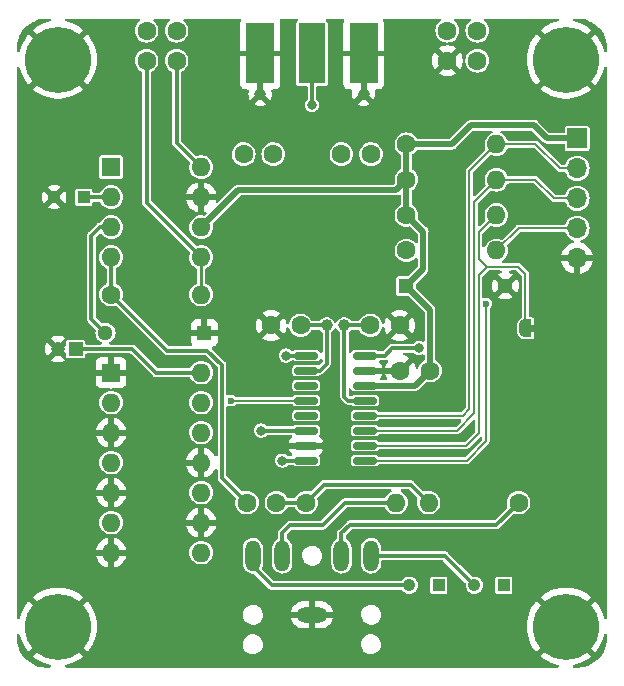
<source format=gbr>
%TF.GenerationSoftware,KiCad,Pcbnew,7.0.5-0*%
%TF.CreationDate,2023-08-23T15:17:08-05:00*%
%TF.ProjectId,4732_THT_V2,34373332-5f54-4485-945f-56322e6b6963,rev?*%
%TF.SameCoordinates,Original*%
%TF.FileFunction,Copper,L1,Top*%
%TF.FilePolarity,Positive*%
%FSLAX46Y46*%
G04 Gerber Fmt 4.6, Leading zero omitted, Abs format (unit mm)*
G04 Created by KiCad (PCBNEW 7.0.5-0) date 2023-08-23 15:17:08*
%MOMM*%
%LPD*%
G01*
G04 APERTURE LIST*
G04 Aperture macros list*
%AMRoundRect*
0 Rectangle with rounded corners*
0 $1 Rounding radius*
0 $2 $3 $4 $5 $6 $7 $8 $9 X,Y pos of 4 corners*
0 Add a 4 corners polygon primitive as box body*
4,1,4,$2,$3,$4,$5,$6,$7,$8,$9,$2,$3,0*
0 Add four circle primitives for the rounded corners*
1,1,$1+$1,$2,$3*
1,1,$1+$1,$4,$5*
1,1,$1+$1,$6,$7*
1,1,$1+$1,$8,$9*
0 Add four rect primitives between the rounded corners*
20,1,$1+$1,$2,$3,$4,$5,0*
20,1,$1+$1,$4,$5,$6,$7,0*
20,1,$1+$1,$6,$7,$8,$9,0*
20,1,$1+$1,$8,$9,$2,$3,0*%
%AMFreePoly0*
4,1,19,0.500000,-0.750000,0.000000,-0.750000,0.000000,-0.744911,-0.071157,-0.744911,-0.207708,-0.704816,-0.327430,-0.627875,-0.420627,-0.520320,-0.479746,-0.390866,-0.500000,-0.250000,-0.500000,0.250000,-0.479746,0.390866,-0.420627,0.520320,-0.327430,0.627875,-0.207708,0.704816,-0.071157,0.744911,0.000000,0.744911,0.000000,0.750000,0.500000,0.750000,0.500000,-0.750000,0.500000,-0.750000,
$1*%
%AMFreePoly1*
4,1,19,0.000000,0.744911,0.071157,0.744911,0.207708,0.704816,0.327430,0.627875,0.420627,0.520320,0.479746,0.390866,0.500000,0.250000,0.500000,-0.250000,0.479746,-0.390866,0.420627,-0.520320,0.327430,-0.627875,0.207708,-0.704816,0.071157,-0.744911,0.000000,-0.744911,0.000000,-0.750000,-0.500000,-0.750000,-0.500000,0.750000,0.000000,0.750000,0.000000,0.744911,0.000000,0.744911,
$1*%
G04 Aperture macros list end*
%TA.AperFunction,ComponentPad*%
%ADD10C,5.600000*%
%TD*%
%TA.AperFunction,ComponentPad*%
%ADD11C,1.600000*%
%TD*%
%TA.AperFunction,ComponentPad*%
%ADD12O,1.600000X1.600000*%
%TD*%
%TA.AperFunction,SMDPad,CuDef*%
%ADD13RoundRect,0.150000X-0.825000X-0.150000X0.825000X-0.150000X0.825000X0.150000X-0.825000X0.150000X0*%
%TD*%
%TA.AperFunction,ComponentPad*%
%ADD14R,1.600000X1.600000*%
%TD*%
%TA.AperFunction,ComponentPad*%
%ADD15R,1.295400X1.295400*%
%TD*%
%TA.AperFunction,ComponentPad*%
%ADD16C,1.295400*%
%TD*%
%TA.AperFunction,ComponentPad*%
%ADD17R,1.050000X1.050000*%
%TD*%
%TA.AperFunction,ComponentPad*%
%ADD18C,1.050000*%
%TD*%
%TA.AperFunction,SMDPad,CuDef*%
%ADD19R,2.290000X5.080000*%
%TD*%
%TA.AperFunction,SMDPad,CuDef*%
%ADD20R,2.420000X5.080000*%
%TD*%
%TA.AperFunction,SMDPad,CuDef*%
%ADD21R,0.460000X0.950000*%
%TD*%
%TA.AperFunction,ComponentPad*%
%ADD22C,0.970000*%
%TD*%
%TA.AperFunction,SMDPad,CuDef*%
%ADD23FreePoly0,180.000000*%
%TD*%
%TA.AperFunction,SMDPad,CuDef*%
%ADD24FreePoly1,180.000000*%
%TD*%
%TA.AperFunction,ComponentPad*%
%ADD25O,2.616000X1.308000*%
%TD*%
%TA.AperFunction,ComponentPad*%
%ADD26O,1.308000X2.616000*%
%TD*%
%TA.AperFunction,ComponentPad*%
%ADD27C,1.600200*%
%TD*%
%TA.AperFunction,ComponentPad*%
%ADD28R,1.700000X1.700000*%
%TD*%
%TA.AperFunction,ComponentPad*%
%ADD29O,1.700000X1.700000*%
%TD*%
%TA.AperFunction,ComponentPad*%
%ADD30C,1.000000*%
%TD*%
%TA.AperFunction,ComponentPad*%
%ADD31R,1.200000X1.200000*%
%TD*%
%TA.AperFunction,ComponentPad*%
%ADD32C,1.200000*%
%TD*%
%TA.AperFunction,ViaPad*%
%ADD33C,0.800000*%
%TD*%
%TA.AperFunction,ViaPad*%
%ADD34C,0.600000*%
%TD*%
%TA.AperFunction,Conductor*%
%ADD35C,0.350000*%
%TD*%
%TA.AperFunction,Conductor*%
%ADD36C,0.500000*%
%TD*%
%TA.AperFunction,Conductor*%
%ADD37C,0.300000*%
%TD*%
%TA.AperFunction,Conductor*%
%ADD38C,0.200000*%
%TD*%
%TA.AperFunction,Conductor*%
%ADD39C,0.250000*%
%TD*%
G04 APERTURE END LIST*
%TA.AperFunction,EtchedComponent*%
%TO.C,JP2*%
G36*
X93980000Y-76540000D02*
G01*
X93480000Y-76540000D01*
X93480000Y-75940000D01*
X93980000Y-75940000D01*
X93980000Y-76540000D01*
G37*
%TD.AperFunction*%
%TD*%
D10*
%TO.P,REF\u002A\u002A,1*%
%TO.N,GND*%
X96500000Y-53500000D03*
%TD*%
D11*
%TO.P,R2,1*%
%TO.N,Net-(U2--VIN)*%
X58000000Y-73390000D03*
D12*
%TO.P,R2,2*%
%TO.N,Net-(J5-Pin_2)*%
X65620000Y-73390000D03*
%TD*%
D13*
%TO.P,U1,1,LOUT*%
%TO.N,Net-(U1-LOUT)*%
X74525000Y-78555000D03*
%TO.P,U1,2,DCLK*%
%TO.N,Net-(U1-DCLK)*%
X74525000Y-79825000D03*
%TO.P,U1,3,INTB*%
%TO.N,unconnected-(U1-INTB-Pad3)*%
X74525000Y-81095000D03*
%TO.P,U1,4,GPIO1*%
%TO.N,Net-(U1-GPIO1)*%
X74525000Y-82365000D03*
%TO.P,U1,5,NC*%
%TO.N,unconnected-(U1-NC-Pad5)*%
X74525000Y-83635000D03*
%TO.P,U1,6,FMI*%
%TO.N,Net-(U1-FMI)*%
X74525000Y-84905000D03*
%TO.P,U1,7,RFGND*%
%TO.N,GND*%
X74525000Y-86175000D03*
%TO.P,U1,8,AMI*%
%TO.N,Net-(U1-AMI)*%
X74525000Y-87445000D03*
%TO.P,U1,9,RST*%
%TO.N,Net-(U1-RST)*%
X79475000Y-87445000D03*
%TO.P,U1,10,SENB*%
%TO.N,Net-(JP2-B)*%
X79475000Y-86175000D03*
%TO.P,U1,11,SCLK*%
%TO.N,Net-(J1-Pin_3)*%
X79475000Y-84905000D03*
%TO.P,U1,12,SDIO*%
%TO.N,Net-(J1-Pin_2)*%
X79475000Y-83635000D03*
%TO.P,U1,13,RCLK*%
%TO.N,Net-(U1-RCLK)*%
X79475000Y-82365000D03*
%TO.P,U1,14,VDD*%
%TO.N,+3.3V*%
X79475000Y-81095000D03*
%TO.P,U1,15,GND*%
%TO.N,GND*%
X79475000Y-79825000D03*
%TO.P,U1,16,ROUT*%
%TO.N,Net-(U1-ROUT)*%
X79475000Y-78555000D03*
%TD*%
D14*
%TO.P,U3,1*%
%TO.N,GND*%
X58000000Y-80000000D03*
D12*
%TO.P,U3,2*%
%TO.N,unconnected-(U3-Pad2)*%
X58000000Y-82540000D03*
%TO.P,U3,3*%
%TO.N,GND*%
X58000000Y-85080000D03*
%TO.P,U3,4*%
%TO.N,unconnected-(U3-Pad4)*%
X58000000Y-87620000D03*
%TO.P,U3,5*%
%TO.N,GND*%
X58000000Y-90160000D03*
%TO.P,U3,6*%
%TO.N,unconnected-(U3-Pad6)*%
X58000000Y-92700000D03*
%TO.P,U3,7,GND*%
%TO.N,GND*%
X58000000Y-95240000D03*
%TO.P,U3,8*%
%TO.N,unconnected-(U3-Pad8)*%
X65620000Y-95240000D03*
%TO.P,U3,9*%
%TO.N,GND*%
X65620000Y-92700000D03*
%TO.P,U3,10*%
%TO.N,unconnected-(U3-Pad10)*%
X65620000Y-90160000D03*
%TO.P,U3,11*%
%TO.N,GND*%
X65620000Y-87620000D03*
%TO.P,U3,12*%
%TO.N,Net-(U2-PD)*%
X65620000Y-85080000D03*
%TO.P,U3,13*%
%TO.N,Net-(U1-GPIO1)*%
X65620000Y-82540000D03*
%TO.P,U3,14,VCC*%
%TO.N,+3.3V*%
X65620000Y-80000000D03*
%TD*%
D15*
%TO.P,C3,1*%
%TO.N,GND*%
X65901000Y-76630000D03*
D16*
%TO.P,C3,2*%
%TO.N,Net-(U2-+VIN)*%
X57519000Y-76630000D03*
%TD*%
D17*
%TO.P,C11,1*%
%TO.N,Net-(U1-ROUT)*%
X91250000Y-98000000D03*
D18*
%TO.P,C11,2*%
%TO.N,Net-(C11-Pad2)*%
X88750000Y-98000000D03*
%TD*%
D11*
%TO.P,R16,1*%
%TO.N,Net-(U1-RST)*%
X83000000Y-69660000D03*
D12*
%TO.P,R16,2*%
%TO.N,Net-(J1-Pin_4)*%
X90620000Y-69660000D03*
%TD*%
D19*
%TO.P,J4,1,In*%
%TO.N,Net-(J4-In)*%
X75000000Y-52980000D03*
D20*
%TO.P,J4,2,Ext*%
%TO.N,GND*%
X79380000Y-52980000D03*
X70620000Y-52980000D03*
D21*
X79380000Y-55970000D03*
X70620000Y-55970000D03*
D22*
X79380000Y-56420000D03*
X70620000Y-56420000D03*
%TD*%
D17*
%TO.P,C4,1*%
%TO.N,Net-(U2-VREF)*%
X55690000Y-65140000D03*
D18*
%TO.P,C4,2*%
%TO.N,GND*%
X53190000Y-65140000D03*
%TD*%
D23*
%TO.P,JP2,1,A*%
%TO.N,GND*%
X94380000Y-76240000D03*
D24*
%TO.P,JP2,2,B*%
%TO.N,Net-(JP2-B)*%
X93080000Y-76240000D03*
%TD*%
D10*
%TO.P,REF\u002A\u002A,1*%
%TO.N,GND*%
X96500000Y-101500000D03*
%TD*%
D11*
%TO.P,C1,1*%
%TO.N,Net-(U1-DCLK)*%
X74040000Y-76000000D03*
%TO.P,C1,2*%
%TO.N,GND*%
X71540000Y-76000000D03*
%TD*%
D25*
%TO.P,J2,1*%
%TO.N,GND*%
X75000000Y-100500000D03*
D26*
%TO.P,J2,2*%
%TO.N,Net-(C11-Pad2)*%
X80000000Y-95500000D03*
%TO.P,J2,3*%
%TO.N,Net-(C15-Pad2)*%
X70000000Y-95500000D03*
%TO.P,J2,10*%
%TO.N,Net-(J2-Pad10)*%
X77500000Y-95500000D03*
%TO.P,J2,11*%
%TO.N,Net-(J2-Pad11)*%
X72500000Y-95500000D03*
%TD*%
D11*
%TO.P,R5,1*%
%TO.N,Net-(J2-Pad10)*%
X92500000Y-91000000D03*
D12*
%TO.P,R5,2*%
%TO.N,Net-(C10-Pad1)*%
X84880000Y-91000000D03*
%TD*%
D11*
%TO.P,C5,1*%
%TO.N,+3.3V*%
X85000000Y-79825000D03*
%TO.P,C5,2*%
%TO.N,GND*%
X82500000Y-79825000D03*
%TD*%
%TO.P,C2,1*%
%TO.N,Net-(U1-RCLK)*%
X79940000Y-76000000D03*
%TO.P,C2,2*%
%TO.N,GND*%
X82440000Y-76000000D03*
%TD*%
D27*
%TO.P,J3,1,Pin_1*%
%TO.N,Net-(J3-Pin_1)*%
X89000000Y-53590000D03*
%TO.P,J3,2,Pin_2*%
%TO.N,GND*%
X86460000Y-53590000D03*
%TO.P,J3,3*%
%TO.N,N/C*%
X89000000Y-51050000D03*
%TO.P,J3,4*%
X86460000Y-51050000D03*
%TD*%
D17*
%TO.P,C15,1*%
%TO.N,Net-(U1-LOUT)*%
X85750000Y-98000000D03*
D18*
%TO.P,C15,2*%
%TO.N,Net-(C15-Pad2)*%
X83250000Y-98000000D03*
%TD*%
D28*
%TO.P,J1,1,Pin_1*%
%TO.N,+3.3V*%
X97460000Y-60160000D03*
D29*
%TO.P,J1,2,Pin_2*%
%TO.N,Net-(J1-Pin_2)*%
X97460000Y-62700000D03*
%TO.P,J1,3,Pin_3*%
%TO.N,Net-(J1-Pin_3)*%
X97460000Y-65240000D03*
%TO.P,J1,4,Pin_4*%
%TO.N,Net-(J1-Pin_4)*%
X97460000Y-67780000D03*
%TO.P,J1,5,Pin_5*%
%TO.N,GND*%
X97460000Y-70320000D03*
%TD*%
D10*
%TO.P,REF\u002A\u002A,1*%
%TO.N,GND*%
X53500000Y-101500000D03*
%TD*%
D30*
%TO.P,Y1,1,1*%
%TO.N,Net-(U1-DCLK)*%
X76250000Y-76000000D03*
%TO.P,Y1,2,2*%
%TO.N,Net-(U1-RCLK)*%
X77750000Y-76000000D03*
%TD*%
D31*
%TO.P,C8,1*%
%TO.N,+3.3V*%
X55000000Y-78000000D03*
D32*
%TO.P,C8,2*%
%TO.N,GND*%
X53500000Y-78000000D03*
%TD*%
D11*
%TO.P,C10,1*%
%TO.N,Net-(C10-Pad1)*%
X72000000Y-91000000D03*
%TO.P,C10,2*%
%TO.N,Net-(U2--VIN)*%
X69500000Y-91000000D03*
%TD*%
%TO.P,R4,1*%
%TO.N,+3.3V*%
X83000000Y-60660000D03*
D12*
%TO.P,R4,2*%
%TO.N,Net-(J1-Pin_2)*%
X90620000Y-60660000D03*
%TD*%
D14*
%TO.P,U2,1,PD*%
%TO.N,Net-(U2-PD)*%
X58000000Y-62600000D03*
D12*
%TO.P,U2,2,VREF*%
%TO.N,Net-(U2-VREF)*%
X58000000Y-65140000D03*
%TO.P,U2,3,+VIN*%
%TO.N,Net-(U2-+VIN)*%
X58000000Y-67680000D03*
%TO.P,U2,4,-VIN*%
%TO.N,Net-(U2--VIN)*%
X58000000Y-70220000D03*
%TO.P,U2,5,VO-*%
%TO.N,Net-(J5-Pin_2)*%
X65620000Y-70220000D03*
%TO.P,U2,6,VCC*%
%TO.N,+3.3V*%
X65620000Y-67680000D03*
%TO.P,U2,7,GND*%
%TO.N,GND*%
X65620000Y-65140000D03*
%TO.P,U2,8,VO+*%
%TO.N,Net-(J5-Pin_1)*%
X65620000Y-62600000D03*
%TD*%
D10*
%TO.P,REF\u002A\u002A,1*%
%TO.N,GND*%
X53500000Y-53500000D03*
%TD*%
D11*
%TO.P,C9,1*%
%TO.N,Net-(J3-Pin_1)*%
X80000000Y-61500000D03*
%TO.P,C9,2*%
%TO.N,Net-(U1-AMI)*%
X77500000Y-61500000D03*
%TD*%
%TO.P,R1,1*%
%TO.N,+3.3V*%
X83000000Y-63660000D03*
D12*
%TO.P,R1,2*%
%TO.N,Net-(J1-Pin_3)*%
X90620000Y-63660000D03*
%TD*%
D15*
%TO.P,C7,1*%
%TO.N,+3.3V*%
X83000000Y-72660000D03*
D16*
%TO.P,C7,2*%
%TO.N,GND*%
X91382000Y-72660000D03*
%TD*%
D11*
%TO.P,R3,1*%
%TO.N,+3.3V*%
X83000000Y-66660000D03*
D12*
%TO.P,R3,2*%
%TO.N,Net-(JP2-B)*%
X90620000Y-66660000D03*
%TD*%
D11*
%TO.P,C6,1*%
%TO.N,Net-(J4-In)*%
X71720000Y-61500000D03*
%TO.P,C6,2*%
%TO.N,Net-(U1-FMI)*%
X69220000Y-61500000D03*
%TD*%
D27*
%TO.P,J5,1,Pin_1*%
%TO.N,Net-(J5-Pin_1)*%
X63540000Y-53590000D03*
%TO.P,J5,2,Pin_2*%
%TO.N,Net-(J5-Pin_2)*%
X61000000Y-53590000D03*
%TO.P,J5,3*%
%TO.N,N/C*%
X63540000Y-51050000D03*
%TO.P,J5,4*%
X61000000Y-51050000D03*
%TD*%
D11*
%TO.P,R12,1*%
%TO.N,Net-(C10-Pad1)*%
X74500000Y-91000000D03*
D12*
%TO.P,R12,2*%
%TO.N,Net-(J2-Pad11)*%
X82120000Y-91000000D03*
%TD*%
D33*
%TO.N,GND*%
X76120000Y-86190000D03*
X95750000Y-76230000D03*
%TO.N,Net-(J4-In)*%
X75000000Y-57340000D03*
%TO.N,Net-(U1-ROUT)*%
X84070000Y-77930000D03*
D34*
%TO.N,Net-(U1-RST)*%
X89739500Y-74160000D03*
D33*
%TO.N,Net-(U1-FMI)*%
X70700000Y-84905000D03*
%TO.N,Net-(U1-AMI)*%
X72500000Y-87445000D03*
%TO.N,Net-(U1-LOUT)*%
X72785000Y-78555000D03*
D34*
%TO.N,Net-(U1-GPIO1)*%
X68184500Y-82365000D03*
%TD*%
D35*
%TO.N,GND*%
X76105000Y-86175000D02*
X76120000Y-86190000D01*
X74525000Y-86175000D02*
X76105000Y-86175000D01*
D36*
X79475000Y-79825000D02*
X82500000Y-79825000D01*
D35*
X94380000Y-76240000D02*
X95740000Y-76240000D01*
D37*
%TO.N,Net-(U1-DCLK)*%
X76250000Y-79230000D02*
X76250000Y-76000000D01*
X76250000Y-76000000D02*
X74040000Y-76000000D01*
X75655000Y-79825000D02*
X76250000Y-79230000D01*
X74525000Y-79825000D02*
X75655000Y-79825000D01*
D38*
%TO.N,Net-(JP2-B)*%
X89830000Y-71040000D02*
X89140000Y-71730000D01*
X89830000Y-71040000D02*
X92480000Y-71040000D01*
X89140000Y-71730000D02*
X89140000Y-85080000D01*
X90620000Y-66640000D02*
X89140000Y-68120000D01*
X92480000Y-71040000D02*
X93080000Y-71640000D01*
X89140000Y-70350000D02*
X89830000Y-71040000D01*
X93080000Y-71640000D02*
X93080000Y-76240000D01*
X89140000Y-85080000D02*
X88045000Y-86175000D01*
X88045000Y-86175000D02*
X79475000Y-86175000D01*
X89140000Y-68120000D02*
X89140000Y-70280000D01*
X89140000Y-70280000D02*
X89140000Y-70350000D01*
D36*
%TO.N,+3.3V*%
X86870000Y-60660000D02*
X83000000Y-60660000D01*
X93820000Y-59050000D02*
X88480000Y-59050000D01*
X84420000Y-68060000D02*
X84420000Y-71240000D01*
X79475000Y-81095000D02*
X83730000Y-81095000D01*
D35*
X59810000Y-78000000D02*
X55000000Y-78000000D01*
D36*
X68750000Y-64550000D02*
X82110000Y-64550000D01*
X83730000Y-81095000D02*
X85000000Y-79825000D01*
X84420000Y-71240000D02*
X83000000Y-72660000D01*
X88480000Y-59050000D02*
X86870000Y-60660000D01*
X83000000Y-60660000D02*
X83000000Y-63660000D01*
D35*
X65620000Y-80000000D02*
X61810000Y-80000000D01*
X61810000Y-80000000D02*
X59810000Y-78000000D01*
D36*
X65620000Y-67680000D02*
X68750000Y-64550000D01*
X83000000Y-66640000D02*
X84420000Y-68060000D01*
X85000000Y-74660000D02*
X83000000Y-72660000D01*
X83000000Y-63660000D02*
X83000000Y-66640000D01*
X97460000Y-60160000D02*
X94930000Y-60160000D01*
X85000000Y-79825000D02*
X85000000Y-74660000D01*
X82110000Y-64550000D02*
X83000000Y-63660000D01*
X94930000Y-60160000D02*
X93820000Y-59050000D01*
D35*
%TO.N,Net-(C10-Pad1)*%
X76010000Y-89490000D02*
X83370000Y-89490000D01*
X74500000Y-91000000D02*
X76010000Y-89490000D01*
X74500000Y-91000000D02*
X72000000Y-91000000D01*
X83370000Y-89490000D02*
X84880000Y-91000000D01*
D37*
%TO.N,Net-(J4-In)*%
X75000000Y-53030000D02*
X75000000Y-57340000D01*
D35*
%TO.N,Net-(U1-ROUT)*%
X81790000Y-77930000D02*
X84070000Y-77930000D01*
X79475000Y-78555000D02*
X81165000Y-78555000D01*
X81165000Y-78555000D02*
X81790000Y-77930000D01*
%TO.N,Net-(C11-Pad2)*%
X80000000Y-95500000D02*
X86250000Y-95500000D01*
X86250000Y-95500000D02*
X88750000Y-98000000D01*
%TO.N,Net-(C15-Pad2)*%
X71590000Y-98000000D02*
X70000000Y-96410000D01*
X83250000Y-98000000D02*
X71590000Y-98000000D01*
X70000000Y-96410000D02*
X70000000Y-95500000D01*
D37*
%TO.N,Net-(U1-RCLK)*%
X79940000Y-76000000D02*
X77750000Y-76000000D01*
X77750000Y-82060000D02*
X78055000Y-82365000D01*
X78055000Y-82365000D02*
X79475000Y-82365000D01*
X77750000Y-76000000D02*
X77750000Y-82060000D01*
D38*
%TO.N,Net-(U1-RST)*%
X88095000Y-87445000D02*
X79475000Y-87445000D01*
X89739500Y-74160000D02*
X89739500Y-85800500D01*
X89739500Y-85800500D02*
X88095000Y-87445000D01*
%TO.N,Net-(J1-Pin_2)*%
X93930000Y-60660000D02*
X90620000Y-60660000D01*
X90620000Y-60660000D02*
X88340000Y-62940000D01*
X95970000Y-62700000D02*
X93930000Y-60660000D01*
X88340000Y-62940000D02*
X88340000Y-83080000D01*
X87785000Y-83635000D02*
X79475000Y-83635000D01*
X88340000Y-83080000D02*
X87785000Y-83635000D01*
X97460000Y-62700000D02*
X95970000Y-62700000D01*
%TO.N,Net-(J1-Pin_3)*%
X88740000Y-83450000D02*
X88740000Y-65540000D01*
X88740000Y-65540000D02*
X90620000Y-63660000D01*
X93930000Y-63660000D02*
X90620000Y-63660000D01*
X87285000Y-84905000D02*
X88740000Y-83450000D01*
X97460000Y-65240000D02*
X95510000Y-65240000D01*
X95510000Y-65240000D02*
X93930000Y-63660000D01*
X79475000Y-84905000D02*
X87285000Y-84905000D01*
%TO.N,Net-(J1-Pin_4)*%
X97460000Y-67780000D02*
X92500000Y-67780000D01*
X92500000Y-67780000D02*
X90620000Y-69660000D01*
D35*
%TO.N,Net-(U1-FMI)*%
X74525000Y-84905000D02*
X70755000Y-84905000D01*
%TO.N,Net-(U1-AMI)*%
X74525000Y-87445000D02*
X72500000Y-87445000D01*
%TO.N,Net-(U1-LOUT)*%
X72785000Y-78555000D02*
X74525000Y-78555000D01*
%TO.N,Net-(J2-Pad10)*%
X78230000Y-92890000D02*
X77500000Y-93620000D01*
X92500000Y-91000000D02*
X90610000Y-92890000D01*
X90610000Y-92890000D02*
X78230000Y-92890000D01*
X77500000Y-93620000D02*
X77500000Y-95500000D01*
%TO.N,Net-(U2-+VIN)*%
X56330000Y-68410000D02*
X56330000Y-75441000D01*
X56330000Y-75441000D02*
X57519000Y-76630000D01*
X57060000Y-67680000D02*
X56330000Y-68410000D01*
X58000000Y-67680000D02*
X57060000Y-67680000D01*
%TO.N,Net-(U2-VREF)*%
X58000000Y-65140000D02*
X55690000Y-65140000D01*
%TO.N,Net-(U2--VIN)*%
X67390000Y-88890000D02*
X69500000Y-91000000D01*
X62740000Y-78130000D02*
X66160000Y-78130000D01*
X67390000Y-79360000D02*
X67390000Y-88890000D01*
X58000000Y-70220000D02*
X58000000Y-73390000D01*
X58000000Y-73390000D02*
X62740000Y-78130000D01*
X66160000Y-78130000D02*
X67390000Y-79360000D01*
%TO.N,Net-(J5-Pin_1)*%
X63540000Y-60520000D02*
X65620000Y-62600000D01*
X63540000Y-53590000D02*
X63540000Y-60520000D01*
%TO.N,Net-(J5-Pin_2)*%
X65620000Y-70220000D02*
X61000000Y-65600000D01*
X61000000Y-65600000D02*
X61000000Y-53590000D01*
D39*
X65620000Y-70220000D02*
X65620000Y-73100000D01*
D38*
%TO.N,Net-(U1-GPIO1)*%
X74525000Y-82365000D02*
X68184500Y-82365000D01*
D35*
%TO.N,Net-(J2-Pad11)*%
X73150000Y-92920000D02*
X72500000Y-93570000D01*
X75900000Y-92920000D02*
X73150000Y-92920000D01*
X72500000Y-93570000D02*
X72500000Y-95500000D01*
X77820000Y-91000000D02*
X75900000Y-92920000D01*
X82120000Y-91000000D02*
X77820000Y-91000000D01*
%TD*%
%TA.AperFunction,Conductor*%
%TO.N,GND*%
G36*
X50230701Y-102133427D02*
G01*
X50268476Y-102192205D01*
X50271863Y-102207064D01*
X50272415Y-102210432D01*
X50272421Y-102210457D01*
X50368147Y-102555232D01*
X50368149Y-102555239D01*
X50500597Y-102887659D01*
X50500606Y-102887677D01*
X50668218Y-103203827D01*
X50869033Y-103500007D01*
X50996441Y-103650003D01*
X50996442Y-103650004D01*
X52202266Y-102444180D01*
X52365130Y-102634870D01*
X52555818Y-102797732D01*
X51347255Y-104006295D01*
X51347256Y-104006296D01*
X51360485Y-104018828D01*
X51360486Y-104018829D01*
X51645367Y-104235388D01*
X51645370Y-104235390D01*
X51951990Y-104419876D01*
X52276739Y-104570122D01*
X52276744Y-104570123D01*
X52615855Y-104684383D01*
X52820359Y-104729399D01*
X52881599Y-104763035D01*
X52914933Y-104824441D01*
X52909777Y-104894120D01*
X52867768Y-104949950D01*
X52802243Y-104974205D01*
X52793702Y-104974500D01*
X52501878Y-104974500D01*
X52498133Y-104974387D01*
X52205476Y-104956684D01*
X52198037Y-104955780D01*
X51955153Y-104911271D01*
X51911498Y-104903271D01*
X51904225Y-104901478D01*
X51626100Y-104814810D01*
X51619111Y-104812159D01*
X51353468Y-104692602D01*
X51346836Y-104689121D01*
X51097536Y-104538416D01*
X51091377Y-104534165D01*
X50862053Y-104354501D01*
X50856453Y-104349540D01*
X50650458Y-104143545D01*
X50645497Y-104137945D01*
X50552181Y-104018836D01*
X50465831Y-103908619D01*
X50461588Y-103902470D01*
X50359173Y-103733054D01*
X50310878Y-103653163D01*
X50307400Y-103646537D01*
X50187836Y-103380879D01*
X50185192Y-103373908D01*
X50098518Y-103095762D01*
X50096730Y-103088513D01*
X50044219Y-102801962D01*
X50043315Y-102794523D01*
X50034740Y-102652765D01*
X50026704Y-102519897D01*
X50025613Y-102501866D01*
X50025500Y-102498122D01*
X50025500Y-102491715D01*
X50025500Y-102378900D01*
X50025500Y-102227136D01*
X50045183Y-102160101D01*
X50097987Y-102114346D01*
X50167146Y-102104402D01*
X50230701Y-102133427D01*
G37*
%TD.AperFunction*%
%TA.AperFunction,Conductor*%
G36*
X81406422Y-78955959D02*
G01*
X81435688Y-79019404D01*
X81426007Y-79088600D01*
X81414593Y-79108641D01*
X81369866Y-79172517D01*
X81273734Y-79378673D01*
X81273730Y-79378682D01*
X81214860Y-79598389D01*
X81214858Y-79598400D01*
X81195034Y-79824997D01*
X81195034Y-79825002D01*
X81214858Y-80051599D01*
X81214860Y-80051610D01*
X81273730Y-80271317D01*
X81273734Y-80271326D01*
X81365489Y-80468095D01*
X81375981Y-80537173D01*
X81347461Y-80600957D01*
X81288985Y-80639196D01*
X81253107Y-80644500D01*
X80849102Y-80644500D01*
X80782063Y-80624815D01*
X80736308Y-80572011D01*
X80726364Y-80502853D01*
X80755389Y-80439297D01*
X80761421Y-80432819D01*
X80817678Y-80376561D01*
X80817685Y-80376552D01*
X80901281Y-80235198D01*
X80947100Y-80077486D01*
X80947295Y-80075001D01*
X80947295Y-80075000D01*
X79349000Y-80075000D01*
X79281961Y-80055315D01*
X79236206Y-80002511D01*
X79225000Y-79951000D01*
X79225000Y-79699000D01*
X79244685Y-79631961D01*
X79297489Y-79586206D01*
X79349000Y-79575000D01*
X80947295Y-79575000D01*
X80947295Y-79574998D01*
X80947100Y-79572513D01*
X80901281Y-79414801D01*
X80817685Y-79273447D01*
X80817678Y-79273438D01*
X80701561Y-79157321D01*
X80695393Y-79152537D01*
X80697526Y-79149786D01*
X80660572Y-79110321D01*
X80647970Y-79041597D01*
X80674524Y-78976970D01*
X80731802Y-78936958D01*
X80771297Y-78930500D01*
X81113196Y-78930500D01*
X81138641Y-78933139D01*
X81142440Y-78933935D01*
X81149268Y-78935367D01*
X81170225Y-78932754D01*
X81184492Y-78930977D01*
X81192168Y-78930500D01*
X81196112Y-78930500D01*
X81196114Y-78930500D01*
X81217895Y-78926864D01*
X81220402Y-78926499D01*
X81273626Y-78919866D01*
X81273630Y-78919863D01*
X81277632Y-78918673D01*
X81283374Y-78918651D01*
X81283826Y-78918595D01*
X81283832Y-78918649D01*
X81347501Y-78918408D01*
X81406422Y-78955959D01*
G37*
%TD.AperFunction*%
%TA.AperFunction,Conductor*%
G36*
X83607106Y-78325185D02*
G01*
X83638441Y-78354012D01*
X83641328Y-78357774D01*
X83641718Y-78358282D01*
X83767159Y-78454536D01*
X83913238Y-78515044D01*
X83990267Y-78525185D01*
X84069999Y-78535682D01*
X84070000Y-78535682D01*
X84070001Y-78535682D01*
X84149733Y-78525185D01*
X84226762Y-78515044D01*
X84372841Y-78454536D01*
X84372843Y-78454533D01*
X84378046Y-78452379D01*
X84447515Y-78444910D01*
X84509994Y-78476185D01*
X84545647Y-78536273D01*
X84549499Y-78566940D01*
X84549499Y-78857019D01*
X84529814Y-78924058D01*
X84483955Y-78966376D01*
X84441458Y-78989092D01*
X84289116Y-79114116D01*
X84164090Y-79266460D01*
X84164086Y-79266467D01*
X84071186Y-79440271D01*
X84022853Y-79599601D01*
X83984556Y-79658039D01*
X83920743Y-79686496D01*
X83851676Y-79675935D01*
X83799283Y-79629710D01*
X83784418Y-79595698D01*
X83726269Y-79378682D01*
X83726265Y-79378673D01*
X83630133Y-79172516D01*
X83630131Y-79172512D01*
X83579026Y-79099526D01*
X83579025Y-79099526D01*
X82897953Y-79780597D01*
X82885165Y-79699852D01*
X82827641Y-79586955D01*
X82738045Y-79497359D01*
X82625148Y-79439835D01*
X82544399Y-79427045D01*
X83225472Y-78745973D01*
X83152483Y-78694866D01*
X83152481Y-78694865D01*
X82946326Y-78598734D01*
X82946317Y-78598730D01*
X82761746Y-78549275D01*
X82702085Y-78512910D01*
X82671556Y-78450063D01*
X82679851Y-78380687D01*
X82724336Y-78326810D01*
X82790888Y-78305535D01*
X82793839Y-78305500D01*
X83540067Y-78305500D01*
X83607106Y-78325185D01*
G37*
%TD.AperFunction*%
%TA.AperFunction,Conductor*%
G36*
X60391584Y-50045185D02*
G01*
X60437339Y-50097989D01*
X60447283Y-50167147D01*
X60418258Y-50230703D01*
X60403210Y-50245353D01*
X60289045Y-50339045D01*
X60164006Y-50491405D01*
X60164002Y-50491412D01*
X60071094Y-50665232D01*
X60013878Y-50853845D01*
X60013878Y-50853848D01*
X59994559Y-51050000D01*
X59999241Y-51097536D01*
X60013878Y-51246154D01*
X60071094Y-51434767D01*
X60164002Y-51608587D01*
X60164006Y-51608594D01*
X60289045Y-51760954D01*
X60441405Y-51885993D01*
X60441412Y-51885997D01*
X60615232Y-51978905D01*
X60615234Y-51978906D01*
X60803848Y-52036122D01*
X61000000Y-52055441D01*
X61196152Y-52036122D01*
X61384766Y-51978906D01*
X61558593Y-51885994D01*
X61710954Y-51760954D01*
X61835994Y-51608593D01*
X61928906Y-51434766D01*
X61986122Y-51246152D01*
X62005441Y-51050000D01*
X61986122Y-50853848D01*
X61928906Y-50665234D01*
X61919593Y-50647810D01*
X61835997Y-50491412D01*
X61835993Y-50491405D01*
X61710954Y-50339045D01*
X61596790Y-50245353D01*
X61557456Y-50187607D01*
X61555585Y-50117763D01*
X61591773Y-50057994D01*
X61654529Y-50027279D01*
X61675455Y-50025500D01*
X62864545Y-50025500D01*
X62931584Y-50045185D01*
X62977339Y-50097989D01*
X62987283Y-50167147D01*
X62958258Y-50230703D01*
X62943210Y-50245353D01*
X62829045Y-50339045D01*
X62704006Y-50491405D01*
X62704002Y-50491412D01*
X62611094Y-50665232D01*
X62553878Y-50853845D01*
X62553878Y-50853848D01*
X62534559Y-51050000D01*
X62539241Y-51097536D01*
X62553878Y-51246154D01*
X62611094Y-51434767D01*
X62704002Y-51608587D01*
X62704006Y-51608594D01*
X62829045Y-51760954D01*
X62981405Y-51885993D01*
X62981412Y-51885997D01*
X63155232Y-51978905D01*
X63155234Y-51978906D01*
X63343848Y-52036122D01*
X63540000Y-52055441D01*
X63736152Y-52036122D01*
X63924766Y-51978906D01*
X64098593Y-51885994D01*
X64250954Y-51760954D01*
X64375994Y-51608593D01*
X64468906Y-51434766D01*
X64526122Y-51246152D01*
X64545441Y-51050000D01*
X64526122Y-50853848D01*
X64468906Y-50665234D01*
X64459593Y-50647810D01*
X64375997Y-50491412D01*
X64375993Y-50491405D01*
X64250954Y-50339045D01*
X64136790Y-50245353D01*
X64097456Y-50187607D01*
X64095585Y-50117763D01*
X64131773Y-50057994D01*
X64194529Y-50027279D01*
X64215455Y-50025500D01*
X68852359Y-50025500D01*
X68919398Y-50045185D01*
X68965153Y-50097989D01*
X68975097Y-50167147D01*
X68968541Y-50192833D01*
X68916403Y-50332620D01*
X68916401Y-50332627D01*
X68910000Y-50392155D01*
X68910000Y-52730000D01*
X72330000Y-52730000D01*
X72330000Y-50392172D01*
X72329999Y-50392155D01*
X72323598Y-50332627D01*
X72323596Y-50332620D01*
X72271459Y-50192833D01*
X72266475Y-50123142D01*
X72299960Y-50061819D01*
X72361283Y-50028334D01*
X72387641Y-50025500D01*
X73705679Y-50025500D01*
X73772718Y-50045185D01*
X73818473Y-50097989D01*
X73828417Y-50167147D01*
X73799392Y-50230703D01*
X73774570Y-50252602D01*
X73710447Y-50295447D01*
X73666132Y-50361769D01*
X73666131Y-50361770D01*
X73654500Y-50420247D01*
X73654500Y-55539752D01*
X73666131Y-55598229D01*
X73666132Y-55598230D01*
X73710447Y-55664552D01*
X73776769Y-55708867D01*
X73776770Y-55708868D01*
X73835247Y-55720499D01*
X73835250Y-55720500D01*
X73835252Y-55720500D01*
X74525500Y-55720500D01*
X74592539Y-55740185D01*
X74638294Y-55792989D01*
X74649500Y-55844500D01*
X74649500Y-56790883D01*
X74629815Y-56857922D01*
X74600987Y-56889258D01*
X74571721Y-56911714D01*
X74475463Y-57037160D01*
X74414956Y-57183237D01*
X74414955Y-57183239D01*
X74394318Y-57339998D01*
X74394318Y-57340001D01*
X74414955Y-57496760D01*
X74414956Y-57496762D01*
X74475464Y-57642841D01*
X74571718Y-57768282D01*
X74697159Y-57864536D01*
X74843238Y-57925044D01*
X74921619Y-57935363D01*
X74999999Y-57945682D01*
X75000000Y-57945682D01*
X75000001Y-57945682D01*
X75052253Y-57938802D01*
X75156762Y-57925044D01*
X75302841Y-57864536D01*
X75428282Y-57768282D01*
X75524536Y-57642841D01*
X75585044Y-57496762D01*
X75605682Y-57340000D01*
X75596597Y-57270992D01*
X78882559Y-57270992D01*
X79001230Y-57334423D01*
X79186907Y-57390748D01*
X79379999Y-57409765D01*
X79573092Y-57390748D01*
X79758772Y-57334422D01*
X79758774Y-57334422D01*
X79877438Y-57270992D01*
X79877439Y-57270991D01*
X79380001Y-56773553D01*
X79380000Y-56773553D01*
X78882559Y-57270992D01*
X75596597Y-57270992D01*
X75585044Y-57183238D01*
X75524536Y-57037159D01*
X75428282Y-56911718D01*
X75428279Y-56911716D01*
X75428278Y-56911714D01*
X75399013Y-56889258D01*
X75357811Y-56832830D01*
X75350500Y-56790883D01*
X75350500Y-55844500D01*
X75370185Y-55777461D01*
X75422989Y-55731706D01*
X75474500Y-55720500D01*
X76164750Y-55720500D01*
X76164751Y-55720499D01*
X76179568Y-55717552D01*
X76223229Y-55708868D01*
X76223229Y-55708867D01*
X76223231Y-55708867D01*
X76289552Y-55664552D01*
X76333867Y-55598231D01*
X76333867Y-55598229D01*
X76333868Y-55598229D01*
X76345499Y-55539752D01*
X76345500Y-55539750D01*
X76345500Y-53230000D01*
X77670000Y-53230000D01*
X77670000Y-55567844D01*
X77676401Y-55627372D01*
X77676403Y-55627379D01*
X77726645Y-55762086D01*
X77726649Y-55762093D01*
X77812809Y-55877187D01*
X77812812Y-55877190D01*
X77927906Y-55963350D01*
X77927913Y-55963354D01*
X78062620Y-56013596D01*
X78062627Y-56013598D01*
X78122155Y-56019999D01*
X78122172Y-56020000D01*
X78304822Y-56020000D01*
X78371861Y-56039685D01*
X78417616Y-56092489D01*
X78427560Y-56161647D01*
X78423482Y-56179996D01*
X78409252Y-56226904D01*
X78390234Y-56420000D01*
X78409251Y-56613092D01*
X78465576Y-56798769D01*
X78529007Y-56917438D01*
X79001866Y-56444579D01*
X79146150Y-56444579D01*
X79176365Y-56537569D01*
X79241789Y-56610231D01*
X79331112Y-56650000D01*
X79404172Y-56650000D01*
X79475639Y-56634809D01*
X79554742Y-56577338D01*
X79603630Y-56492662D01*
X79613850Y-56395421D01*
X79583635Y-56302431D01*
X79518211Y-56229769D01*
X79451348Y-56200000D01*
X79513552Y-56200000D01*
X80230991Y-56917439D01*
X80230992Y-56917438D01*
X80294422Y-56798774D01*
X80294422Y-56798772D01*
X80350748Y-56613092D01*
X80369765Y-56420000D01*
X80350747Y-56226904D01*
X80336518Y-56179996D01*
X80335894Y-56110129D01*
X80373141Y-56051016D01*
X80436435Y-56021425D01*
X80455178Y-56020000D01*
X80637828Y-56020000D01*
X80637844Y-56019999D01*
X80697372Y-56013598D01*
X80697379Y-56013596D01*
X80832086Y-55963354D01*
X80832093Y-55963350D01*
X80947187Y-55877190D01*
X80947190Y-55877187D01*
X81033350Y-55762093D01*
X81033354Y-55762086D01*
X81083596Y-55627379D01*
X81083598Y-55627372D01*
X81089999Y-55567844D01*
X81090000Y-55567827D01*
X81090000Y-53590000D01*
X85154934Y-53590000D01*
X85174760Y-53816617D01*
X85174762Y-53816627D01*
X85233636Y-54036351D01*
X85233640Y-54036360D01*
X85329782Y-54242536D01*
X85380901Y-54315543D01*
X85380903Y-54315544D01*
X85937369Y-53759077D01*
X85940594Y-53774597D01*
X86009658Y-53907886D01*
X86112123Y-54017598D01*
X86240388Y-54095598D01*
X86293166Y-54110385D01*
X85734454Y-54669096D01*
X85807466Y-54720219D01*
X85807468Y-54720220D01*
X86013639Y-54816359D01*
X86013648Y-54816363D01*
X86233372Y-54875237D01*
X86233382Y-54875239D01*
X86459999Y-54895066D01*
X86460001Y-54895066D01*
X86686617Y-54875239D01*
X86686627Y-54875237D01*
X86906351Y-54816363D01*
X86906360Y-54816359D01*
X87112530Y-54720221D01*
X87185544Y-54669096D01*
X86628603Y-54112156D01*
X86746412Y-54060985D01*
X86862862Y-53966246D01*
X86949433Y-53843603D01*
X86980300Y-53756748D01*
X87539096Y-54315544D01*
X87590221Y-54242530D01*
X87686359Y-54036360D01*
X87686363Y-54036351D01*
X87745237Y-53816627D01*
X87745239Y-53816616D01*
X87756800Y-53684476D01*
X87782252Y-53619407D01*
X87822144Y-53590520D01*
X87936780Y-53590520D01*
X87969389Y-53609004D01*
X88001897Y-53670850D01*
X88003731Y-53683129D01*
X88013878Y-53786153D01*
X88071094Y-53974767D01*
X88164002Y-54148587D01*
X88164006Y-54148594D01*
X88289045Y-54300954D01*
X88441405Y-54425993D01*
X88441412Y-54425997D01*
X88615232Y-54518905D01*
X88615234Y-54518906D01*
X88803848Y-54576122D01*
X89000000Y-54595441D01*
X89196152Y-54576122D01*
X89384766Y-54518906D01*
X89558593Y-54425994D01*
X89710954Y-54300954D01*
X89835994Y-54148593D01*
X89928906Y-53974766D01*
X89986122Y-53786152D01*
X90005441Y-53590000D01*
X89986122Y-53393848D01*
X89928906Y-53205234D01*
X89882821Y-53119015D01*
X89835997Y-53031412D01*
X89835993Y-53031405D01*
X89710954Y-52879045D01*
X89558594Y-52754006D01*
X89558587Y-52754002D01*
X89384767Y-52661094D01*
X89196154Y-52603878D01*
X89000000Y-52584559D01*
X88803845Y-52603878D01*
X88615232Y-52661094D01*
X88441412Y-52754002D01*
X88441405Y-52754006D01*
X88289045Y-52879045D01*
X88164006Y-53031405D01*
X88164002Y-53031412D01*
X88071094Y-53205232D01*
X88013878Y-53393846D01*
X88003731Y-53496870D01*
X87977570Y-53561657D01*
X87936780Y-53590520D01*
X87822144Y-53590520D01*
X87823682Y-53589406D01*
X87790331Y-53570018D01*
X87758500Y-53507821D01*
X87756800Y-53495523D01*
X87745239Y-53363383D01*
X87745237Y-53363372D01*
X87686363Y-53143648D01*
X87686359Y-53143639D01*
X87590220Y-52937468D01*
X87590219Y-52937466D01*
X87539096Y-52864455D01*
X87539096Y-52864454D01*
X86982630Y-53420920D01*
X86979406Y-53405403D01*
X86910342Y-53272114D01*
X86807877Y-53162402D01*
X86679612Y-53084402D01*
X86626833Y-53069614D01*
X87185544Y-52510903D01*
X87185543Y-52510901D01*
X87112536Y-52459782D01*
X86906360Y-52363640D01*
X86906351Y-52363636D01*
X86686627Y-52304762D01*
X86686617Y-52304760D01*
X86554475Y-52293199D01*
X86489406Y-52267746D01*
X86459406Y-52226316D01*
X86440019Y-52259668D01*
X86377822Y-52291499D01*
X86365524Y-52293199D01*
X86233382Y-52304760D01*
X86233372Y-52304762D01*
X86013648Y-52363636D01*
X86013639Y-52363640D01*
X85807464Y-52459781D01*
X85734454Y-52510901D01*
X86291396Y-53067843D01*
X86173588Y-53119015D01*
X86057138Y-53213754D01*
X85970567Y-53336397D01*
X85939699Y-53423252D01*
X85380901Y-52864454D01*
X85329781Y-52937464D01*
X85233640Y-53143639D01*
X85233636Y-53143648D01*
X85174762Y-53363372D01*
X85174760Y-53363382D01*
X85154934Y-53589999D01*
X85154934Y-53590000D01*
X81090000Y-53590000D01*
X81090000Y-53230000D01*
X79630000Y-53230000D01*
X79630000Y-55988638D01*
X79610315Y-56055677D01*
X79610000Y-56056067D01*
X79610000Y-56076000D01*
X79590315Y-56143039D01*
X79537511Y-56188794D01*
X79516281Y-56193412D01*
X79513552Y-56200000D01*
X79451348Y-56200000D01*
X79428888Y-56190000D01*
X79355828Y-56190000D01*
X79284361Y-56205191D01*
X79205258Y-56262662D01*
X79156370Y-56347338D01*
X79146150Y-56444579D01*
X79001866Y-56444579D01*
X79246446Y-56199999D01*
X79242631Y-56190789D01*
X79206961Y-56180315D01*
X79161206Y-56127511D01*
X79150000Y-56076000D01*
X79150000Y-56046432D01*
X79132833Y-56014992D01*
X79130000Y-55988637D01*
X79130000Y-53230000D01*
X77670000Y-53230000D01*
X76345500Y-53230000D01*
X76345500Y-50420249D01*
X76345499Y-50420247D01*
X76333868Y-50361770D01*
X76333867Y-50361769D01*
X76289552Y-50295447D01*
X76225430Y-50252602D01*
X76180625Y-50198989D01*
X76171918Y-50129664D01*
X76202073Y-50066637D01*
X76261516Y-50029918D01*
X76294321Y-50025500D01*
X77612359Y-50025500D01*
X77679398Y-50045185D01*
X77725153Y-50097989D01*
X77735097Y-50167147D01*
X77728541Y-50192833D01*
X77676403Y-50332620D01*
X77676401Y-50332627D01*
X77670000Y-50392155D01*
X77670000Y-52730000D01*
X81090000Y-52730000D01*
X81090000Y-50392172D01*
X81089999Y-50392155D01*
X81083598Y-50332627D01*
X81083596Y-50332620D01*
X81031459Y-50192833D01*
X81026475Y-50123142D01*
X81059960Y-50061819D01*
X81121283Y-50028334D01*
X81147641Y-50025500D01*
X85784545Y-50025500D01*
X85851584Y-50045185D01*
X85897339Y-50097989D01*
X85907283Y-50167147D01*
X85878258Y-50230703D01*
X85863210Y-50245353D01*
X85749045Y-50339045D01*
X85624006Y-50491405D01*
X85624002Y-50491412D01*
X85531094Y-50665232D01*
X85473878Y-50853845D01*
X85473878Y-50853848D01*
X85454559Y-51050000D01*
X85459241Y-51097536D01*
X85473878Y-51246154D01*
X85531094Y-51434767D01*
X85624002Y-51608587D01*
X85624006Y-51608594D01*
X85749045Y-51760954D01*
X85901405Y-51885993D01*
X85901412Y-51885997D01*
X86075232Y-51978905D01*
X86075234Y-51978906D01*
X86263848Y-52036122D01*
X86366870Y-52046268D01*
X86431657Y-52072428D01*
X86460520Y-52113217D01*
X86479004Y-52080609D01*
X86540851Y-52048102D01*
X86553117Y-52046269D01*
X86656152Y-52036122D01*
X86844766Y-51978906D01*
X87018593Y-51885994D01*
X87170954Y-51760954D01*
X87295994Y-51608593D01*
X87388906Y-51434766D01*
X87446122Y-51246152D01*
X87465441Y-51050000D01*
X87446122Y-50853848D01*
X87388906Y-50665234D01*
X87379593Y-50647810D01*
X87295997Y-50491412D01*
X87295993Y-50491405D01*
X87170954Y-50339045D01*
X87056790Y-50245353D01*
X87017456Y-50187607D01*
X87015585Y-50117763D01*
X87051773Y-50057994D01*
X87114529Y-50027279D01*
X87135455Y-50025500D01*
X88324545Y-50025500D01*
X88391584Y-50045185D01*
X88437339Y-50097989D01*
X88447283Y-50167147D01*
X88418258Y-50230703D01*
X88403210Y-50245353D01*
X88289045Y-50339045D01*
X88164006Y-50491405D01*
X88164002Y-50491412D01*
X88071094Y-50665232D01*
X88013878Y-50853845D01*
X88013878Y-50853848D01*
X87994559Y-51050000D01*
X87999241Y-51097536D01*
X88013878Y-51246154D01*
X88071094Y-51434767D01*
X88164002Y-51608587D01*
X88164006Y-51608594D01*
X88289045Y-51760954D01*
X88441405Y-51885993D01*
X88441412Y-51885997D01*
X88615232Y-51978905D01*
X88615234Y-51978906D01*
X88803848Y-52036122D01*
X89000000Y-52055441D01*
X89196152Y-52036122D01*
X89384766Y-51978906D01*
X89558593Y-51885994D01*
X89710954Y-51760954D01*
X89835994Y-51608593D01*
X89928906Y-51434766D01*
X89986122Y-51246152D01*
X90005441Y-51050000D01*
X89986122Y-50853848D01*
X89928906Y-50665234D01*
X89919593Y-50647810D01*
X89835997Y-50491412D01*
X89835993Y-50491405D01*
X89710954Y-50339045D01*
X89596790Y-50245353D01*
X89557456Y-50187607D01*
X89555585Y-50117763D01*
X89591773Y-50057994D01*
X89654529Y-50027279D01*
X89675455Y-50025500D01*
X95793702Y-50025500D01*
X95860741Y-50045185D01*
X95906496Y-50097989D01*
X95916440Y-50167147D01*
X95887415Y-50230703D01*
X95828637Y-50268477D01*
X95820359Y-50270601D01*
X95615855Y-50315616D01*
X95276744Y-50429876D01*
X95276739Y-50429877D01*
X94951990Y-50580123D01*
X94645370Y-50764609D01*
X94645367Y-50764611D01*
X94360491Y-50981166D01*
X94347256Y-50993703D01*
X94347255Y-50993703D01*
X95555819Y-52202266D01*
X95365130Y-52365130D01*
X95202266Y-52555818D01*
X93996442Y-51349994D01*
X93996441Y-51349995D01*
X93869040Y-51499983D01*
X93869033Y-51499993D01*
X93668218Y-51796172D01*
X93500606Y-52112322D01*
X93500597Y-52112340D01*
X93368149Y-52444760D01*
X93368147Y-52444767D01*
X93272421Y-52789542D01*
X93272415Y-52789568D01*
X93214527Y-53142668D01*
X93214526Y-53142685D01*
X93195153Y-53499997D01*
X93195153Y-53500002D01*
X93214526Y-53857314D01*
X93214527Y-53857331D01*
X93272415Y-54210431D01*
X93272421Y-54210457D01*
X93368147Y-54555232D01*
X93368149Y-54555239D01*
X93500597Y-54887659D01*
X93500606Y-54887677D01*
X93668218Y-55203827D01*
X93869033Y-55500007D01*
X93996441Y-55650003D01*
X93996442Y-55650004D01*
X95202266Y-54444179D01*
X95365130Y-54634870D01*
X95555818Y-54797732D01*
X94347255Y-56006295D01*
X94347256Y-56006296D01*
X94360485Y-56018828D01*
X94360486Y-56018829D01*
X94645367Y-56235388D01*
X94645370Y-56235390D01*
X94951990Y-56419876D01*
X95276739Y-56570122D01*
X95276744Y-56570123D01*
X95615855Y-56684383D01*
X95965339Y-56761311D01*
X96321075Y-56799999D01*
X96321085Y-56800000D01*
X96678915Y-56800000D01*
X96678924Y-56799999D01*
X97034660Y-56761311D01*
X97384144Y-56684383D01*
X97723255Y-56570123D01*
X97723260Y-56570122D01*
X98048009Y-56419876D01*
X98354629Y-56235390D01*
X98354632Y-56235388D01*
X98639504Y-56018836D01*
X98652742Y-56006294D01*
X97444180Y-54797733D01*
X97634870Y-54634870D01*
X97797733Y-54444180D01*
X99003556Y-55650003D01*
X99130964Y-55500008D01*
X99130975Y-55499994D01*
X99331781Y-55203827D01*
X99499393Y-54887677D01*
X99499402Y-54887659D01*
X99631850Y-54555239D01*
X99631852Y-54555232D01*
X99727578Y-54210457D01*
X99727581Y-54210444D01*
X99728133Y-54207081D01*
X99758403Y-54144109D01*
X99817913Y-54107499D01*
X99887769Y-54108873D01*
X99945793Y-54147797D01*
X99973561Y-54211911D01*
X99974500Y-54227140D01*
X99974500Y-100772859D01*
X99954815Y-100839898D01*
X99902011Y-100885653D01*
X99832853Y-100895597D01*
X99769297Y-100866572D01*
X99731523Y-100807794D01*
X99728134Y-100792921D01*
X99727583Y-100789565D01*
X99727578Y-100789542D01*
X99631852Y-100444767D01*
X99631850Y-100444760D01*
X99499402Y-100112340D01*
X99499393Y-100112322D01*
X99331781Y-99796172D01*
X99130966Y-99499992D01*
X99003557Y-99349995D01*
X99003556Y-99349994D01*
X97797732Y-100555818D01*
X97634870Y-100365130D01*
X97444180Y-100202266D01*
X98652743Y-98993703D01*
X98652742Y-98993702D01*
X98639514Y-98981171D01*
X98639513Y-98981170D01*
X98354632Y-98764611D01*
X98354629Y-98764609D01*
X98048009Y-98580123D01*
X97723260Y-98429877D01*
X97723255Y-98429876D01*
X97384144Y-98315616D01*
X97034660Y-98238688D01*
X96678924Y-98200000D01*
X96321075Y-98200000D01*
X95965339Y-98238688D01*
X95615855Y-98315616D01*
X95276744Y-98429876D01*
X95276739Y-98429877D01*
X94951990Y-98580123D01*
X94645370Y-98764609D01*
X94645367Y-98764611D01*
X94360491Y-98981166D01*
X94347256Y-98993703D01*
X94347255Y-98993703D01*
X95555819Y-100202266D01*
X95365130Y-100365130D01*
X95202266Y-100555818D01*
X93996442Y-99349994D01*
X93996441Y-99349995D01*
X93869040Y-99499983D01*
X93869033Y-99499993D01*
X93668218Y-99796172D01*
X93500606Y-100112322D01*
X93500597Y-100112340D01*
X93368149Y-100444760D01*
X93368147Y-100444767D01*
X93272421Y-100789542D01*
X93272415Y-100789568D01*
X93214527Y-101142668D01*
X93214526Y-101142685D01*
X93195153Y-101499997D01*
X93195153Y-101500002D01*
X93214526Y-101857314D01*
X93214527Y-101857331D01*
X93272415Y-102210431D01*
X93272421Y-102210457D01*
X93368147Y-102555232D01*
X93368149Y-102555239D01*
X93500597Y-102887659D01*
X93500606Y-102887677D01*
X93668218Y-103203827D01*
X93869033Y-103500007D01*
X93996441Y-103650003D01*
X93996442Y-103650004D01*
X95202266Y-102444179D01*
X95365130Y-102634870D01*
X95555818Y-102797732D01*
X94347255Y-104006295D01*
X94347256Y-104006296D01*
X94360485Y-104018828D01*
X94360486Y-104018829D01*
X94645367Y-104235388D01*
X94645370Y-104235390D01*
X94951990Y-104419876D01*
X95276739Y-104570122D01*
X95276744Y-104570123D01*
X95615855Y-104684383D01*
X95820359Y-104729399D01*
X95881599Y-104763035D01*
X95914933Y-104824441D01*
X95909777Y-104894120D01*
X95867768Y-104949950D01*
X95802243Y-104974205D01*
X95793702Y-104974500D01*
X54206298Y-104974500D01*
X54139259Y-104954815D01*
X54093504Y-104902011D01*
X54083560Y-104832853D01*
X54112585Y-104769297D01*
X54171363Y-104731523D01*
X54179641Y-104729399D01*
X54384144Y-104684383D01*
X54723255Y-104570123D01*
X54723260Y-104570122D01*
X55048009Y-104419876D01*
X55354629Y-104235390D01*
X55354632Y-104235388D01*
X55639504Y-104018836D01*
X55652742Y-104006294D01*
X54444180Y-102797733D01*
X54634870Y-102634870D01*
X54797733Y-102444180D01*
X56003556Y-103650003D01*
X56130964Y-103500008D01*
X56130975Y-103499994D01*
X56331781Y-103203827D01*
X56464398Y-102953685D01*
X69145740Y-102953685D01*
X69155755Y-103138406D01*
X69155755Y-103138411D01*
X69205244Y-103316656D01*
X69205247Y-103316662D01*
X69291898Y-103480102D01*
X69354540Y-103553850D01*
X69411663Y-103621100D01*
X69558936Y-103733054D01*
X69726833Y-103810732D01*
X69726834Y-103810732D01*
X69726836Y-103810733D01*
X69781648Y-103822797D01*
X69907503Y-103850500D01*
X69907506Y-103850500D01*
X70046107Y-103850500D01*
X70046113Y-103850500D01*
X70183910Y-103835514D01*
X70359221Y-103776444D01*
X70517736Y-103681070D01*
X70652041Y-103553849D01*
X70755858Y-103400730D01*
X70763762Y-103380894D01*
X70790742Y-103313176D01*
X70824331Y-103228875D01*
X70854260Y-103046317D01*
X70849238Y-102953685D01*
X79145740Y-102953685D01*
X79155755Y-103138406D01*
X79155755Y-103138411D01*
X79205244Y-103316656D01*
X79205247Y-103316662D01*
X79291898Y-103480102D01*
X79354540Y-103553850D01*
X79411663Y-103621100D01*
X79558936Y-103733054D01*
X79726833Y-103810732D01*
X79726834Y-103810732D01*
X79726836Y-103810733D01*
X79781648Y-103822797D01*
X79907503Y-103850500D01*
X79907506Y-103850500D01*
X80046107Y-103850500D01*
X80046113Y-103850500D01*
X80183910Y-103835514D01*
X80359221Y-103776444D01*
X80517736Y-103681070D01*
X80652041Y-103553849D01*
X80755858Y-103400730D01*
X80763762Y-103380894D01*
X80790742Y-103313176D01*
X80824331Y-103228875D01*
X80854260Y-103046317D01*
X80844245Y-102861593D01*
X80826663Y-102798268D01*
X80794755Y-102683343D01*
X80794752Y-102683337D01*
X80708101Y-102519897D01*
X80588337Y-102378900D01*
X80509449Y-102318931D01*
X80441064Y-102266946D01*
X80273167Y-102189268D01*
X80273163Y-102189266D01*
X80092497Y-102149500D01*
X79953887Y-102149500D01*
X79953883Y-102149500D01*
X79816088Y-102164486D01*
X79640776Y-102223557D01*
X79640774Y-102223558D01*
X79482262Y-102318931D01*
X79482261Y-102318932D01*
X79347959Y-102446149D01*
X79244138Y-102599276D01*
X79175669Y-102771122D01*
X79145740Y-102953685D01*
X70849238Y-102953685D01*
X70844245Y-102861593D01*
X70826663Y-102798268D01*
X70794755Y-102683343D01*
X70794752Y-102683337D01*
X70708101Y-102519897D01*
X70588337Y-102378900D01*
X70509449Y-102318931D01*
X70441064Y-102266946D01*
X70273167Y-102189268D01*
X70273163Y-102189266D01*
X70092497Y-102149500D01*
X69953887Y-102149500D01*
X69953883Y-102149500D01*
X69816088Y-102164486D01*
X69640776Y-102223557D01*
X69640774Y-102223558D01*
X69482262Y-102318931D01*
X69482261Y-102318932D01*
X69347959Y-102446149D01*
X69244138Y-102599276D01*
X69175669Y-102771122D01*
X69145740Y-102953685D01*
X56464398Y-102953685D01*
X56499393Y-102887677D01*
X56499402Y-102887659D01*
X56631850Y-102555239D01*
X56631852Y-102555232D01*
X56727578Y-102210457D01*
X56727584Y-102210431D01*
X56785472Y-101857331D01*
X56785473Y-101857314D01*
X56804847Y-101500002D01*
X56804847Y-101499997D01*
X56785473Y-101142685D01*
X56785472Y-101142668D01*
X56727584Y-100789568D01*
X56727578Y-100789542D01*
X56634328Y-100453685D01*
X69145740Y-100453685D01*
X69155755Y-100638406D01*
X69155755Y-100638411D01*
X69205244Y-100816656D01*
X69205247Y-100816662D01*
X69291898Y-100980102D01*
X69354540Y-101053850D01*
X69411663Y-101121100D01*
X69558936Y-101233054D01*
X69726833Y-101310732D01*
X69726834Y-101310732D01*
X69726836Y-101310733D01*
X69781648Y-101322797D01*
X69907503Y-101350500D01*
X69907506Y-101350500D01*
X70046107Y-101350500D01*
X70046113Y-101350500D01*
X70183910Y-101335514D01*
X70359221Y-101276444D01*
X70517736Y-101181070D01*
X70652041Y-101053849D01*
X70755858Y-100900730D01*
X70759688Y-100891119D01*
X70815914Y-100750000D01*
X73218744Y-100750000D01*
X73231299Y-100817162D01*
X73308554Y-101016583D01*
X73308555Y-101016584D01*
X73421140Y-101198415D01*
X73565223Y-101356468D01*
X73735894Y-101485353D01*
X73927330Y-101580678D01*
X73927345Y-101580684D01*
X74133043Y-101639210D01*
X74133045Y-101639211D01*
X74292648Y-101654000D01*
X74750000Y-101654000D01*
X74750000Y-100900000D01*
X75250000Y-100900000D01*
X75250000Y-101654000D01*
X75707352Y-101654000D01*
X75866954Y-101639211D01*
X75866956Y-101639210D01*
X76072654Y-101580684D01*
X76072669Y-101580678D01*
X76264105Y-101485353D01*
X76434776Y-101356468D01*
X76578859Y-101198415D01*
X76691444Y-101016584D01*
X76691445Y-101016583D01*
X76768700Y-100817162D01*
X76781256Y-100750000D01*
X75665686Y-100750000D01*
X75677641Y-100738045D01*
X75735165Y-100625148D01*
X75754986Y-100500000D01*
X75747651Y-100453685D01*
X79145740Y-100453685D01*
X79155755Y-100638406D01*
X79155755Y-100638411D01*
X79205244Y-100816656D01*
X79205247Y-100816662D01*
X79291898Y-100980102D01*
X79354540Y-101053850D01*
X79411663Y-101121100D01*
X79558936Y-101233054D01*
X79726833Y-101310732D01*
X79726834Y-101310732D01*
X79726836Y-101310733D01*
X79781648Y-101322797D01*
X79907503Y-101350500D01*
X79907506Y-101350500D01*
X80046107Y-101350500D01*
X80046113Y-101350500D01*
X80183910Y-101335514D01*
X80359221Y-101276444D01*
X80517736Y-101181070D01*
X80652041Y-101053849D01*
X80755858Y-100900730D01*
X80759688Y-100891119D01*
X80824330Y-100728877D01*
X80824329Y-100728877D01*
X80824331Y-100728875D01*
X80854260Y-100546317D01*
X80844245Y-100361593D01*
X80813262Y-100250000D01*
X80794755Y-100183343D01*
X80794752Y-100183337D01*
X80708101Y-100019897D01*
X80588337Y-99878900D01*
X80509449Y-99818931D01*
X80441064Y-99766946D01*
X80273167Y-99689268D01*
X80273163Y-99689266D01*
X80092497Y-99649500D01*
X79953887Y-99649500D01*
X79953883Y-99649500D01*
X79816088Y-99664486D01*
X79640776Y-99723557D01*
X79640774Y-99723558D01*
X79482262Y-99818931D01*
X79482261Y-99818932D01*
X79347959Y-99946149D01*
X79244138Y-100099276D01*
X79175669Y-100271122D01*
X79145740Y-100453685D01*
X75747651Y-100453685D01*
X75735165Y-100374852D01*
X75677641Y-100261955D01*
X75665686Y-100250000D01*
X76781255Y-100250000D01*
X76768700Y-100182837D01*
X76691445Y-99983416D01*
X76691444Y-99983415D01*
X76578859Y-99801584D01*
X76434776Y-99643531D01*
X76264105Y-99514646D01*
X76072669Y-99419321D01*
X76072654Y-99419315D01*
X75866956Y-99360789D01*
X75866954Y-99360788D01*
X75707352Y-99346000D01*
X75250000Y-99346000D01*
X75250000Y-100100000D01*
X74750000Y-100100000D01*
X74750000Y-99346000D01*
X74292648Y-99346000D01*
X74133045Y-99360788D01*
X74133043Y-99360789D01*
X73927345Y-99419315D01*
X73927330Y-99419321D01*
X73735894Y-99514646D01*
X73565223Y-99643531D01*
X73421140Y-99801584D01*
X73308555Y-99983415D01*
X73308554Y-99983416D01*
X73231299Y-100182837D01*
X73218744Y-100250000D01*
X74334314Y-100250000D01*
X74322359Y-100261955D01*
X74264835Y-100374852D01*
X74245014Y-100500000D01*
X74264835Y-100625148D01*
X74322359Y-100738045D01*
X74334314Y-100750000D01*
X73218744Y-100750000D01*
X70815914Y-100750000D01*
X70824330Y-100728877D01*
X70824329Y-100728877D01*
X70824331Y-100728875D01*
X70854260Y-100546317D01*
X70844245Y-100361593D01*
X70813262Y-100250000D01*
X70794755Y-100183343D01*
X70794752Y-100183337D01*
X70708101Y-100019897D01*
X70588337Y-99878900D01*
X70509449Y-99818931D01*
X70441064Y-99766946D01*
X70273167Y-99689268D01*
X70273163Y-99689266D01*
X70092497Y-99649500D01*
X69953887Y-99649500D01*
X69953883Y-99649500D01*
X69816088Y-99664486D01*
X69640776Y-99723557D01*
X69640774Y-99723558D01*
X69482262Y-99818931D01*
X69482261Y-99818932D01*
X69347959Y-99946149D01*
X69244138Y-100099276D01*
X69175669Y-100271122D01*
X69145740Y-100453685D01*
X56634328Y-100453685D01*
X56631852Y-100444767D01*
X56631850Y-100444760D01*
X56499402Y-100112340D01*
X56499393Y-100112322D01*
X56331781Y-99796172D01*
X56130966Y-99499992D01*
X56003557Y-99349995D01*
X56003556Y-99349994D01*
X54797732Y-100555818D01*
X54634870Y-100365130D01*
X54444180Y-100202266D01*
X55652743Y-98993703D01*
X55652742Y-98993702D01*
X55639514Y-98981171D01*
X55639513Y-98981170D01*
X55354632Y-98764611D01*
X55354629Y-98764609D01*
X55048009Y-98580123D01*
X54723260Y-98429877D01*
X54723255Y-98429876D01*
X54384144Y-98315616D01*
X54034660Y-98238688D01*
X53678924Y-98200000D01*
X53321075Y-98200000D01*
X52965339Y-98238688D01*
X52615855Y-98315616D01*
X52276744Y-98429876D01*
X52276739Y-98429877D01*
X51951990Y-98580123D01*
X51645370Y-98764609D01*
X51645367Y-98764611D01*
X51360491Y-98981166D01*
X51347256Y-98993703D01*
X51347255Y-98993703D01*
X52555819Y-100202266D01*
X52365130Y-100365130D01*
X52202266Y-100555818D01*
X50996442Y-99349994D01*
X50996441Y-99349995D01*
X50869040Y-99499983D01*
X50869033Y-99499993D01*
X50668218Y-99796172D01*
X50500606Y-100112322D01*
X50500597Y-100112340D01*
X50368149Y-100444760D01*
X50368147Y-100444767D01*
X50272421Y-100789542D01*
X50272413Y-100789578D01*
X50271862Y-100792938D01*
X50241582Y-100855906D01*
X50182066Y-100892506D01*
X50112210Y-100891119D01*
X50054193Y-100852186D01*
X50026435Y-100788067D01*
X50025500Y-100772875D01*
X50025500Y-94989999D01*
X56721127Y-94989999D01*
X56721128Y-94990000D01*
X57684314Y-94990000D01*
X57672359Y-95001955D01*
X57614835Y-95114852D01*
X57595014Y-95240000D01*
X57614835Y-95365148D01*
X57672359Y-95478045D01*
X57684314Y-95490000D01*
X56721128Y-95490000D01*
X56773730Y-95686317D01*
X56773734Y-95686326D01*
X56869865Y-95892482D01*
X57000342Y-96078820D01*
X57161179Y-96239657D01*
X57347517Y-96370134D01*
X57553673Y-96466265D01*
X57553679Y-96466268D01*
X57749998Y-96518871D01*
X57749999Y-96518871D01*
X57749999Y-95555685D01*
X57761955Y-95567641D01*
X57874852Y-95625165D01*
X57968519Y-95640000D01*
X58031481Y-95640000D01*
X58125148Y-95625165D01*
X58238045Y-95567641D01*
X58250000Y-95555685D01*
X58250000Y-96518872D01*
X58446317Y-96466269D01*
X58446326Y-96466265D01*
X58652482Y-96370134D01*
X58838820Y-96239657D01*
X58999657Y-96078820D01*
X59130134Y-95892482D01*
X59226265Y-95686326D01*
X59226269Y-95686317D01*
X59278872Y-95490000D01*
X58315686Y-95490000D01*
X58327641Y-95478045D01*
X58385165Y-95365148D01*
X58404986Y-95240000D01*
X64614659Y-95240000D01*
X64633975Y-95436129D01*
X64633976Y-95436132D01*
X64667400Y-95546317D01*
X64691188Y-95624733D01*
X64784086Y-95798532D01*
X64784090Y-95798539D01*
X64909116Y-95950883D01*
X65061460Y-96075909D01*
X65061467Y-96075913D01*
X65235266Y-96168811D01*
X65235269Y-96168811D01*
X65235273Y-96168814D01*
X65423868Y-96226024D01*
X65620000Y-96245341D01*
X65816132Y-96226024D01*
X65900823Y-96200333D01*
X69145500Y-96200333D01*
X69160556Y-96338773D01*
X69160557Y-96338776D01*
X69219906Y-96514916D01*
X69315728Y-96674172D01*
X69315729Y-96674173D01*
X69443546Y-96809109D01*
X69556995Y-96886028D01*
X69597385Y-96913413D01*
X69597386Y-96913413D01*
X69597387Y-96913414D01*
X69597389Y-96913415D01*
X69770044Y-96982208D01*
X69770048Y-96982208D01*
X69770049Y-96982209D01*
X69953465Y-97012278D01*
X70009923Y-97009217D01*
X70077930Y-97025243D01*
X70104317Y-97045354D01*
X71287849Y-98228886D01*
X71303978Y-98248747D01*
X71309916Y-98257836D01*
X71337929Y-98279639D01*
X71343691Y-98284728D01*
X71346483Y-98287520D01*
X71346485Y-98287522D01*
X71364440Y-98300342D01*
X71366494Y-98301873D01*
X71408807Y-98334806D01*
X71408811Y-98334809D01*
X71408815Y-98334810D01*
X71415735Y-98338555D01*
X71422802Y-98342011D01*
X71463057Y-98353994D01*
X71474198Y-98357311D01*
X71476596Y-98358079D01*
X71504363Y-98367612D01*
X71527338Y-98375500D01*
X71535101Y-98376795D01*
X71542911Y-98377768D01*
X71542912Y-98377769D01*
X71542912Y-98377768D01*
X71542913Y-98377769D01*
X71575713Y-98376412D01*
X71596488Y-98375552D01*
X71599050Y-98375500D01*
X82560578Y-98375500D01*
X82627617Y-98395185D01*
X82665572Y-98433529D01*
X82679188Y-98455199D01*
X82679190Y-98455202D01*
X82679192Y-98455204D01*
X82794796Y-98570808D01*
X82933225Y-98657789D01*
X83087539Y-98711786D01*
X83087542Y-98711786D01*
X83087544Y-98711787D01*
X83249996Y-98730091D01*
X83250000Y-98730091D01*
X83250004Y-98730091D01*
X83412455Y-98711787D01*
X83412456Y-98711786D01*
X83412461Y-98711786D01*
X83566775Y-98657789D01*
X83705204Y-98570808D01*
X83731260Y-98544752D01*
X85024500Y-98544752D01*
X85036131Y-98603229D01*
X85036132Y-98603230D01*
X85080447Y-98669552D01*
X85146769Y-98713867D01*
X85146770Y-98713868D01*
X85205247Y-98725499D01*
X85205250Y-98725500D01*
X85205252Y-98725500D01*
X86294750Y-98725500D01*
X86294751Y-98725499D01*
X86309568Y-98722552D01*
X86353229Y-98713868D01*
X86353229Y-98713867D01*
X86353231Y-98713867D01*
X86419552Y-98669552D01*
X86463867Y-98603231D01*
X86463867Y-98603229D01*
X86463868Y-98603229D01*
X86475499Y-98544752D01*
X86475500Y-98544750D01*
X86475500Y-97455249D01*
X86475499Y-97455247D01*
X86463868Y-97396770D01*
X86463867Y-97396769D01*
X86419552Y-97330447D01*
X86353230Y-97286132D01*
X86353229Y-97286131D01*
X86294752Y-97274500D01*
X86294748Y-97274500D01*
X85205252Y-97274500D01*
X85205247Y-97274500D01*
X85146770Y-97286131D01*
X85146769Y-97286132D01*
X85080447Y-97330447D01*
X85036132Y-97396769D01*
X85036131Y-97396770D01*
X85024500Y-97455247D01*
X85024500Y-98544752D01*
X83731260Y-98544752D01*
X83820808Y-98455204D01*
X83907789Y-98316775D01*
X83961786Y-98162461D01*
X83980091Y-98000000D01*
X83961786Y-97837539D01*
X83907789Y-97683225D01*
X83820808Y-97544796D01*
X83705204Y-97429192D01*
X83653603Y-97396769D01*
X83566774Y-97342210D01*
X83412455Y-97288212D01*
X83250004Y-97269909D01*
X83249996Y-97269909D01*
X83087544Y-97288212D01*
X82933225Y-97342210D01*
X82794795Y-97429192D01*
X82679190Y-97544797D01*
X82679188Y-97544800D01*
X82665572Y-97566471D01*
X82613238Y-97612763D01*
X82560578Y-97624500D01*
X71796899Y-97624500D01*
X71729860Y-97604815D01*
X71709218Y-97588181D01*
X70791904Y-96670867D01*
X70758419Y-96609544D01*
X70763403Y-96539852D01*
X70767046Y-96531120D01*
X70814543Y-96428456D01*
X70814546Y-96428448D01*
X70818812Y-96409066D01*
X70854500Y-96246933D01*
X70854500Y-94799668D01*
X70839443Y-94661225D01*
X70780096Y-94485089D01*
X70780093Y-94485085D01*
X70780093Y-94485083D01*
X70731358Y-94404086D01*
X70684273Y-94325829D01*
X70617080Y-94254894D01*
X70556453Y-94190890D01*
X70402612Y-94086585D01*
X70402610Y-94086584D01*
X70229955Y-94017791D01*
X70125141Y-94000608D01*
X70046535Y-93987722D01*
X70046532Y-93987722D01*
X69860942Y-93997784D01*
X69860937Y-93997784D01*
X69681856Y-94047505D01*
X69681848Y-94047509D01*
X69517636Y-94134569D01*
X69375979Y-94254894D01*
X69263497Y-94402862D01*
X69263496Y-94402863D01*
X69185456Y-94571543D01*
X69185453Y-94571551D01*
X69145500Y-94753066D01*
X69145500Y-96200333D01*
X65900823Y-96200333D01*
X66004727Y-96168814D01*
X66178538Y-96075910D01*
X66330883Y-95950883D01*
X66455910Y-95798538D01*
X66515893Y-95686317D01*
X66548811Y-95624733D01*
X66548811Y-95624732D01*
X66548814Y-95624727D01*
X66606024Y-95436132D01*
X66625341Y-95240000D01*
X66606024Y-95043868D01*
X66548814Y-94855273D01*
X66548811Y-94855269D01*
X66548811Y-94855266D01*
X66455913Y-94681467D01*
X66455909Y-94681460D01*
X66330883Y-94529116D01*
X66178539Y-94404090D01*
X66178532Y-94404086D01*
X66004733Y-94311188D01*
X66004727Y-94311186D01*
X65819162Y-94254895D01*
X65816129Y-94253975D01*
X65620000Y-94234659D01*
X65423870Y-94253975D01*
X65235266Y-94311188D01*
X65061467Y-94404086D01*
X65061460Y-94404090D01*
X64909116Y-94529116D01*
X64784090Y-94681460D01*
X64784086Y-94681467D01*
X64691188Y-94855266D01*
X64633975Y-95043870D01*
X64614659Y-95240000D01*
X58404986Y-95240000D01*
X58385165Y-95114852D01*
X58327641Y-95001955D01*
X58315686Y-94990000D01*
X59278872Y-94990000D01*
X59278872Y-94989999D01*
X59226269Y-94793682D01*
X59226265Y-94793673D01*
X59130134Y-94587517D01*
X58999657Y-94401179D01*
X58838820Y-94240342D01*
X58652482Y-94109865D01*
X58446328Y-94013734D01*
X58250000Y-93961127D01*
X58249999Y-94924314D01*
X58238045Y-94912359D01*
X58125148Y-94854835D01*
X58031481Y-94840000D01*
X57968519Y-94840000D01*
X57874852Y-94854835D01*
X57761955Y-94912359D01*
X57749999Y-94924315D01*
X57749999Y-93961127D01*
X57553672Y-94013734D01*
X57347517Y-94109865D01*
X57161179Y-94240342D01*
X57000342Y-94401179D01*
X56869865Y-94587517D01*
X56773734Y-94793673D01*
X56773730Y-94793682D01*
X56721127Y-94989999D01*
X50025500Y-94989999D01*
X50025500Y-92700000D01*
X56994659Y-92700000D01*
X57013975Y-92896129D01*
X57071188Y-93084733D01*
X57164086Y-93258532D01*
X57164090Y-93258539D01*
X57289116Y-93410883D01*
X57441460Y-93535909D01*
X57441467Y-93535913D01*
X57615266Y-93628811D01*
X57615269Y-93628811D01*
X57615273Y-93628814D01*
X57803868Y-93686024D01*
X58000000Y-93705341D01*
X58196132Y-93686024D01*
X58384727Y-93628814D01*
X58386709Y-93627755D01*
X58518449Y-93557338D01*
X58558538Y-93535910D01*
X58710883Y-93410883D01*
X58835910Y-93258538D01*
X58895893Y-93146317D01*
X58928811Y-93084733D01*
X58928811Y-93084732D01*
X58928814Y-93084727D01*
X58986024Y-92896132D01*
X59005341Y-92700000D01*
X58986024Y-92503868D01*
X58969683Y-92449999D01*
X64341127Y-92449999D01*
X64341128Y-92450000D01*
X65304314Y-92450000D01*
X65292359Y-92461955D01*
X65234835Y-92574852D01*
X65215014Y-92700000D01*
X65234835Y-92825148D01*
X65292359Y-92938045D01*
X65304314Y-92950000D01*
X64341128Y-92950000D01*
X64393730Y-93146317D01*
X64393734Y-93146326D01*
X64489865Y-93352482D01*
X64620342Y-93538820D01*
X64781179Y-93699657D01*
X64967517Y-93830134D01*
X65173673Y-93926265D01*
X65173682Y-93926269D01*
X65369999Y-93978872D01*
X65370000Y-93978871D01*
X65370000Y-93015686D01*
X65381955Y-93027641D01*
X65494852Y-93085165D01*
X65588519Y-93100000D01*
X65651481Y-93100000D01*
X65745148Y-93085165D01*
X65858045Y-93027641D01*
X65869999Y-93015686D01*
X65869999Y-93978872D01*
X66066317Y-93926269D01*
X66066326Y-93926265D01*
X66272482Y-93830134D01*
X66458820Y-93699657D01*
X66619657Y-93538820D01*
X66750134Y-93352482D01*
X66846265Y-93146326D01*
X66846269Y-93146317D01*
X66898872Y-92950000D01*
X65935686Y-92950000D01*
X65947641Y-92938045D01*
X66005165Y-92825148D01*
X66024986Y-92700000D01*
X66005165Y-92574852D01*
X65947641Y-92461955D01*
X65935686Y-92450000D01*
X66898872Y-92450000D01*
X66898872Y-92449999D01*
X66846269Y-92253682D01*
X66846265Y-92253673D01*
X66750134Y-92047517D01*
X66619657Y-91861179D01*
X66458820Y-91700342D01*
X66272482Y-91569865D01*
X66066328Y-91473734D01*
X65869999Y-91421127D01*
X65869999Y-92384313D01*
X65858045Y-92372359D01*
X65745148Y-92314835D01*
X65651481Y-92300000D01*
X65588519Y-92300000D01*
X65494852Y-92314835D01*
X65381955Y-92372359D01*
X65370000Y-92384313D01*
X65370000Y-91421127D01*
X65173671Y-91473734D01*
X64967517Y-91569865D01*
X64781179Y-91700342D01*
X64620342Y-91861179D01*
X64489865Y-92047517D01*
X64393734Y-92253673D01*
X64393730Y-92253682D01*
X64341127Y-92449999D01*
X58969683Y-92449999D01*
X58928814Y-92315273D01*
X58928811Y-92315269D01*
X58928811Y-92315266D01*
X58835913Y-92141467D01*
X58835909Y-92141460D01*
X58710883Y-91989116D01*
X58558539Y-91864090D01*
X58558532Y-91864086D01*
X58384733Y-91771188D01*
X58384727Y-91771186D01*
X58196132Y-91713976D01*
X58196129Y-91713975D01*
X58000000Y-91694659D01*
X57803870Y-91713975D01*
X57615266Y-91771188D01*
X57441467Y-91864086D01*
X57441460Y-91864090D01*
X57289116Y-91989116D01*
X57164090Y-92141460D01*
X57164086Y-92141467D01*
X57071188Y-92315266D01*
X57013975Y-92503870D01*
X56994659Y-92700000D01*
X50025500Y-92700000D01*
X50025500Y-89909999D01*
X56721127Y-89909999D01*
X56721128Y-89910000D01*
X57684314Y-89910000D01*
X57672359Y-89921955D01*
X57614835Y-90034852D01*
X57595014Y-90160000D01*
X57614835Y-90285148D01*
X57672359Y-90398045D01*
X57684314Y-90410000D01*
X56721128Y-90410000D01*
X56773730Y-90606317D01*
X56773734Y-90606326D01*
X56869865Y-90812482D01*
X57000342Y-90998820D01*
X57161179Y-91159657D01*
X57347517Y-91290134D01*
X57553673Y-91386265D01*
X57553679Y-91386268D01*
X57749998Y-91438871D01*
X57749999Y-91438871D01*
X57749999Y-90475685D01*
X57761955Y-90487641D01*
X57874852Y-90545165D01*
X57968519Y-90560000D01*
X58031481Y-90560000D01*
X58125148Y-90545165D01*
X58238045Y-90487641D01*
X58250000Y-90475685D01*
X58250000Y-91438872D01*
X58446317Y-91386269D01*
X58446326Y-91386265D01*
X58652482Y-91290134D01*
X58838820Y-91159657D01*
X58999657Y-90998820D01*
X59130134Y-90812482D01*
X59226265Y-90606326D01*
X59226269Y-90606317D01*
X59278872Y-90410000D01*
X58315686Y-90410000D01*
X58327641Y-90398045D01*
X58385165Y-90285148D01*
X58404986Y-90160000D01*
X64614659Y-90160000D01*
X64633975Y-90356129D01*
X64691188Y-90544733D01*
X64784086Y-90718532D01*
X64784090Y-90718539D01*
X64909116Y-90870883D01*
X65061460Y-90995909D01*
X65061467Y-90995913D01*
X65235266Y-91088811D01*
X65235269Y-91088811D01*
X65235273Y-91088814D01*
X65423868Y-91146024D01*
X65620000Y-91165341D01*
X65816132Y-91146024D01*
X66004727Y-91088814D01*
X66178538Y-90995910D01*
X66330883Y-90870883D01*
X66455910Y-90718538D01*
X66516696Y-90604815D01*
X66548811Y-90544733D01*
X66548811Y-90544732D01*
X66548814Y-90544727D01*
X66606024Y-90356132D01*
X66625341Y-90160000D01*
X66606024Y-89963868D01*
X66548814Y-89775273D01*
X66548811Y-89775269D01*
X66548811Y-89775266D01*
X66455913Y-89601467D01*
X66455909Y-89601460D01*
X66330883Y-89449116D01*
X66178539Y-89324090D01*
X66178532Y-89324086D01*
X66004733Y-89231188D01*
X66004727Y-89231186D01*
X65867809Y-89189652D01*
X65816129Y-89173975D01*
X65620000Y-89154659D01*
X65423870Y-89173975D01*
X65235266Y-89231188D01*
X65061467Y-89324086D01*
X65061460Y-89324090D01*
X64909116Y-89449116D01*
X64784090Y-89601460D01*
X64784086Y-89601467D01*
X64691188Y-89775266D01*
X64633975Y-89963870D01*
X64614659Y-90160000D01*
X58404986Y-90160000D01*
X58385165Y-90034852D01*
X58327641Y-89921955D01*
X58315686Y-89910000D01*
X59278872Y-89910000D01*
X59278872Y-89909999D01*
X59226269Y-89713682D01*
X59226265Y-89713673D01*
X59130134Y-89507517D01*
X58999657Y-89321179D01*
X58838820Y-89160342D01*
X58652482Y-89029865D01*
X58446328Y-88933734D01*
X58250000Y-88881127D01*
X58249999Y-89844314D01*
X58238045Y-89832359D01*
X58125148Y-89774835D01*
X58031481Y-89760000D01*
X57968519Y-89760000D01*
X57874852Y-89774835D01*
X57761955Y-89832359D01*
X57749999Y-89844315D01*
X57749999Y-88881127D01*
X57553672Y-88933734D01*
X57347517Y-89029865D01*
X57161179Y-89160342D01*
X57000342Y-89321179D01*
X56869865Y-89507517D01*
X56773734Y-89713673D01*
X56773730Y-89713682D01*
X56721127Y-89909999D01*
X50025500Y-89909999D01*
X50025500Y-87620000D01*
X56994659Y-87620000D01*
X57013975Y-87816129D01*
X57071188Y-88004733D01*
X57164086Y-88178532D01*
X57164090Y-88178539D01*
X57289116Y-88330883D01*
X57441460Y-88455909D01*
X57441467Y-88455913D01*
X57615266Y-88548811D01*
X57615269Y-88548811D01*
X57615273Y-88548814D01*
X57803868Y-88606024D01*
X58000000Y-88625341D01*
X58196132Y-88606024D01*
X58384727Y-88548814D01*
X58558538Y-88455910D01*
X58710883Y-88330883D01*
X58835910Y-88178538D01*
X58915282Y-88030043D01*
X58928811Y-88004733D01*
X58928811Y-88004732D01*
X58928814Y-88004727D01*
X58986024Y-87816132D01*
X59005341Y-87620000D01*
X58986024Y-87423868D01*
X58928814Y-87235273D01*
X58928811Y-87235269D01*
X58928811Y-87235266D01*
X58835913Y-87061467D01*
X58835909Y-87061460D01*
X58710883Y-86909116D01*
X58558539Y-86784090D01*
X58558532Y-86784086D01*
X58384733Y-86691188D01*
X58384727Y-86691186D01*
X58196132Y-86633976D01*
X58196129Y-86633975D01*
X58000000Y-86614659D01*
X57803870Y-86633975D01*
X57615266Y-86691188D01*
X57441467Y-86784086D01*
X57441460Y-86784090D01*
X57289116Y-86909116D01*
X57164090Y-87061460D01*
X57164086Y-87061467D01*
X57071188Y-87235266D01*
X57013975Y-87423870D01*
X56994659Y-87620000D01*
X50025500Y-87620000D01*
X50025500Y-84829999D01*
X56721127Y-84829999D01*
X56721128Y-84830000D01*
X57684314Y-84830000D01*
X57672359Y-84841955D01*
X57614835Y-84954852D01*
X57595014Y-85080000D01*
X57614835Y-85205148D01*
X57672359Y-85318045D01*
X57684314Y-85330000D01*
X56721128Y-85330000D01*
X56773730Y-85526317D01*
X56773734Y-85526326D01*
X56869865Y-85732482D01*
X57000342Y-85918820D01*
X57161179Y-86079657D01*
X57347517Y-86210134D01*
X57553673Y-86306265D01*
X57553679Y-86306268D01*
X57749998Y-86358871D01*
X57749999Y-86358871D01*
X57749999Y-85395685D01*
X57761955Y-85407641D01*
X57874852Y-85465165D01*
X57968519Y-85480000D01*
X58031481Y-85480000D01*
X58125148Y-85465165D01*
X58238045Y-85407641D01*
X58250000Y-85395685D01*
X58250000Y-86358872D01*
X58446317Y-86306269D01*
X58446326Y-86306265D01*
X58652482Y-86210134D01*
X58838820Y-86079657D01*
X58999657Y-85918820D01*
X59130134Y-85732482D01*
X59226265Y-85526326D01*
X59226269Y-85526317D01*
X59278872Y-85330000D01*
X58315686Y-85330000D01*
X58327641Y-85318045D01*
X58385165Y-85205148D01*
X58404986Y-85080000D01*
X64614659Y-85080000D01*
X64633975Y-85276129D01*
X64641272Y-85300185D01*
X64678269Y-85422147D01*
X64691188Y-85464733D01*
X64784086Y-85638532D01*
X64784090Y-85638539D01*
X64909116Y-85790883D01*
X65061460Y-85915909D01*
X65061467Y-85915913D01*
X65235266Y-86008811D01*
X65235269Y-86008811D01*
X65235273Y-86008814D01*
X65423868Y-86066024D01*
X65620000Y-86085341D01*
X65816132Y-86066024D01*
X66004727Y-86008814D01*
X66033754Y-85993299D01*
X66161532Y-85925000D01*
X66178538Y-85915910D01*
X66330883Y-85790883D01*
X66455910Y-85638538D01*
X66529252Y-85501325D01*
X66548811Y-85464733D01*
X66548811Y-85464732D01*
X66548814Y-85464727D01*
X66606024Y-85276132D01*
X66625341Y-85080000D01*
X66606024Y-84883868D01*
X66548814Y-84695273D01*
X66548811Y-84695269D01*
X66548811Y-84695266D01*
X66455913Y-84521467D01*
X66455909Y-84521460D01*
X66330883Y-84369116D01*
X66178539Y-84244090D01*
X66178532Y-84244086D01*
X66004733Y-84151188D01*
X66004727Y-84151186D01*
X65816132Y-84093976D01*
X65816129Y-84093975D01*
X65620000Y-84074659D01*
X65423870Y-84093975D01*
X65235266Y-84151188D01*
X65061467Y-84244086D01*
X65061460Y-84244090D01*
X64909116Y-84369116D01*
X64784090Y-84521460D01*
X64784086Y-84521467D01*
X64691188Y-84695266D01*
X64633975Y-84883870D01*
X64614659Y-85080000D01*
X58404986Y-85080000D01*
X58385165Y-84954852D01*
X58327641Y-84841955D01*
X58315686Y-84830000D01*
X59278872Y-84830000D01*
X59278872Y-84829999D01*
X59226269Y-84633682D01*
X59226265Y-84633673D01*
X59130134Y-84427517D01*
X58999657Y-84241179D01*
X58838820Y-84080342D01*
X58652482Y-83949865D01*
X58446328Y-83853734D01*
X58250000Y-83801127D01*
X58249999Y-84764314D01*
X58238045Y-84752359D01*
X58125148Y-84694835D01*
X58031481Y-84680000D01*
X57968519Y-84680000D01*
X57874852Y-84694835D01*
X57761955Y-84752359D01*
X57749999Y-84764315D01*
X57749999Y-83801127D01*
X57553672Y-83853734D01*
X57347517Y-83949865D01*
X57161179Y-84080342D01*
X57000342Y-84241179D01*
X56869865Y-84427517D01*
X56773734Y-84633673D01*
X56773730Y-84633682D01*
X56721127Y-84829999D01*
X50025500Y-84829999D01*
X50025500Y-79750000D01*
X56699999Y-79750000D01*
X57684314Y-79750000D01*
X57672359Y-79761955D01*
X57614835Y-79874852D01*
X57595014Y-80000000D01*
X57614835Y-80125148D01*
X57672359Y-80238045D01*
X57684314Y-80250000D01*
X56700000Y-80250000D01*
X56700000Y-80847844D01*
X56706401Y-80907372D01*
X56706403Y-80907379D01*
X56756645Y-81042086D01*
X56756649Y-81042093D01*
X56842809Y-81157187D01*
X56842812Y-81157190D01*
X56957906Y-81243350D01*
X56957913Y-81243354D01*
X57092620Y-81293596D01*
X57092627Y-81293598D01*
X57152155Y-81299999D01*
X57152172Y-81300000D01*
X57858452Y-81300000D01*
X57925491Y-81319685D01*
X57971246Y-81372489D01*
X57981190Y-81441647D01*
X57952165Y-81505203D01*
X57893387Y-81542977D01*
X57870606Y-81547403D01*
X57803870Y-81553975D01*
X57615266Y-81611188D01*
X57441467Y-81704086D01*
X57441460Y-81704090D01*
X57289116Y-81829116D01*
X57164090Y-81981460D01*
X57164086Y-81981467D01*
X57071188Y-82155266D01*
X57013975Y-82343870D01*
X56994659Y-82540000D01*
X57013975Y-82736129D01*
X57071188Y-82924733D01*
X57164086Y-83098532D01*
X57164090Y-83098539D01*
X57289116Y-83250883D01*
X57441460Y-83375909D01*
X57441467Y-83375913D01*
X57615266Y-83468811D01*
X57615269Y-83468811D01*
X57615273Y-83468814D01*
X57803868Y-83526024D01*
X58000000Y-83545341D01*
X58196132Y-83526024D01*
X58384727Y-83468814D01*
X58558538Y-83375910D01*
X58710883Y-83250883D01*
X58835910Y-83098538D01*
X58928814Y-82924727D01*
X58986024Y-82736132D01*
X59005341Y-82540000D01*
X64614659Y-82540000D01*
X64633975Y-82736129D01*
X64691188Y-82924733D01*
X64784086Y-83098532D01*
X64784090Y-83098539D01*
X64909116Y-83250883D01*
X65061460Y-83375909D01*
X65061467Y-83375913D01*
X65235266Y-83468811D01*
X65235269Y-83468811D01*
X65235273Y-83468814D01*
X65423868Y-83526024D01*
X65620000Y-83545341D01*
X65816132Y-83526024D01*
X66004727Y-83468814D01*
X66178538Y-83375910D01*
X66330883Y-83250883D01*
X66455910Y-83098538D01*
X66548814Y-82924727D01*
X66606024Y-82736132D01*
X66625341Y-82540000D01*
X66606024Y-82343868D01*
X66548814Y-82155273D01*
X66548811Y-82155269D01*
X66548811Y-82155266D01*
X66455913Y-81981467D01*
X66455909Y-81981460D01*
X66330883Y-81829116D01*
X66178539Y-81704090D01*
X66178532Y-81704086D01*
X66004733Y-81611188D01*
X66004727Y-81611186D01*
X65816132Y-81553976D01*
X65816129Y-81553975D01*
X65620000Y-81534659D01*
X65423870Y-81553975D01*
X65235266Y-81611188D01*
X65061467Y-81704086D01*
X65061460Y-81704090D01*
X64909116Y-81829116D01*
X64784090Y-81981460D01*
X64784086Y-81981467D01*
X64691188Y-82155266D01*
X64633975Y-82343870D01*
X64614659Y-82540000D01*
X59005341Y-82540000D01*
X58986024Y-82343868D01*
X58928814Y-82155273D01*
X58928811Y-82155269D01*
X58928811Y-82155266D01*
X58835913Y-81981467D01*
X58835909Y-81981460D01*
X58710883Y-81829116D01*
X58558539Y-81704090D01*
X58558532Y-81704086D01*
X58384733Y-81611188D01*
X58384727Y-81611186D01*
X58196132Y-81553976D01*
X58196129Y-81553975D01*
X58129394Y-81547403D01*
X58064607Y-81521242D01*
X58024248Y-81464208D01*
X58021131Y-81394408D01*
X58056245Y-81334003D01*
X58118443Y-81302172D01*
X58141548Y-81300000D01*
X58847828Y-81300000D01*
X58847844Y-81299999D01*
X58907372Y-81293598D01*
X58907379Y-81293596D01*
X59042086Y-81243354D01*
X59042093Y-81243350D01*
X59157187Y-81157190D01*
X59157190Y-81157187D01*
X59243350Y-81042093D01*
X59243354Y-81042086D01*
X59293596Y-80907379D01*
X59293598Y-80907372D01*
X59299999Y-80847844D01*
X59300000Y-80847827D01*
X59300000Y-80250000D01*
X58315686Y-80250000D01*
X58327641Y-80238045D01*
X58385165Y-80125148D01*
X58404986Y-80000000D01*
X58385165Y-79874852D01*
X58327641Y-79761955D01*
X58315686Y-79750000D01*
X59300000Y-79750000D01*
X59300000Y-79152172D01*
X59299999Y-79152155D01*
X59293598Y-79092627D01*
X59293596Y-79092620D01*
X59243354Y-78957913D01*
X59243350Y-78957906D01*
X59157190Y-78842812D01*
X59157187Y-78842809D01*
X59042093Y-78756649D01*
X59042086Y-78756645D01*
X58907379Y-78706403D01*
X58907372Y-78706401D01*
X58847844Y-78700000D01*
X58250000Y-78700000D01*
X58249999Y-79684313D01*
X58238045Y-79672359D01*
X58125148Y-79614835D01*
X58031481Y-79600000D01*
X57968519Y-79600000D01*
X57874852Y-79614835D01*
X57761955Y-79672359D01*
X57750000Y-79684314D01*
X57750000Y-78700000D01*
X57152155Y-78700000D01*
X57092627Y-78706401D01*
X57092620Y-78706403D01*
X56957913Y-78756645D01*
X56957906Y-78756649D01*
X56842812Y-78842809D01*
X56842809Y-78842812D01*
X56756649Y-78957906D01*
X56756645Y-78957913D01*
X56706403Y-79092620D01*
X56706401Y-79092627D01*
X56700000Y-79152155D01*
X56700000Y-79152172D01*
X56699999Y-79750000D01*
X50025500Y-79750000D01*
X50025500Y-78934240D01*
X52919310Y-78934240D01*
X52919311Y-78934241D01*
X53007581Y-78988895D01*
X53007588Y-78988899D01*
X53197678Y-79062539D01*
X53398072Y-79100000D01*
X53601928Y-79100000D01*
X53802321Y-79062539D01*
X53992414Y-78988897D01*
X54080688Y-78934240D01*
X53500001Y-78353553D01*
X53500000Y-78353553D01*
X52919310Y-78934240D01*
X50025500Y-78934240D01*
X50025500Y-78000000D01*
X52395287Y-78000000D01*
X52414096Y-78202989D01*
X52414097Y-78202992D01*
X52469883Y-78399063D01*
X52469886Y-78399069D01*
X52560754Y-78581556D01*
X52560755Y-78581557D01*
X52562533Y-78583912D01*
X53146447Y-78000000D01*
X53146447Y-77999999D01*
X53118288Y-77971840D01*
X53196105Y-77971840D01*
X53206454Y-78083521D01*
X53256448Y-78183922D01*
X53339334Y-78259484D01*
X53443920Y-78300000D01*
X53527802Y-78300000D01*
X53610250Y-78284588D01*
X53705610Y-78225543D01*
X53773201Y-78136038D01*
X53803895Y-78028160D01*
X53801286Y-78000000D01*
X53853553Y-78000000D01*
X54163181Y-78309628D01*
X54196666Y-78370951D01*
X54199500Y-78397309D01*
X54199500Y-78619752D01*
X54211131Y-78678229D01*
X54211132Y-78678230D01*
X54255447Y-78744552D01*
X54321769Y-78788867D01*
X54321770Y-78788868D01*
X54380247Y-78800499D01*
X54380250Y-78800500D01*
X54380252Y-78800500D01*
X55619750Y-78800500D01*
X55619751Y-78800499D01*
X55634568Y-78797552D01*
X55678229Y-78788868D01*
X55678229Y-78788867D01*
X55678231Y-78788867D01*
X55744552Y-78744552D01*
X55788867Y-78678231D01*
X55788867Y-78678229D01*
X55788868Y-78678229D01*
X55800499Y-78619752D01*
X55800500Y-78619750D01*
X55800500Y-78499500D01*
X55820185Y-78432461D01*
X55872989Y-78386706D01*
X55924500Y-78375500D01*
X59603101Y-78375500D01*
X59670140Y-78395185D01*
X59690782Y-78411819D01*
X61507849Y-80228886D01*
X61523977Y-80248745D01*
X61529916Y-80257836D01*
X61557932Y-80279641D01*
X61563693Y-80284730D01*
X61566482Y-80287519D01*
X61584433Y-80300335D01*
X61586489Y-80301868D01*
X61628810Y-80334809D01*
X61635704Y-80338539D01*
X61642798Y-80342008D01*
X61642801Y-80342010D01*
X61694223Y-80357318D01*
X61696583Y-80358075D01*
X61747340Y-80375500D01*
X61747342Y-80375500D01*
X61755072Y-80376790D01*
X61762910Y-80377767D01*
X61762912Y-80377768D01*
X61762913Y-80377767D01*
X61762914Y-80377768D01*
X61792099Y-80376561D01*
X61816476Y-80375552D01*
X61819034Y-80375500D01*
X64611931Y-80375500D01*
X64678970Y-80395185D01*
X64721289Y-80441047D01*
X64784086Y-80558532D01*
X64784090Y-80558539D01*
X64909116Y-80710883D01*
X65061460Y-80835909D01*
X65061467Y-80835913D01*
X65235266Y-80928811D01*
X65235269Y-80928811D01*
X65235273Y-80928814D01*
X65423868Y-80986024D01*
X65620000Y-81005341D01*
X65816132Y-80986024D01*
X66004727Y-80928814D01*
X66178538Y-80835910D01*
X66330883Y-80710883D01*
X66455910Y-80558538D01*
X66523108Y-80432819D01*
X66548811Y-80384733D01*
X66548811Y-80384732D01*
X66548814Y-80384727D01*
X66606024Y-80196132D01*
X66625341Y-80000000D01*
X66606024Y-79803868D01*
X66548814Y-79615273D01*
X66548811Y-79615269D01*
X66548811Y-79615266D01*
X66455913Y-79441467D01*
X66455909Y-79441460D01*
X66330883Y-79289116D01*
X66178539Y-79164090D01*
X66178532Y-79164086D01*
X66004733Y-79071188D01*
X66004727Y-79071186D01*
X65816132Y-79013976D01*
X65816129Y-79013975D01*
X65620000Y-78994659D01*
X65423870Y-79013975D01*
X65235266Y-79071188D01*
X65061467Y-79164086D01*
X65061460Y-79164090D01*
X64909116Y-79289116D01*
X64784090Y-79441460D01*
X64784086Y-79441467D01*
X64721289Y-79558953D01*
X64672327Y-79608797D01*
X64611931Y-79624500D01*
X62016899Y-79624500D01*
X61949860Y-79604815D01*
X61929218Y-79588181D01*
X60112149Y-77771111D01*
X60096022Y-77751252D01*
X60090086Y-77742167D01*
X60090083Y-77742163D01*
X60062074Y-77720363D01*
X60056310Y-77715272D01*
X60053515Y-77712477D01*
X60039092Y-77702181D01*
X60035543Y-77699647D01*
X60033512Y-77698133D01*
X59991189Y-77665191D01*
X59991188Y-77665190D01*
X59984274Y-77661448D01*
X59977197Y-77657988D01*
X59925816Y-77642691D01*
X59923377Y-77641910D01*
X59872661Y-77624500D01*
X59864923Y-77623208D01*
X59857085Y-77622231D01*
X59807826Y-77624269D01*
X59803523Y-77624447D01*
X59800966Y-77624500D01*
X57954070Y-77624500D01*
X57887031Y-77604815D01*
X57841276Y-77552011D01*
X57831332Y-77482853D01*
X57860357Y-77419297D01*
X57903635Y-77387220D01*
X57945434Y-77368610D01*
X57945434Y-77368609D01*
X57945436Y-77368609D01*
X58089683Y-77263807D01*
X58208988Y-77131306D01*
X58298137Y-76976894D01*
X58353235Y-76807322D01*
X58371872Y-76630000D01*
X58353235Y-76452678D01*
X58298137Y-76283106D01*
X58208988Y-76128694D01*
X58089683Y-75996193D01*
X58004732Y-75934472D01*
X57945434Y-75891389D01*
X57810082Y-75831128D01*
X57782552Y-75818871D01*
X57782550Y-75818870D01*
X57782549Y-75818870D01*
X57608149Y-75781800D01*
X57429851Y-75781800D01*
X57307662Y-75807772D01*
X57237995Y-75802456D01*
X57194200Y-75774163D01*
X56973719Y-75553682D01*
X56741819Y-75321781D01*
X56708334Y-75260458D01*
X56705500Y-75234100D01*
X56705500Y-73390000D01*
X56994659Y-73390000D01*
X57013975Y-73586129D01*
X57071188Y-73774733D01*
X57164086Y-73948532D01*
X57164090Y-73948539D01*
X57289116Y-74100883D01*
X57441460Y-74225909D01*
X57441467Y-74225913D01*
X57615266Y-74318811D01*
X57615269Y-74318811D01*
X57615273Y-74318814D01*
X57803868Y-74376024D01*
X58000000Y-74395341D01*
X58196132Y-74376024D01*
X58323619Y-74337350D01*
X58393484Y-74336728D01*
X58447294Y-74368331D01*
X62437849Y-78358886D01*
X62453978Y-78378747D01*
X62459177Y-78386706D01*
X62459916Y-78387836D01*
X62487932Y-78409641D01*
X62493693Y-78414730D01*
X62496482Y-78417519D01*
X62514433Y-78430335D01*
X62516489Y-78431868D01*
X62558810Y-78464809D01*
X62565722Y-78468549D01*
X62572801Y-78472010D01*
X62624200Y-78487312D01*
X62626594Y-78488079D01*
X62651341Y-78496574D01*
X62677339Y-78505500D01*
X62685079Y-78506791D01*
X62692909Y-78507767D01*
X62692911Y-78507768D01*
X62692912Y-78507767D01*
X62692913Y-78507768D01*
X62717412Y-78506754D01*
X62746475Y-78505552D01*
X62749033Y-78505500D01*
X65953101Y-78505500D01*
X66020140Y-78525185D01*
X66040782Y-78541819D01*
X66978180Y-79479217D01*
X67011665Y-79540540D01*
X67014499Y-79566898D01*
X67014500Y-86975124D01*
X66994815Y-87042163D01*
X66942011Y-87087918D01*
X66872853Y-87097862D01*
X66809297Y-87068837D01*
X66778118Y-87027529D01*
X66750134Y-86967517D01*
X66619657Y-86781179D01*
X66458820Y-86620342D01*
X66272482Y-86489865D01*
X66066328Y-86393734D01*
X65869999Y-86341127D01*
X65869999Y-87304313D01*
X65858045Y-87292359D01*
X65745148Y-87234835D01*
X65651481Y-87220000D01*
X65588519Y-87220000D01*
X65494852Y-87234835D01*
X65381955Y-87292359D01*
X65370000Y-87304313D01*
X65370000Y-86341127D01*
X65173671Y-86393734D01*
X64967517Y-86489865D01*
X64781179Y-86620342D01*
X64620342Y-86781179D01*
X64489865Y-86967517D01*
X64393734Y-87173673D01*
X64393730Y-87173682D01*
X64341127Y-87369999D01*
X64341128Y-87370000D01*
X65304314Y-87370000D01*
X65292359Y-87381955D01*
X65234835Y-87494852D01*
X65215014Y-87620000D01*
X65234835Y-87745148D01*
X65292359Y-87858045D01*
X65304314Y-87870000D01*
X64341128Y-87870000D01*
X64393730Y-88066317D01*
X64393734Y-88066326D01*
X64489865Y-88272482D01*
X64620342Y-88458820D01*
X64781179Y-88619657D01*
X64967517Y-88750134D01*
X65173673Y-88846265D01*
X65173682Y-88846269D01*
X65369999Y-88898872D01*
X65370000Y-88898871D01*
X65370000Y-87935686D01*
X65381955Y-87947641D01*
X65494852Y-88005165D01*
X65588519Y-88020000D01*
X65651481Y-88020000D01*
X65745148Y-88005165D01*
X65858045Y-87947641D01*
X65869999Y-87935686D01*
X65869999Y-88898871D01*
X65869999Y-88898872D01*
X66066317Y-88846269D01*
X66066326Y-88846265D01*
X66272482Y-88750134D01*
X66458820Y-88619657D01*
X66619657Y-88458820D01*
X66750134Y-88272481D01*
X66750135Y-88272479D01*
X66778118Y-88212471D01*
X66824290Y-88160031D01*
X66891483Y-88140879D01*
X66958365Y-88161094D01*
X67003699Y-88214260D01*
X67014500Y-88264875D01*
X67014500Y-88838196D01*
X67011862Y-88863634D01*
X67009633Y-88874268D01*
X67009633Y-88874269D01*
X67009633Y-88874271D01*
X67014023Y-88909491D01*
X67014500Y-88917167D01*
X67014500Y-88921116D01*
X67018129Y-88942865D01*
X67018498Y-88945399D01*
X67025134Y-88998626D01*
X67027373Y-89006147D01*
X67029935Y-89013611D01*
X67038731Y-89029865D01*
X67055447Y-89060754D01*
X67056609Y-89063011D01*
X67080172Y-89111208D01*
X67084742Y-89117609D01*
X67089581Y-89123826D01*
X67129053Y-89160163D01*
X67130874Y-89161911D01*
X68521669Y-90552706D01*
X68555154Y-90614029D01*
X68552649Y-90676380D01*
X68533643Y-90739036D01*
X68513975Y-90803870D01*
X68494659Y-91000000D01*
X68513975Y-91196129D01*
X68571188Y-91384733D01*
X68664086Y-91558532D01*
X68664090Y-91558539D01*
X68789116Y-91710883D01*
X68941460Y-91835909D01*
X68941467Y-91835913D01*
X69115266Y-91928811D01*
X69115269Y-91928811D01*
X69115273Y-91928814D01*
X69303868Y-91986024D01*
X69500000Y-92005341D01*
X69696132Y-91986024D01*
X69884727Y-91928814D01*
X70058538Y-91835910D01*
X70210883Y-91710883D01*
X70335910Y-91558538D01*
X70427990Y-91386269D01*
X70428811Y-91384733D01*
X70428811Y-91384732D01*
X70428814Y-91384727D01*
X70486024Y-91196132D01*
X70505341Y-91000000D01*
X70994659Y-91000000D01*
X71013975Y-91196129D01*
X71071188Y-91384733D01*
X71164086Y-91558532D01*
X71164090Y-91558539D01*
X71289116Y-91710883D01*
X71441460Y-91835909D01*
X71441467Y-91835913D01*
X71615266Y-91928811D01*
X71615269Y-91928811D01*
X71615273Y-91928814D01*
X71803868Y-91986024D01*
X72000000Y-92005341D01*
X72196132Y-91986024D01*
X72384727Y-91928814D01*
X72558538Y-91835910D01*
X72710883Y-91710883D01*
X72835910Y-91558538D01*
X72895372Y-91447293D01*
X72898711Y-91441047D01*
X72947673Y-91391203D01*
X73008069Y-91375500D01*
X73491931Y-91375500D01*
X73558970Y-91395185D01*
X73601289Y-91441047D01*
X73664086Y-91558532D01*
X73664090Y-91558539D01*
X73789116Y-91710883D01*
X73941460Y-91835909D01*
X73941467Y-91835913D01*
X74115266Y-91928811D01*
X74115269Y-91928811D01*
X74115273Y-91928814D01*
X74303868Y-91986024D01*
X74500000Y-92005341D01*
X74696132Y-91986024D01*
X74884727Y-91928814D01*
X75058538Y-91835910D01*
X75210883Y-91710883D01*
X75335910Y-91558538D01*
X75427990Y-91386269D01*
X75428811Y-91384733D01*
X75428811Y-91384732D01*
X75428814Y-91384727D01*
X75486024Y-91196132D01*
X75505341Y-91000000D01*
X75486024Y-90803868D01*
X75447350Y-90676380D01*
X75446727Y-90606515D01*
X75478328Y-90552707D01*
X76129217Y-89901819D01*
X76190541Y-89868334D01*
X76216899Y-89865500D01*
X81625048Y-89865500D01*
X81692087Y-89885185D01*
X81737842Y-89937989D01*
X81747786Y-90007147D01*
X81718761Y-90070703D01*
X81683501Y-90098858D01*
X81561467Y-90164086D01*
X81561460Y-90164090D01*
X81409116Y-90289116D01*
X81284090Y-90441460D01*
X81284086Y-90441467D01*
X81221289Y-90558953D01*
X81172327Y-90608797D01*
X81111931Y-90624500D01*
X77871804Y-90624500D01*
X77846359Y-90621861D01*
X77835733Y-90619633D01*
X77835730Y-90619633D01*
X77800508Y-90624023D01*
X77792832Y-90624500D01*
X77788886Y-90624500D01*
X77767126Y-90628130D01*
X77764603Y-90628498D01*
X77711371Y-90635134D01*
X77703857Y-90637371D01*
X77696387Y-90639935D01*
X77649246Y-90665447D01*
X77646970Y-90666618D01*
X77598792Y-90690171D01*
X77592375Y-90694753D01*
X77586175Y-90699579D01*
X77549851Y-90739036D01*
X77548078Y-90740884D01*
X75780781Y-92508181D01*
X75719458Y-92541666D01*
X75693100Y-92544500D01*
X73201803Y-92544500D01*
X73176358Y-92541861D01*
X73165732Y-92539633D01*
X73165729Y-92539633D01*
X73130507Y-92544023D01*
X73122831Y-92544500D01*
X73118886Y-92544500D01*
X73097126Y-92548130D01*
X73094603Y-92548498D01*
X73041371Y-92555134D01*
X73033857Y-92557371D01*
X73026387Y-92559935D01*
X72979246Y-92585447D01*
X72976970Y-92586618D01*
X72928792Y-92610171D01*
X72922375Y-92614753D01*
X72916175Y-92619579D01*
X72879851Y-92659036D01*
X72878078Y-92660884D01*
X72271108Y-93267852D01*
X72251254Y-93283976D01*
X72242165Y-93289914D01*
X72242164Y-93289915D01*
X72220363Y-93317923D01*
X72215286Y-93323674D01*
X72212484Y-93326477D01*
X72212474Y-93326489D01*
X72199658Y-93344439D01*
X72198127Y-93346492D01*
X72165192Y-93388808D01*
X72161447Y-93395729D01*
X72157988Y-93402804D01*
X72142692Y-93454182D01*
X72141911Y-93456621D01*
X72124500Y-93507338D01*
X72123206Y-93515092D01*
X72122231Y-93522911D01*
X72124447Y-93576472D01*
X72124500Y-93579034D01*
X72124500Y-94003306D01*
X72104815Y-94070345D01*
X72058583Y-94112861D01*
X72017636Y-94134569D01*
X71875979Y-94254894D01*
X71763497Y-94402862D01*
X71763496Y-94402863D01*
X71685456Y-94571543D01*
X71685453Y-94571551D01*
X71645500Y-94753066D01*
X71645500Y-96200333D01*
X71660556Y-96338773D01*
X71660557Y-96338776D01*
X71719906Y-96514916D01*
X71815728Y-96674172D01*
X71815729Y-96674173D01*
X71943546Y-96809109D01*
X72056995Y-96886028D01*
X72097385Y-96913413D01*
X72097386Y-96913413D01*
X72097387Y-96913414D01*
X72097389Y-96913415D01*
X72270044Y-96982208D01*
X72270048Y-96982208D01*
X72270049Y-96982209D01*
X72453465Y-97012278D01*
X72639058Y-97002216D01*
X72639062Y-97002215D01*
X72818143Y-96952494D01*
X72818145Y-96952492D01*
X72818148Y-96952492D01*
X72982362Y-96865431D01*
X73124021Y-96745105D01*
X73236502Y-96597139D01*
X73314545Y-96428452D01*
X73354500Y-96246933D01*
X73354500Y-95453685D01*
X74145740Y-95453685D01*
X74155755Y-95638406D01*
X74155755Y-95638411D01*
X74205244Y-95816656D01*
X74205247Y-95816662D01*
X74291898Y-95980102D01*
X74354540Y-96053850D01*
X74411663Y-96121100D01*
X74558936Y-96233054D01*
X74726833Y-96310732D01*
X74726834Y-96310732D01*
X74726836Y-96310733D01*
X74781648Y-96322797D01*
X74907503Y-96350500D01*
X74907506Y-96350500D01*
X75046107Y-96350500D01*
X75046113Y-96350500D01*
X75183910Y-96335514D01*
X75359221Y-96276444D01*
X75485720Y-96200333D01*
X76645500Y-96200333D01*
X76660556Y-96338773D01*
X76660557Y-96338776D01*
X76719906Y-96514916D01*
X76815728Y-96674172D01*
X76815729Y-96674173D01*
X76943546Y-96809109D01*
X77056995Y-96886028D01*
X77097385Y-96913413D01*
X77097386Y-96913413D01*
X77097387Y-96913414D01*
X77097389Y-96913415D01*
X77270044Y-96982208D01*
X77270048Y-96982208D01*
X77270049Y-96982209D01*
X77453465Y-97012278D01*
X77639058Y-97002216D01*
X77639062Y-97002215D01*
X77818143Y-96952494D01*
X77818145Y-96952492D01*
X77818148Y-96952492D01*
X77982362Y-96865431D01*
X78124021Y-96745105D01*
X78236502Y-96597139D01*
X78314545Y-96428452D01*
X78354500Y-96246933D01*
X78354500Y-96200333D01*
X79145500Y-96200333D01*
X79160556Y-96338773D01*
X79160557Y-96338776D01*
X79219906Y-96514916D01*
X79315728Y-96674172D01*
X79315729Y-96674173D01*
X79443546Y-96809109D01*
X79556995Y-96886028D01*
X79597385Y-96913413D01*
X79597386Y-96913413D01*
X79597387Y-96913414D01*
X79597389Y-96913415D01*
X79770044Y-96982208D01*
X79770048Y-96982208D01*
X79770049Y-96982209D01*
X79953465Y-97012278D01*
X80139058Y-97002216D01*
X80139062Y-97002215D01*
X80318143Y-96952494D01*
X80318145Y-96952492D01*
X80318148Y-96952492D01*
X80482362Y-96865431D01*
X80624021Y-96745105D01*
X80736502Y-96597139D01*
X80814545Y-96428452D01*
X80854500Y-96246933D01*
X80854500Y-95999500D01*
X80874185Y-95932461D01*
X80926989Y-95886706D01*
X80978500Y-95875500D01*
X86043101Y-95875500D01*
X86110140Y-95895185D01*
X86130782Y-95911819D01*
X87997840Y-97778878D01*
X88031325Y-97840201D01*
X88033379Y-97880442D01*
X88019909Y-97999996D01*
X88019909Y-98000003D01*
X88038212Y-98162455D01*
X88092210Y-98316774D01*
X88129110Y-98375500D01*
X88179192Y-98455204D01*
X88294796Y-98570808D01*
X88433225Y-98657789D01*
X88587539Y-98711786D01*
X88587542Y-98711786D01*
X88587544Y-98711787D01*
X88749996Y-98730091D01*
X88750000Y-98730091D01*
X88750004Y-98730091D01*
X88912455Y-98711787D01*
X88912456Y-98711786D01*
X88912461Y-98711786D01*
X89066775Y-98657789D01*
X89205204Y-98570808D01*
X89231260Y-98544752D01*
X90524500Y-98544752D01*
X90536131Y-98603229D01*
X90536132Y-98603230D01*
X90580447Y-98669552D01*
X90646769Y-98713867D01*
X90646770Y-98713868D01*
X90705247Y-98725499D01*
X90705250Y-98725500D01*
X90705252Y-98725500D01*
X91794750Y-98725500D01*
X91794751Y-98725499D01*
X91809568Y-98722552D01*
X91853229Y-98713868D01*
X91853229Y-98713867D01*
X91853231Y-98713867D01*
X91919552Y-98669552D01*
X91963867Y-98603231D01*
X91963867Y-98603229D01*
X91963868Y-98603229D01*
X91975499Y-98544752D01*
X91975500Y-98544750D01*
X91975500Y-97455249D01*
X91975499Y-97455247D01*
X91963868Y-97396770D01*
X91963867Y-97396769D01*
X91919552Y-97330447D01*
X91853230Y-97286132D01*
X91853229Y-97286131D01*
X91794752Y-97274500D01*
X91794748Y-97274500D01*
X90705252Y-97274500D01*
X90705247Y-97274500D01*
X90646770Y-97286131D01*
X90646769Y-97286132D01*
X90580447Y-97330447D01*
X90536132Y-97396769D01*
X90536131Y-97396770D01*
X90524500Y-97455247D01*
X90524500Y-98544752D01*
X89231260Y-98544752D01*
X89320808Y-98455204D01*
X89407789Y-98316775D01*
X89461786Y-98162461D01*
X89480091Y-98000000D01*
X89461786Y-97837539D01*
X89407789Y-97683225D01*
X89320808Y-97544796D01*
X89205204Y-97429192D01*
X89153603Y-97396769D01*
X89066774Y-97342210D01*
X88912455Y-97288212D01*
X88750004Y-97269909D01*
X88749996Y-97269909D01*
X88630441Y-97283379D01*
X88561619Y-97271324D01*
X88528877Y-97247840D01*
X87557481Y-96276444D01*
X86552149Y-95271111D01*
X86536022Y-95251252D01*
X86530086Y-95242167D01*
X86530083Y-95242163D01*
X86502074Y-95220363D01*
X86496310Y-95215272D01*
X86493515Y-95212477D01*
X86475550Y-95199652D01*
X86473512Y-95198133D01*
X86431189Y-95165191D01*
X86431188Y-95165190D01*
X86424274Y-95161448D01*
X86417197Y-95157988D01*
X86365816Y-95142691D01*
X86363377Y-95141910D01*
X86312661Y-95124500D01*
X86304923Y-95123208D01*
X86297085Y-95122231D01*
X86247826Y-95124269D01*
X86243523Y-95124447D01*
X86240966Y-95124500D01*
X80978500Y-95124500D01*
X80911461Y-95104815D01*
X80865706Y-95052011D01*
X80854500Y-95000500D01*
X80854500Y-94799672D01*
X80854500Y-94799668D01*
X80839443Y-94661225D01*
X80780096Y-94485089D01*
X80780093Y-94485085D01*
X80780093Y-94485083D01*
X80731358Y-94404086D01*
X80684273Y-94325829D01*
X80617080Y-94254894D01*
X80556453Y-94190890D01*
X80402612Y-94086585D01*
X80402610Y-94086584D01*
X80229955Y-94017791D01*
X80125141Y-94000608D01*
X80046535Y-93987722D01*
X80046532Y-93987722D01*
X79860942Y-93997784D01*
X79860937Y-93997784D01*
X79681856Y-94047505D01*
X79681848Y-94047509D01*
X79517636Y-94134569D01*
X79375979Y-94254894D01*
X79263497Y-94402862D01*
X79263496Y-94402863D01*
X79185456Y-94571543D01*
X79185453Y-94571551D01*
X79145500Y-94753066D01*
X79145500Y-96200333D01*
X78354500Y-96200333D01*
X78354500Y-94799668D01*
X78339443Y-94661225D01*
X78280096Y-94485089D01*
X78280093Y-94485085D01*
X78280093Y-94485083D01*
X78231358Y-94404086D01*
X78184273Y-94325829D01*
X78117080Y-94254894D01*
X78056453Y-94190890D01*
X78056451Y-94190888D01*
X77929913Y-94105094D01*
X77885472Y-94051180D01*
X77875500Y-94002461D01*
X77875500Y-93826899D01*
X77895185Y-93759860D01*
X77911819Y-93739218D01*
X78349219Y-93301819D01*
X78410542Y-93268334D01*
X78436900Y-93265500D01*
X90558196Y-93265500D01*
X90583641Y-93268139D01*
X90587440Y-93268935D01*
X90594268Y-93270367D01*
X90615225Y-93267754D01*
X90629492Y-93265977D01*
X90637168Y-93265500D01*
X90641112Y-93265500D01*
X90641114Y-93265500D01*
X90662895Y-93261864D01*
X90665402Y-93261499D01*
X90718626Y-93254866D01*
X90718628Y-93254864D01*
X90726141Y-93252628D01*
X90733606Y-93250066D01*
X90733606Y-93250065D01*
X90733610Y-93250065D01*
X90776074Y-93227084D01*
X90780763Y-93224547D01*
X90783004Y-93223392D01*
X90831211Y-93199826D01*
X90831214Y-93199822D01*
X90837594Y-93195268D01*
X90843820Y-93190421D01*
X90843826Y-93190419D01*
X90880163Y-93150944D01*
X90881865Y-93149170D01*
X92052707Y-91978328D01*
X92114028Y-91944845D01*
X92176380Y-91947350D01*
X92303868Y-91986024D01*
X92500000Y-92005341D01*
X92696132Y-91986024D01*
X92884727Y-91928814D01*
X93058538Y-91835910D01*
X93210883Y-91710883D01*
X93335910Y-91558538D01*
X93427990Y-91386269D01*
X93428811Y-91384733D01*
X93428811Y-91384732D01*
X93428814Y-91384727D01*
X93486024Y-91196132D01*
X93505341Y-91000000D01*
X93486024Y-90803868D01*
X93428814Y-90615273D01*
X93428811Y-90615269D01*
X93428811Y-90615266D01*
X93335913Y-90441467D01*
X93335909Y-90441460D01*
X93210883Y-90289116D01*
X93058539Y-90164090D01*
X93058532Y-90164086D01*
X92884733Y-90071188D01*
X92884727Y-90071186D01*
X92696132Y-90013976D01*
X92696129Y-90013975D01*
X92500000Y-89994659D01*
X92303870Y-90013975D01*
X92115266Y-90071188D01*
X91941467Y-90164086D01*
X91941460Y-90164090D01*
X91789116Y-90289116D01*
X91664090Y-90441460D01*
X91664086Y-90441467D01*
X91571188Y-90615266D01*
X91513975Y-90803870D01*
X91494659Y-91000000D01*
X91513975Y-91196130D01*
X91552648Y-91323617D01*
X91553271Y-91393484D01*
X91521668Y-91447293D01*
X90490781Y-92478181D01*
X90429458Y-92511666D01*
X90403100Y-92514500D01*
X78281804Y-92514500D01*
X78256359Y-92511861D01*
X78245733Y-92509633D01*
X78245730Y-92509633D01*
X78210508Y-92514023D01*
X78202832Y-92514500D01*
X78198886Y-92514500D01*
X78177126Y-92518130D01*
X78174603Y-92518498D01*
X78121371Y-92525134D01*
X78113857Y-92527371D01*
X78106387Y-92529935D01*
X78059246Y-92555447D01*
X78056970Y-92556618D01*
X78008792Y-92580171D01*
X78002375Y-92584753D01*
X77996175Y-92589579D01*
X77959851Y-92629036D01*
X77958078Y-92630884D01*
X77271108Y-93317852D01*
X77251254Y-93333976D01*
X77242165Y-93339914D01*
X77242164Y-93339915D01*
X77220363Y-93367923D01*
X77215286Y-93373674D01*
X77212484Y-93376477D01*
X77212474Y-93376489D01*
X77199658Y-93394439D01*
X77198127Y-93396492D01*
X77165192Y-93438808D01*
X77161447Y-93445729D01*
X77157988Y-93452804D01*
X77142692Y-93504182D01*
X77141911Y-93506621D01*
X77124500Y-93557338D01*
X77123206Y-93565092D01*
X77122231Y-93572911D01*
X77124447Y-93626472D01*
X77124500Y-93629034D01*
X77124500Y-94003306D01*
X77104815Y-94070345D01*
X77058583Y-94112861D01*
X77017636Y-94134569D01*
X76875979Y-94254894D01*
X76763497Y-94402862D01*
X76763496Y-94402863D01*
X76685456Y-94571543D01*
X76685453Y-94571551D01*
X76645500Y-94753066D01*
X76645500Y-96200333D01*
X75485720Y-96200333D01*
X75517736Y-96181070D01*
X75652041Y-96053849D01*
X75755858Y-95900730D01*
X75758068Y-95895185D01*
X75824330Y-95728877D01*
X75824329Y-95728877D01*
X75824331Y-95728875D01*
X75854260Y-95546317D01*
X75844245Y-95361593D01*
X75816598Y-95262016D01*
X75794755Y-95183343D01*
X75794752Y-95183337D01*
X75708101Y-95019897D01*
X75588337Y-94878900D01*
X75509449Y-94818931D01*
X75441064Y-94766946D01*
X75273167Y-94689268D01*
X75273163Y-94689266D01*
X75092497Y-94649500D01*
X74953887Y-94649500D01*
X74953883Y-94649500D01*
X74816088Y-94664486D01*
X74640776Y-94723557D01*
X74640774Y-94723558D01*
X74482262Y-94818931D01*
X74482261Y-94818932D01*
X74347959Y-94946149D01*
X74244138Y-95099276D01*
X74175669Y-95271122D01*
X74175669Y-95271125D01*
X74148618Y-95436132D01*
X74145740Y-95453685D01*
X73354500Y-95453685D01*
X73354500Y-94799668D01*
X73339443Y-94661225D01*
X73280096Y-94485089D01*
X73280093Y-94485085D01*
X73280093Y-94485083D01*
X73231358Y-94404086D01*
X73184273Y-94325829D01*
X73117080Y-94254894D01*
X73056453Y-94190890D01*
X73056451Y-94190888D01*
X72929913Y-94105094D01*
X72885472Y-94051180D01*
X72875500Y-94002461D01*
X72875500Y-93776899D01*
X72895185Y-93709860D01*
X72911819Y-93689218D01*
X73269219Y-93331819D01*
X73330542Y-93298334D01*
X73356900Y-93295500D01*
X75848196Y-93295500D01*
X75873641Y-93298139D01*
X75877440Y-93298935D01*
X75884268Y-93300367D01*
X75905225Y-93297754D01*
X75919492Y-93295977D01*
X75927168Y-93295500D01*
X75931112Y-93295500D01*
X75931114Y-93295500D01*
X75952895Y-93291864D01*
X75955402Y-93291499D01*
X76008626Y-93284866D01*
X76008628Y-93284864D01*
X76016141Y-93282628D01*
X76023606Y-93280066D01*
X76023606Y-93280065D01*
X76023610Y-93280065D01*
X76066074Y-93257084D01*
X76070763Y-93254547D01*
X76073004Y-93253392D01*
X76121211Y-93229826D01*
X76121214Y-93229822D01*
X76127594Y-93225268D01*
X76133820Y-93220421D01*
X76133826Y-93220419D01*
X76170163Y-93180944D01*
X76171865Y-93179170D01*
X77939217Y-91411819D01*
X78000541Y-91378334D01*
X78026899Y-91375500D01*
X81111931Y-91375500D01*
X81178970Y-91395185D01*
X81221289Y-91441047D01*
X81284086Y-91558532D01*
X81284090Y-91558539D01*
X81409116Y-91710883D01*
X81561460Y-91835909D01*
X81561467Y-91835913D01*
X81735266Y-91928811D01*
X81735269Y-91928811D01*
X81735273Y-91928814D01*
X81923868Y-91986024D01*
X82120000Y-92005341D01*
X82316132Y-91986024D01*
X82504727Y-91928814D01*
X82678538Y-91835910D01*
X82830883Y-91710883D01*
X82955910Y-91558538D01*
X83047990Y-91386269D01*
X83048811Y-91384733D01*
X83048811Y-91384732D01*
X83048814Y-91384727D01*
X83106024Y-91196132D01*
X83125341Y-91000000D01*
X83106024Y-90803868D01*
X83048814Y-90615273D01*
X83048811Y-90615269D01*
X83048811Y-90615266D01*
X82955913Y-90441467D01*
X82955909Y-90441460D01*
X82830883Y-90289116D01*
X82678539Y-90164090D01*
X82678532Y-90164086D01*
X82556499Y-90098858D01*
X82506655Y-90049896D01*
X82491194Y-89981758D01*
X82515026Y-89916079D01*
X82570583Y-89873710D01*
X82614952Y-89865500D01*
X83163101Y-89865500D01*
X83230140Y-89885185D01*
X83250782Y-89901819D01*
X83901669Y-90552706D01*
X83935154Y-90614029D01*
X83932649Y-90676380D01*
X83913643Y-90739036D01*
X83893975Y-90803870D01*
X83874659Y-91000000D01*
X83893975Y-91196129D01*
X83951188Y-91384733D01*
X84044086Y-91558532D01*
X84044090Y-91558539D01*
X84169116Y-91710883D01*
X84321460Y-91835909D01*
X84321467Y-91835913D01*
X84495266Y-91928811D01*
X84495269Y-91928811D01*
X84495273Y-91928814D01*
X84683868Y-91986024D01*
X84880000Y-92005341D01*
X85076132Y-91986024D01*
X85264727Y-91928814D01*
X85438538Y-91835910D01*
X85590883Y-91710883D01*
X85715910Y-91558538D01*
X85807990Y-91386269D01*
X85808811Y-91384733D01*
X85808811Y-91384732D01*
X85808814Y-91384727D01*
X85866024Y-91196132D01*
X85885341Y-91000000D01*
X85866024Y-90803868D01*
X85808814Y-90615273D01*
X85808811Y-90615269D01*
X85808811Y-90615266D01*
X85715913Y-90441467D01*
X85715909Y-90441460D01*
X85590883Y-90289116D01*
X85438539Y-90164090D01*
X85438532Y-90164086D01*
X85264733Y-90071188D01*
X85264727Y-90071186D01*
X85076132Y-90013976D01*
X85076129Y-90013975D01*
X84880000Y-89994659D01*
X84683869Y-90013975D01*
X84556382Y-90052648D01*
X84486515Y-90053271D01*
X84432706Y-90021668D01*
X83672149Y-89261111D01*
X83656022Y-89241252D01*
X83650086Y-89232167D01*
X83650083Y-89232163D01*
X83622074Y-89210363D01*
X83616310Y-89205272D01*
X83613515Y-89202477D01*
X83595550Y-89189652D01*
X83593512Y-89188133D01*
X83551189Y-89155191D01*
X83551188Y-89155190D01*
X83544274Y-89151448D01*
X83537197Y-89147988D01*
X83485816Y-89132691D01*
X83483377Y-89131910D01*
X83432661Y-89114500D01*
X83424923Y-89113208D01*
X83417085Y-89112231D01*
X83367826Y-89114269D01*
X83363523Y-89114447D01*
X83360966Y-89114500D01*
X76061804Y-89114500D01*
X76036357Y-89111861D01*
X76033243Y-89111208D01*
X76025729Y-89109632D01*
X75990509Y-89114023D01*
X75982832Y-89114500D01*
X75978884Y-89114500D01*
X75957104Y-89118134D01*
X75954570Y-89118503D01*
X75901369Y-89125135D01*
X75893844Y-89127375D01*
X75886388Y-89129935D01*
X75839232Y-89155453D01*
X75836956Y-89156624D01*
X75788791Y-89180171D01*
X75782398Y-89184735D01*
X75776173Y-89189580D01*
X75739862Y-89229024D01*
X75738089Y-89230872D01*
X74947292Y-90021668D01*
X74885969Y-90055153D01*
X74823616Y-90052648D01*
X74696130Y-90013975D01*
X74500000Y-89994659D01*
X74303870Y-90013975D01*
X74115266Y-90071188D01*
X73941467Y-90164086D01*
X73941460Y-90164090D01*
X73789116Y-90289116D01*
X73664090Y-90441460D01*
X73664086Y-90441467D01*
X73601289Y-90558953D01*
X73552327Y-90608797D01*
X73491931Y-90624500D01*
X73008069Y-90624500D01*
X72941030Y-90604815D01*
X72898711Y-90558953D01*
X72835913Y-90441467D01*
X72835909Y-90441460D01*
X72710883Y-90289116D01*
X72558539Y-90164090D01*
X72558532Y-90164086D01*
X72384733Y-90071188D01*
X72384727Y-90071186D01*
X72196132Y-90013976D01*
X72196129Y-90013975D01*
X72000000Y-89994659D01*
X71803870Y-90013975D01*
X71615266Y-90071188D01*
X71441467Y-90164086D01*
X71441460Y-90164090D01*
X71289116Y-90289116D01*
X71164090Y-90441460D01*
X71164086Y-90441467D01*
X71071188Y-90615266D01*
X71013975Y-90803870D01*
X70994659Y-91000000D01*
X70505341Y-91000000D01*
X70486024Y-90803868D01*
X70428814Y-90615273D01*
X70428811Y-90615269D01*
X70428811Y-90615266D01*
X70335913Y-90441467D01*
X70335909Y-90441460D01*
X70210883Y-90289116D01*
X70058539Y-90164090D01*
X70058532Y-90164086D01*
X69884733Y-90071188D01*
X69884727Y-90071186D01*
X69696132Y-90013976D01*
X69696129Y-90013975D01*
X69500000Y-89994659D01*
X69303869Y-90013975D01*
X69176382Y-90052648D01*
X69106515Y-90053271D01*
X69052706Y-90021668D01*
X67801819Y-88770781D01*
X67768334Y-88709458D01*
X67765500Y-88683100D01*
X67765500Y-87445001D01*
X71894318Y-87445001D01*
X71914955Y-87601760D01*
X71914956Y-87601762D01*
X71974521Y-87745566D01*
X71975464Y-87747841D01*
X72071718Y-87873282D01*
X72197159Y-87969536D01*
X72343238Y-88030044D01*
X72421619Y-88040363D01*
X72499999Y-88050682D01*
X72500000Y-88050682D01*
X72500001Y-88050682D01*
X72552254Y-88043802D01*
X72656762Y-88030044D01*
X72802841Y-87969536D01*
X72928282Y-87873282D01*
X72930490Y-87870404D01*
X72931559Y-87869012D01*
X72987987Y-87827810D01*
X73029933Y-87820500D01*
X73378456Y-87820500D01*
X73445495Y-87840185D01*
X73466137Y-87856819D01*
X73493514Y-87884196D01*
X73493515Y-87884196D01*
X73493517Y-87884198D01*
X73598607Y-87935573D01*
X73632673Y-87940536D01*
X73666739Y-87945500D01*
X73666740Y-87945500D01*
X75383261Y-87945500D01*
X75405971Y-87942190D01*
X75451393Y-87935573D01*
X75556483Y-87884198D01*
X75639198Y-87801483D01*
X75690573Y-87696393D01*
X75700500Y-87628260D01*
X75700500Y-87261740D01*
X75690573Y-87193607D01*
X75639198Y-87088517D01*
X75639195Y-87088514D01*
X75639195Y-87088513D01*
X75633227Y-87080153D01*
X75634340Y-87079357D01*
X75606029Y-87027509D01*
X75611013Y-86957817D01*
X75652885Y-86901884D01*
X75664075Y-86894419D01*
X75751550Y-86842687D01*
X75751561Y-86842678D01*
X75867678Y-86726561D01*
X75867685Y-86726552D01*
X75951281Y-86585198D01*
X75997100Y-86427486D01*
X75997295Y-86425001D01*
X75997295Y-86425000D01*
X73052705Y-86425000D01*
X73052704Y-86425001D01*
X73052899Y-86427486D01*
X73098718Y-86585198D01*
X73182314Y-86726552D01*
X73182321Y-86726561D01*
X73298438Y-86842678D01*
X73304607Y-86847463D01*
X73302473Y-86850213D01*
X73339428Y-86889679D01*
X73352030Y-86958403D01*
X73325476Y-87023030D01*
X73268198Y-87063042D01*
X73228703Y-87069500D01*
X73029933Y-87069500D01*
X72962894Y-87049815D01*
X72931559Y-87020988D01*
X72928284Y-87016721D01*
X72928282Y-87016718D01*
X72802841Y-86920464D01*
X72656762Y-86859956D01*
X72656760Y-86859955D01*
X72500001Y-86839318D01*
X72499999Y-86839318D01*
X72343239Y-86859955D01*
X72343237Y-86859956D01*
X72197160Y-86920463D01*
X72071718Y-87016718D01*
X71975463Y-87142160D01*
X71914956Y-87288237D01*
X71914955Y-87288239D01*
X71894318Y-87444998D01*
X71894318Y-87445001D01*
X67765500Y-87445001D01*
X67765500Y-84905001D01*
X70094318Y-84905001D01*
X70114955Y-85061760D01*
X70114956Y-85061762D01*
X70174521Y-85205566D01*
X70175464Y-85207841D01*
X70271718Y-85333282D01*
X70397159Y-85429536D01*
X70543238Y-85490044D01*
X70592170Y-85496486D01*
X70699999Y-85510682D01*
X70700000Y-85510682D01*
X70700001Y-85510682D01*
X70761868Y-85502537D01*
X70856762Y-85490044D01*
X71002841Y-85429536D01*
X71128282Y-85333282D01*
X71130490Y-85330404D01*
X71131559Y-85329012D01*
X71187987Y-85287810D01*
X71229933Y-85280500D01*
X73228703Y-85280500D01*
X73295742Y-85300185D01*
X73341497Y-85352989D01*
X73351441Y-85422147D01*
X73322416Y-85485703D01*
X73303667Y-85501325D01*
X73304607Y-85502537D01*
X73298438Y-85507321D01*
X73182321Y-85623438D01*
X73182314Y-85623447D01*
X73098718Y-85764801D01*
X73052899Y-85922513D01*
X73052704Y-85924998D01*
X73052705Y-85925000D01*
X75997295Y-85925000D01*
X75997295Y-85924998D01*
X75997100Y-85922513D01*
X75951281Y-85764801D01*
X75867685Y-85623447D01*
X75867678Y-85623438D01*
X75751561Y-85507321D01*
X75751552Y-85507314D01*
X75664074Y-85455580D01*
X75616390Y-85404511D01*
X75603887Y-85335769D01*
X75630532Y-85271180D01*
X75639074Y-85261656D01*
X75639195Y-85261486D01*
X75639195Y-85261485D01*
X75639198Y-85261483D01*
X75690573Y-85156393D01*
X75700500Y-85088260D01*
X75700500Y-84721740D01*
X75690573Y-84653607D01*
X75639198Y-84548517D01*
X75639196Y-84548515D01*
X75639196Y-84548514D01*
X75556485Y-84465803D01*
X75451391Y-84414426D01*
X75383261Y-84404500D01*
X75383260Y-84404500D01*
X73666740Y-84404500D01*
X73666739Y-84404500D01*
X73598608Y-84414426D01*
X73493514Y-84465803D01*
X73466137Y-84493181D01*
X73404814Y-84526666D01*
X73378456Y-84529500D01*
X71229933Y-84529500D01*
X71162894Y-84509815D01*
X71131559Y-84480988D01*
X71128284Y-84476721D01*
X71128282Y-84476718D01*
X71002841Y-84380464D01*
X70856762Y-84319956D01*
X70856760Y-84319955D01*
X70700001Y-84299318D01*
X70699999Y-84299318D01*
X70543239Y-84319955D01*
X70543237Y-84319956D01*
X70397160Y-84380463D01*
X70271718Y-84476718D01*
X70175463Y-84602160D01*
X70114956Y-84748237D01*
X70114955Y-84748239D01*
X70094318Y-84904998D01*
X70094318Y-84905001D01*
X67765500Y-84905001D01*
X67765500Y-83818260D01*
X73349500Y-83818260D01*
X73359426Y-83886391D01*
X73410803Y-83991485D01*
X73493514Y-84074196D01*
X73493515Y-84074196D01*
X73493517Y-84074198D01*
X73598607Y-84125573D01*
X73632673Y-84130536D01*
X73666739Y-84135500D01*
X73666740Y-84135500D01*
X75383261Y-84135500D01*
X75405970Y-84132190D01*
X75451393Y-84125573D01*
X75556483Y-84074198D01*
X75639198Y-83991483D01*
X75690573Y-83886393D01*
X75700500Y-83818260D01*
X75700500Y-83451740D01*
X75690573Y-83383607D01*
X75639198Y-83278517D01*
X75639196Y-83278515D01*
X75639196Y-83278514D01*
X75556485Y-83195803D01*
X75451391Y-83144426D01*
X75383261Y-83134500D01*
X75383260Y-83134500D01*
X73666740Y-83134500D01*
X73666739Y-83134500D01*
X73598608Y-83144426D01*
X73493514Y-83195803D01*
X73410803Y-83278514D01*
X73359426Y-83383608D01*
X73349500Y-83451739D01*
X73349500Y-83818260D01*
X67765500Y-83818260D01*
X67765500Y-82917760D01*
X67785185Y-82850721D01*
X67837989Y-82804966D01*
X67907147Y-82795022D01*
X67956539Y-82813445D01*
X67974444Y-82824952D01*
X67974449Y-82824954D01*
X68112536Y-82865499D01*
X68112538Y-82865500D01*
X68112539Y-82865500D01*
X68256462Y-82865500D01*
X68256462Y-82865499D01*
X68394553Y-82824953D01*
X68515628Y-82747143D01*
X68549288Y-82708296D01*
X68608067Y-82670523D01*
X68643001Y-82665500D01*
X73307003Y-82665500D01*
X73374042Y-82685185D01*
X73407923Y-82717450D01*
X73410805Y-82721487D01*
X73493514Y-82804196D01*
X73493515Y-82804196D01*
X73493517Y-82804198D01*
X73598607Y-82855573D01*
X73632673Y-82860536D01*
X73666739Y-82865500D01*
X73666740Y-82865500D01*
X75383261Y-82865500D01*
X75405971Y-82862190D01*
X75451393Y-82855573D01*
X75556483Y-82804198D01*
X75639198Y-82721483D01*
X75690573Y-82616393D01*
X75700500Y-82548260D01*
X75700500Y-82181740D01*
X75699573Y-82175381D01*
X75690573Y-82113608D01*
X75690573Y-82113607D01*
X75639198Y-82008517D01*
X75639196Y-82008515D01*
X75639196Y-82008514D01*
X75556485Y-81925803D01*
X75451391Y-81874426D01*
X75383261Y-81864500D01*
X75383260Y-81864500D01*
X73666740Y-81864500D01*
X73666739Y-81864500D01*
X73598608Y-81874426D01*
X73493514Y-81925803D01*
X73410805Y-82008512D01*
X73407923Y-82012550D01*
X73352949Y-82055674D01*
X73307003Y-82064500D01*
X68643001Y-82064500D01*
X68575962Y-82044815D01*
X68549288Y-82021703D01*
X68515628Y-81982857D01*
X68394553Y-81905047D01*
X68394551Y-81905046D01*
X68394549Y-81905045D01*
X68394550Y-81905045D01*
X68256463Y-81864500D01*
X68256461Y-81864500D01*
X68112539Y-81864500D01*
X68112536Y-81864500D01*
X67974449Y-81905045D01*
X67974443Y-81905048D01*
X67956536Y-81916556D01*
X67889496Y-81936239D01*
X67822458Y-81916553D01*
X67776704Y-81863747D01*
X67765500Y-81812239D01*
X67765500Y-81278260D01*
X73349500Y-81278260D01*
X73359426Y-81346391D01*
X73410803Y-81451485D01*
X73493514Y-81534196D01*
X73493515Y-81534196D01*
X73493517Y-81534198D01*
X73598607Y-81585573D01*
X73632673Y-81590536D01*
X73666739Y-81595500D01*
X73666740Y-81595500D01*
X75383261Y-81595500D01*
X75405970Y-81592190D01*
X75451393Y-81585573D01*
X75556483Y-81534198D01*
X75639198Y-81451483D01*
X75690573Y-81346393D01*
X75700500Y-81278260D01*
X75700500Y-80911740D01*
X75690573Y-80843607D01*
X75639198Y-80738517D01*
X75639196Y-80738515D01*
X75639196Y-80738514D01*
X75556485Y-80655803D01*
X75451391Y-80604426D01*
X75383261Y-80594500D01*
X75383260Y-80594500D01*
X73666740Y-80594500D01*
X73666739Y-80594500D01*
X73598608Y-80604426D01*
X73493514Y-80655803D01*
X73410803Y-80738514D01*
X73359426Y-80843608D01*
X73349500Y-80911739D01*
X73349500Y-81278260D01*
X67765500Y-81278260D01*
X67765500Y-79411803D01*
X67768139Y-79386358D01*
X67769750Y-79378673D01*
X67770367Y-79375732D01*
X67768325Y-79359353D01*
X67765977Y-79340507D01*
X67765500Y-79332831D01*
X67765500Y-79328889D01*
X67765499Y-79328883D01*
X67761870Y-79307138D01*
X67761500Y-79304598D01*
X67756747Y-79266467D01*
X67754866Y-79251374D01*
X67754864Y-79251370D01*
X67752622Y-79243840D01*
X67750065Y-79236395D01*
X67750065Y-79236390D01*
X67724536Y-79189217D01*
X67723404Y-79187018D01*
X67699826Y-79138789D01*
X67699824Y-79138787D01*
X67699824Y-79138786D01*
X67695276Y-79132416D01*
X67690420Y-79126176D01*
X67690419Y-79126174D01*
X67650946Y-79089836D01*
X67649148Y-79088111D01*
X66547028Y-77985990D01*
X66513543Y-77924667D01*
X66518527Y-77854975D01*
X66560399Y-77799042D01*
X66621455Y-77775019D01*
X66656079Y-77771296D01*
X66790786Y-77721054D01*
X66790793Y-77721050D01*
X66905887Y-77634890D01*
X66905890Y-77634887D01*
X66992050Y-77519793D01*
X66992054Y-77519786D01*
X67042296Y-77385079D01*
X67042298Y-77385072D01*
X67048699Y-77325544D01*
X67048700Y-77325527D01*
X67048700Y-76880000D01*
X66207777Y-76880000D01*
X66223481Y-76864296D01*
X66280099Y-76753177D01*
X66299608Y-76630000D01*
X66280099Y-76506823D01*
X66223481Y-76395704D01*
X66207777Y-76380000D01*
X67048699Y-76380000D01*
X67048700Y-75934472D01*
X67048699Y-75934455D01*
X67042298Y-75874927D01*
X67042296Y-75874920D01*
X66992054Y-75740213D01*
X66992050Y-75740206D01*
X66905890Y-75625112D01*
X66905887Y-75625109D01*
X66790793Y-75538949D01*
X66790786Y-75538945D01*
X66656079Y-75488703D01*
X66656072Y-75488701D01*
X66596544Y-75482300D01*
X66151000Y-75482300D01*
X66150999Y-76323222D01*
X66135296Y-76307519D01*
X66024177Y-76250901D01*
X65931988Y-76236300D01*
X65870012Y-76236300D01*
X65777823Y-76250901D01*
X65666704Y-76307519D01*
X65651000Y-76323222D01*
X65651000Y-75482300D01*
X65205455Y-75482300D01*
X65145927Y-75488701D01*
X65145920Y-75488703D01*
X65011213Y-75538945D01*
X65011206Y-75538949D01*
X64896112Y-75625109D01*
X64896109Y-75625112D01*
X64809949Y-75740206D01*
X64809945Y-75740213D01*
X64759703Y-75874920D01*
X64759701Y-75874927D01*
X64753300Y-75934455D01*
X64753300Y-76380000D01*
X65594223Y-76380000D01*
X65578519Y-76395704D01*
X65521901Y-76506823D01*
X65502392Y-76630000D01*
X65521901Y-76753177D01*
X65578519Y-76864296D01*
X65594223Y-76880000D01*
X64753300Y-76880000D01*
X64753300Y-77325544D01*
X64759701Y-77385072D01*
X64759703Y-77385079D01*
X64809945Y-77519786D01*
X64809947Y-77519789D01*
X64837196Y-77556189D01*
X64861613Y-77621653D01*
X64846761Y-77689926D01*
X64797356Y-77739332D01*
X64737929Y-77754500D01*
X62946899Y-77754500D01*
X62879860Y-77734815D01*
X62859218Y-77718181D01*
X58978331Y-73837293D01*
X58944846Y-73775970D01*
X58947352Y-73713616D01*
X58969161Y-73641721D01*
X58986024Y-73586132D01*
X59005341Y-73390000D01*
X58986024Y-73193868D01*
X58928814Y-73005273D01*
X58928811Y-73005269D01*
X58928811Y-73005266D01*
X58835913Y-72831467D01*
X58835909Y-72831460D01*
X58710883Y-72679116D01*
X58558539Y-72554090D01*
X58558536Y-72554088D01*
X58441046Y-72491288D01*
X58391202Y-72442325D01*
X58375500Y-72381930D01*
X58375500Y-71228068D01*
X58395185Y-71161029D01*
X58441046Y-71118710D01*
X58558538Y-71055910D01*
X58710883Y-70930883D01*
X58835910Y-70778538D01*
X58891001Y-70675471D01*
X58928811Y-70604733D01*
X58928811Y-70604732D01*
X58928814Y-70604727D01*
X58986024Y-70416132D01*
X59005341Y-70220000D01*
X58986024Y-70023868D01*
X58928814Y-69835273D01*
X58928811Y-69835269D01*
X58928811Y-69835266D01*
X58835913Y-69661467D01*
X58835909Y-69661460D01*
X58710883Y-69509116D01*
X58558539Y-69384090D01*
X58558532Y-69384086D01*
X58384733Y-69291188D01*
X58384727Y-69291186D01*
X58196132Y-69233976D01*
X58196129Y-69233975D01*
X58000000Y-69214659D01*
X57803870Y-69233975D01*
X57615266Y-69291188D01*
X57441467Y-69384086D01*
X57441460Y-69384090D01*
X57289116Y-69509116D01*
X57164090Y-69661460D01*
X57164086Y-69661467D01*
X57071188Y-69835266D01*
X57013975Y-70023870D01*
X56994659Y-70220000D01*
X57013975Y-70416129D01*
X57071188Y-70604733D01*
X57164086Y-70778532D01*
X57164090Y-70778539D01*
X57289116Y-70930883D01*
X57441460Y-71055909D01*
X57441463Y-71055911D01*
X57466090Y-71069074D01*
X57558953Y-71118710D01*
X57608797Y-71167671D01*
X57624500Y-71228068D01*
X57624500Y-72381930D01*
X57604815Y-72448969D01*
X57558954Y-72491288D01*
X57441463Y-72554088D01*
X57441460Y-72554090D01*
X57289116Y-72679116D01*
X57164090Y-72831460D01*
X57164086Y-72831467D01*
X57071188Y-73005266D01*
X57013975Y-73193870D01*
X56994659Y-73390000D01*
X56705500Y-73390000D01*
X56705500Y-68616899D01*
X56725185Y-68549860D01*
X56741819Y-68529218D01*
X56854565Y-68416472D01*
X57008035Y-68263001D01*
X57069356Y-68229518D01*
X57139047Y-68234502D01*
X57191567Y-68272019D01*
X57289116Y-68390883D01*
X57441460Y-68515909D01*
X57441467Y-68515913D01*
X57615266Y-68608811D01*
X57615269Y-68608811D01*
X57615273Y-68608814D01*
X57803868Y-68666024D01*
X58000000Y-68685341D01*
X58196132Y-68666024D01*
X58384727Y-68608814D01*
X58465693Y-68565537D01*
X58495022Y-68549860D01*
X58558538Y-68515910D01*
X58710883Y-68390883D01*
X58835910Y-68238538D01*
X58915956Y-68088782D01*
X58928811Y-68064733D01*
X58928811Y-68064732D01*
X58928814Y-68064727D01*
X58986024Y-67876132D01*
X59005341Y-67680000D01*
X58986024Y-67483868D01*
X58928814Y-67295273D01*
X58928811Y-67295269D01*
X58928811Y-67295266D01*
X58835913Y-67121467D01*
X58835909Y-67121460D01*
X58710883Y-66969116D01*
X58558539Y-66844090D01*
X58558532Y-66844086D01*
X58384733Y-66751188D01*
X58384727Y-66751186D01*
X58196132Y-66693976D01*
X58196129Y-66693975D01*
X58000000Y-66674659D01*
X57803870Y-66693975D01*
X57615266Y-66751188D01*
X57441467Y-66844086D01*
X57441460Y-66844090D01*
X57289116Y-66969116D01*
X57164090Y-67121460D01*
X57164088Y-67121463D01*
X57098676Y-67243841D01*
X57049713Y-67293685D01*
X57009808Y-67307682D01*
X57008240Y-67307944D01*
X57007163Y-67308124D01*
X57004624Y-67308496D01*
X56951370Y-67315134D01*
X56943857Y-67317371D01*
X56936387Y-67319935D01*
X56889246Y-67345447D01*
X56886970Y-67346618D01*
X56838792Y-67370171D01*
X56832375Y-67374753D01*
X56826175Y-67379579D01*
X56789851Y-67419036D01*
X56788078Y-67420884D01*
X56101108Y-68107852D01*
X56081254Y-68123976D01*
X56072165Y-68129914D01*
X56072164Y-68129915D01*
X56050363Y-68157923D01*
X56045286Y-68163674D01*
X56042484Y-68166477D01*
X56042474Y-68166489D01*
X56029658Y-68184439D01*
X56028127Y-68186492D01*
X55995192Y-68228808D01*
X55991447Y-68235729D01*
X55987988Y-68242804D01*
X55972692Y-68294182D01*
X55971911Y-68296621D01*
X55954500Y-68347338D01*
X55953206Y-68355092D01*
X55952231Y-68362911D01*
X55954447Y-68416472D01*
X55954500Y-68419034D01*
X55954499Y-75389196D01*
X55951862Y-75414634D01*
X55949633Y-75425267D01*
X55949633Y-75425270D01*
X55954023Y-75460491D01*
X55954500Y-75468167D01*
X55954500Y-75472116D01*
X55958129Y-75493865D01*
X55958498Y-75496399D01*
X55965134Y-75549626D01*
X55967373Y-75557147D01*
X55969935Y-75564611D01*
X55982677Y-75588157D01*
X55995447Y-75611754D01*
X55996609Y-75614011D01*
X56020172Y-75662208D01*
X56024742Y-75668609D01*
X56029579Y-75674822D01*
X56029581Y-75674826D01*
X56069052Y-75711162D01*
X56070873Y-75712910D01*
X56661903Y-76303941D01*
X56695388Y-76365264D01*
X56692153Y-76429939D01*
X56684767Y-76452671D01*
X56684765Y-76452676D01*
X56676469Y-76531606D01*
X56666128Y-76630000D01*
X56684765Y-76807322D01*
X56684766Y-76807325D01*
X56739863Y-76976895D01*
X56791168Y-77065758D01*
X56829012Y-77131306D01*
X56924551Y-77237412D01*
X56940789Y-77255447D01*
X56948317Y-77263807D01*
X57028095Y-77321769D01*
X57092565Y-77368610D01*
X57134365Y-77387220D01*
X57187602Y-77432470D01*
X57207924Y-77499319D01*
X57188879Y-77566543D01*
X57136514Y-77612799D01*
X57083930Y-77624500D01*
X55924500Y-77624500D01*
X55857461Y-77604815D01*
X55811706Y-77552011D01*
X55800500Y-77500500D01*
X55800500Y-77380249D01*
X55800499Y-77380247D01*
X55788868Y-77321770D01*
X55788867Y-77321769D01*
X55744552Y-77255447D01*
X55678230Y-77211132D01*
X55678229Y-77211131D01*
X55619752Y-77199500D01*
X55619748Y-77199500D01*
X54380252Y-77199500D01*
X54380247Y-77199500D01*
X54321770Y-77211131D01*
X54321769Y-77211132D01*
X54255447Y-77255447D01*
X54211132Y-77321769D01*
X54211131Y-77321770D01*
X54199500Y-77380247D01*
X54199500Y-77602691D01*
X54179815Y-77669730D01*
X54163181Y-77690372D01*
X53853553Y-78000000D01*
X53801286Y-78000000D01*
X53793546Y-77916479D01*
X53743552Y-77816078D01*
X53660666Y-77740516D01*
X53556080Y-77700000D01*
X53472198Y-77700000D01*
X53389750Y-77715412D01*
X53294390Y-77774457D01*
X53226799Y-77863962D01*
X53196105Y-77971840D01*
X53118288Y-77971840D01*
X52562533Y-77416085D01*
X52560754Y-77418443D01*
X52469886Y-77600930D01*
X52469883Y-77600936D01*
X52414097Y-77797007D01*
X52414096Y-77797010D01*
X52395287Y-77999999D01*
X52395287Y-78000000D01*
X50025500Y-78000000D01*
X50025500Y-77065758D01*
X52919310Y-77065758D01*
X53500000Y-77646447D01*
X53500001Y-77646447D01*
X54080688Y-77065758D01*
X54080687Y-77065757D01*
X53992418Y-77011104D01*
X53992411Y-77011100D01*
X53802321Y-76937460D01*
X53601928Y-76900000D01*
X53398072Y-76900000D01*
X53197678Y-76937460D01*
X53007588Y-77011100D01*
X53007584Y-77011102D01*
X52919310Y-77065758D01*
X50025500Y-77065758D01*
X50025500Y-66020548D01*
X52663002Y-66020548D01*
X52663003Y-66020549D01*
X52795847Y-66091557D01*
X52989067Y-66150170D01*
X53190000Y-66169959D01*
X53390932Y-66150170D01*
X53584150Y-66091557D01*
X53716996Y-66020548D01*
X53381200Y-65684752D01*
X54964500Y-65684752D01*
X54976131Y-65743229D01*
X54976132Y-65743230D01*
X55020447Y-65809552D01*
X55086769Y-65853867D01*
X55086770Y-65853868D01*
X55145247Y-65865499D01*
X55145250Y-65865500D01*
X55145252Y-65865500D01*
X56234750Y-65865500D01*
X56234751Y-65865499D01*
X56249568Y-65862552D01*
X56293229Y-65853868D01*
X56293229Y-65853867D01*
X56293231Y-65853867D01*
X56359552Y-65809552D01*
X56403867Y-65743231D01*
X56403867Y-65743229D01*
X56403868Y-65743229D01*
X56415499Y-65684752D01*
X56415500Y-65684750D01*
X56415500Y-65639500D01*
X56435185Y-65572461D01*
X56487989Y-65526706D01*
X56539500Y-65515500D01*
X56991931Y-65515500D01*
X57058970Y-65535185D01*
X57101289Y-65581047D01*
X57164086Y-65698532D01*
X57164090Y-65698539D01*
X57289116Y-65850883D01*
X57441460Y-65975909D01*
X57441467Y-65975913D01*
X57615266Y-66068811D01*
X57615269Y-66068811D01*
X57615273Y-66068814D01*
X57803868Y-66126024D01*
X58000000Y-66145341D01*
X58196132Y-66126024D01*
X58384727Y-66068814D01*
X58558538Y-65975910D01*
X58710883Y-65850883D01*
X58835910Y-65698538D01*
X58902640Y-65573695D01*
X58928811Y-65524733D01*
X58928811Y-65524732D01*
X58928814Y-65524727D01*
X58986024Y-65336132D01*
X59005341Y-65140000D01*
X58986024Y-64943868D01*
X58928814Y-64755273D01*
X58928811Y-64755269D01*
X58928811Y-64755266D01*
X58835913Y-64581467D01*
X58835909Y-64581460D01*
X58710883Y-64429116D01*
X58558539Y-64304090D01*
X58558532Y-64304086D01*
X58384733Y-64211188D01*
X58384727Y-64211186D01*
X58196132Y-64153976D01*
X58196129Y-64153975D01*
X58000000Y-64134659D01*
X57803870Y-64153975D01*
X57615266Y-64211188D01*
X57441467Y-64304086D01*
X57441460Y-64304090D01*
X57289116Y-64429116D01*
X57164090Y-64581460D01*
X57164086Y-64581467D01*
X57101289Y-64698953D01*
X57052327Y-64748797D01*
X56991931Y-64764500D01*
X56539500Y-64764500D01*
X56472461Y-64744815D01*
X56426706Y-64692011D01*
X56415500Y-64640500D01*
X56415500Y-64595249D01*
X56415499Y-64595247D01*
X56403868Y-64536770D01*
X56403867Y-64536769D01*
X56359552Y-64470447D01*
X56293230Y-64426132D01*
X56293229Y-64426131D01*
X56234752Y-64414500D01*
X56234748Y-64414500D01*
X55145252Y-64414500D01*
X55145247Y-64414500D01*
X55086770Y-64426131D01*
X55086769Y-64426132D01*
X55020447Y-64470447D01*
X54976132Y-64536769D01*
X54976131Y-64536770D01*
X54964500Y-64595247D01*
X54964500Y-65684752D01*
X53381200Y-65684752D01*
X53190001Y-65493553D01*
X53190000Y-65493553D01*
X52663002Y-66020548D01*
X50025500Y-66020548D01*
X50025500Y-65140000D01*
X52160040Y-65140000D01*
X52179829Y-65340932D01*
X52238442Y-65534152D01*
X52309450Y-65666996D01*
X52807145Y-65169302D01*
X52836372Y-65169302D01*
X52865047Y-65282538D01*
X52928936Y-65380327D01*
X53021115Y-65452072D01*
X53131595Y-65490000D01*
X53219005Y-65490000D01*
X53305216Y-65475614D01*
X53407947Y-65420019D01*
X53487060Y-65334079D01*
X53533982Y-65227108D01*
X53541200Y-65140001D01*
X53543553Y-65140001D01*
X54070548Y-65666996D01*
X54141557Y-65534150D01*
X54200170Y-65340932D01*
X54219959Y-65140000D01*
X54200170Y-64939067D01*
X54141557Y-64745847D01*
X54070549Y-64613003D01*
X54070548Y-64613002D01*
X53543553Y-65139999D01*
X53543553Y-65140001D01*
X53541200Y-65140001D01*
X53543628Y-65110698D01*
X53514953Y-64997462D01*
X53451064Y-64899673D01*
X53358885Y-64827928D01*
X53248405Y-64790000D01*
X53160995Y-64790000D01*
X53074784Y-64804386D01*
X52972053Y-64859981D01*
X52892940Y-64945921D01*
X52846018Y-65052892D01*
X52836372Y-65169302D01*
X52807145Y-65169302D01*
X52836447Y-65140000D01*
X52309449Y-64613002D01*
X52238443Y-64745845D01*
X52179829Y-64939067D01*
X52160040Y-65140000D01*
X50025500Y-65140000D01*
X50025500Y-64259449D01*
X52663002Y-64259449D01*
X53190000Y-64786446D01*
X53190001Y-64786446D01*
X53716996Y-64259450D01*
X53584152Y-64188442D01*
X53390932Y-64129829D01*
X53190000Y-64110040D01*
X52989067Y-64129829D01*
X52795845Y-64188443D01*
X52663002Y-64259449D01*
X50025500Y-64259449D01*
X50025500Y-63419752D01*
X56999500Y-63419752D01*
X57011131Y-63478229D01*
X57011132Y-63478230D01*
X57055447Y-63544552D01*
X57121769Y-63588867D01*
X57121770Y-63588868D01*
X57180247Y-63600499D01*
X57180250Y-63600500D01*
X57180252Y-63600500D01*
X58819750Y-63600500D01*
X58819751Y-63600499D01*
X58834568Y-63597552D01*
X58878229Y-63588868D01*
X58878229Y-63588867D01*
X58878231Y-63588867D01*
X58944552Y-63544552D01*
X58988867Y-63478231D01*
X58988867Y-63478229D01*
X58988868Y-63478229D01*
X59000499Y-63419752D01*
X59000500Y-63419750D01*
X59000500Y-61780249D01*
X59000499Y-61780247D01*
X58988868Y-61721770D01*
X58988867Y-61721769D01*
X58944552Y-61655447D01*
X58878230Y-61611132D01*
X58878229Y-61611131D01*
X58819752Y-61599500D01*
X58819748Y-61599500D01*
X57180252Y-61599500D01*
X57180247Y-61599500D01*
X57121770Y-61611131D01*
X57121769Y-61611132D01*
X57055447Y-61655447D01*
X57011132Y-61721769D01*
X57011131Y-61721770D01*
X56999500Y-61780247D01*
X56999500Y-63419752D01*
X50025500Y-63419752D01*
X50025500Y-54227136D01*
X50045184Y-54160101D01*
X50097988Y-54114346D01*
X50167146Y-54104402D01*
X50230702Y-54133427D01*
X50268476Y-54192205D01*
X50271863Y-54207064D01*
X50272415Y-54210432D01*
X50272421Y-54210457D01*
X50368147Y-54555232D01*
X50368149Y-54555239D01*
X50500597Y-54887659D01*
X50500606Y-54887677D01*
X50668218Y-55203827D01*
X50869033Y-55500007D01*
X50996441Y-55650003D01*
X50996442Y-55650004D01*
X52202266Y-54444180D01*
X52365130Y-54634870D01*
X52555818Y-54797732D01*
X51347255Y-56006295D01*
X51347256Y-56006296D01*
X51360485Y-56018828D01*
X51360486Y-56018829D01*
X51645367Y-56235388D01*
X51645370Y-56235390D01*
X51951990Y-56419876D01*
X52276739Y-56570122D01*
X52276744Y-56570123D01*
X52615855Y-56684383D01*
X52965339Y-56761311D01*
X53321075Y-56799999D01*
X53321085Y-56800000D01*
X53678915Y-56800000D01*
X53678924Y-56799999D01*
X54034660Y-56761311D01*
X54384144Y-56684383D01*
X54723255Y-56570123D01*
X54723260Y-56570122D01*
X55048009Y-56419876D01*
X55354629Y-56235390D01*
X55354632Y-56235388D01*
X55639504Y-56018836D01*
X55652742Y-56006294D01*
X54444180Y-54797733D01*
X54634870Y-54634870D01*
X54797733Y-54444180D01*
X56003556Y-55650003D01*
X56130964Y-55500008D01*
X56130975Y-55499994D01*
X56331781Y-55203827D01*
X56499393Y-54887677D01*
X56499402Y-54887659D01*
X56631850Y-54555239D01*
X56631852Y-54555232D01*
X56727578Y-54210457D01*
X56727584Y-54210431D01*
X56785472Y-53857331D01*
X56785473Y-53857314D01*
X56799967Y-53590000D01*
X59994559Y-53590000D01*
X60013878Y-53786154D01*
X60071094Y-53974767D01*
X60164002Y-54148587D01*
X60164006Y-54148594D01*
X60289045Y-54300954D01*
X60441405Y-54425993D01*
X60441408Y-54425995D01*
X60473906Y-54443365D01*
X60558953Y-54488823D01*
X60608797Y-54537784D01*
X60624500Y-54598181D01*
X60624500Y-65548196D01*
X60621862Y-65573634D01*
X60619633Y-65584268D01*
X60619633Y-65584269D01*
X60619633Y-65584271D01*
X60624023Y-65619491D01*
X60624500Y-65627167D01*
X60624500Y-65631116D01*
X60628129Y-65652865D01*
X60628498Y-65655399D01*
X60635134Y-65708626D01*
X60637373Y-65716147D01*
X60639935Y-65723611D01*
X60644036Y-65731188D01*
X60665447Y-65770754D01*
X60666609Y-65773011D01*
X60690172Y-65821208D01*
X60694742Y-65827609D01*
X60699581Y-65833826D01*
X60739053Y-65870163D01*
X60740874Y-65871911D01*
X64641669Y-69772706D01*
X64675154Y-69834029D01*
X64672649Y-69896380D01*
X64658971Y-69941471D01*
X64633975Y-70023870D01*
X64614659Y-70220000D01*
X64633975Y-70416129D01*
X64691188Y-70604733D01*
X64784086Y-70778532D01*
X64784090Y-70778539D01*
X64909116Y-70930883D01*
X65061460Y-71055909D01*
X65061467Y-71055913D01*
X65228953Y-71145436D01*
X65278797Y-71194398D01*
X65294500Y-71254794D01*
X65294500Y-72355205D01*
X65274815Y-72422244D01*
X65228953Y-72464563D01*
X65061467Y-72554085D01*
X65061460Y-72554090D01*
X64909116Y-72679116D01*
X64784090Y-72831460D01*
X64784086Y-72831467D01*
X64691188Y-73005266D01*
X64633975Y-73193870D01*
X64614659Y-73390000D01*
X64633975Y-73586129D01*
X64691188Y-73774733D01*
X64784086Y-73948532D01*
X64784090Y-73948539D01*
X64909116Y-74100883D01*
X65061460Y-74225909D01*
X65061467Y-74225913D01*
X65235266Y-74318811D01*
X65235269Y-74318811D01*
X65235273Y-74318814D01*
X65423868Y-74376024D01*
X65620000Y-74395341D01*
X65816132Y-74376024D01*
X66004727Y-74318814D01*
X66032800Y-74303809D01*
X66178532Y-74225913D01*
X66178538Y-74225910D01*
X66330883Y-74100883D01*
X66455910Y-73948538D01*
X66548814Y-73774727D01*
X66606024Y-73586132D01*
X66625341Y-73390000D01*
X66606024Y-73193868D01*
X66548814Y-73005273D01*
X66548811Y-73005269D01*
X66548811Y-73005266D01*
X66455913Y-72831467D01*
X66455909Y-72831460D01*
X66330883Y-72679116D01*
X66178539Y-72554090D01*
X66178532Y-72554085D01*
X66011047Y-72464563D01*
X65961202Y-72415601D01*
X65945500Y-72355205D01*
X65945500Y-71254794D01*
X65965185Y-71187755D01*
X66011047Y-71145436D01*
X66178532Y-71055913D01*
X66178536Y-71055911D01*
X66178538Y-71055910D01*
X66330883Y-70930883D01*
X66455910Y-70778538D01*
X66511001Y-70675471D01*
X66548811Y-70604733D01*
X66548811Y-70604732D01*
X66548814Y-70604727D01*
X66606024Y-70416132D01*
X66625341Y-70220000D01*
X66606024Y-70023868D01*
X66548814Y-69835273D01*
X66548811Y-69835269D01*
X66548811Y-69835266D01*
X66455913Y-69661467D01*
X66455909Y-69661460D01*
X66330883Y-69509116D01*
X66178539Y-69384090D01*
X66178532Y-69384086D01*
X66004733Y-69291188D01*
X66004727Y-69291186D01*
X65816132Y-69233976D01*
X65816129Y-69233975D01*
X65620000Y-69214659D01*
X65423870Y-69233975D01*
X65374556Y-69248934D01*
X65296380Y-69272649D01*
X65226516Y-69273272D01*
X65172706Y-69241669D01*
X63298932Y-67367895D01*
X61411819Y-65480781D01*
X61378334Y-65419458D01*
X61375500Y-65393100D01*
X61375500Y-64889999D01*
X64341127Y-64889999D01*
X64341128Y-64890000D01*
X65304314Y-64890000D01*
X65292359Y-64901955D01*
X65234835Y-65014852D01*
X65215014Y-65140000D01*
X65234835Y-65265148D01*
X65292359Y-65378045D01*
X65304314Y-65390000D01*
X64341128Y-65390000D01*
X64393730Y-65586317D01*
X64393734Y-65586326D01*
X64489865Y-65792482D01*
X64620342Y-65978820D01*
X64781179Y-66139657D01*
X64967517Y-66270134D01*
X65173673Y-66366265D01*
X65173682Y-66366269D01*
X65369999Y-66418872D01*
X65370000Y-66418871D01*
X65370000Y-65455686D01*
X65381955Y-65467641D01*
X65494852Y-65525165D01*
X65588519Y-65540000D01*
X65651481Y-65540000D01*
X65745148Y-65525165D01*
X65858045Y-65467641D01*
X65869999Y-65455686D01*
X65869999Y-66418871D01*
X65933920Y-66401744D01*
X66003770Y-66403407D01*
X66061633Y-66442569D01*
X66089137Y-66506797D01*
X66077551Y-66575700D01*
X66053695Y-66609200D01*
X65985913Y-66676982D01*
X65924590Y-66710467D01*
X65862238Y-66707962D01*
X65816132Y-66693976D01*
X65816129Y-66693975D01*
X65816131Y-66693975D01*
X65620000Y-66674659D01*
X65423870Y-66693975D01*
X65235266Y-66751188D01*
X65061467Y-66844086D01*
X65061460Y-66844090D01*
X64909116Y-66969116D01*
X64784090Y-67121460D01*
X64784086Y-67121467D01*
X64691188Y-67295266D01*
X64633975Y-67483870D01*
X64614659Y-67680000D01*
X64633975Y-67876129D01*
X64691188Y-68064733D01*
X64784086Y-68238532D01*
X64784090Y-68238539D01*
X64909116Y-68390883D01*
X65061460Y-68515909D01*
X65061467Y-68515913D01*
X65235266Y-68608811D01*
X65235269Y-68608811D01*
X65235273Y-68608814D01*
X65423868Y-68666024D01*
X65620000Y-68685341D01*
X65816132Y-68666024D01*
X66004727Y-68608814D01*
X66085693Y-68565537D01*
X66115022Y-68549860D01*
X66178538Y-68515910D01*
X66330883Y-68390883D01*
X66455910Y-68238538D01*
X66535956Y-68088782D01*
X66548811Y-68064733D01*
X66548811Y-68064732D01*
X66548814Y-68064727D01*
X66606024Y-67876132D01*
X66625341Y-67680000D01*
X66606024Y-67483868D01*
X66596911Y-67453827D01*
X66592038Y-67437762D01*
X66591414Y-67367895D01*
X66623015Y-67314087D01*
X68900284Y-65036819D01*
X68961608Y-65003334D01*
X68987966Y-65000500D01*
X82081217Y-65000500D01*
X82088155Y-65000889D01*
X82120050Y-65004483D01*
X82127034Y-65005270D01*
X82127034Y-65005269D01*
X82127035Y-65005270D01*
X82184382Y-64994418D01*
X82186577Y-64994045D01*
X82244287Y-64985348D01*
X82244291Y-64985345D01*
X82252447Y-64982830D01*
X82260469Y-64980024D01*
X82260470Y-64980023D01*
X82260472Y-64980023D01*
X82312123Y-64952723D01*
X82314038Y-64951756D01*
X82366642Y-64926425D01*
X82366642Y-64926424D01*
X82371702Y-64923988D01*
X82440643Y-64912638D01*
X82504777Y-64940363D01*
X82543741Y-64998359D01*
X82549500Y-65035710D01*
X82549500Y-65692019D01*
X82529815Y-65759058D01*
X82483955Y-65801376D01*
X82441460Y-65824090D01*
X82289116Y-65949116D01*
X82164090Y-66101460D01*
X82164086Y-66101467D01*
X82071188Y-66275266D01*
X82013975Y-66463870D01*
X81994659Y-66660000D01*
X82013975Y-66856129D01*
X82071188Y-67044733D01*
X82164086Y-67218532D01*
X82164090Y-67218539D01*
X82289116Y-67370883D01*
X82441460Y-67495909D01*
X82441467Y-67495913D01*
X82615266Y-67588811D01*
X82615269Y-67588811D01*
X82615273Y-67588814D01*
X82803868Y-67646024D01*
X83000000Y-67665341D01*
X83196132Y-67646024D01*
X83257582Y-67627382D01*
X83327447Y-67626758D01*
X83381258Y-67658362D01*
X83933181Y-68210284D01*
X83966666Y-68271607D01*
X83969500Y-68297965D01*
X83969500Y-68917685D01*
X83949815Y-68984724D01*
X83897011Y-69030479D01*
X83827853Y-69040423D01*
X83764297Y-69011398D01*
X83749647Y-68996350D01*
X83710883Y-68949116D01*
X83558539Y-68824090D01*
X83558532Y-68824086D01*
X83384733Y-68731188D01*
X83384727Y-68731186D01*
X83196132Y-68673976D01*
X83196129Y-68673975D01*
X83000000Y-68654659D01*
X82803870Y-68673975D01*
X82615266Y-68731188D01*
X82441467Y-68824086D01*
X82441460Y-68824090D01*
X82289116Y-68949116D01*
X82164090Y-69101460D01*
X82164086Y-69101467D01*
X82071188Y-69275266D01*
X82013975Y-69463870D01*
X81994659Y-69660000D01*
X82013975Y-69856129D01*
X82025781Y-69895048D01*
X82064858Y-70023868D01*
X82071188Y-70044733D01*
X82164086Y-70218532D01*
X82164090Y-70218539D01*
X82289116Y-70370883D01*
X82441460Y-70495909D01*
X82441467Y-70495913D01*
X82615266Y-70588811D01*
X82615269Y-70588811D01*
X82615273Y-70588814D01*
X82803868Y-70646024D01*
X83000000Y-70665341D01*
X83196132Y-70646024D01*
X83384727Y-70588814D01*
X83419926Y-70570000D01*
X83558532Y-70495913D01*
X83558538Y-70495910D01*
X83710883Y-70370883D01*
X83749646Y-70323649D01*
X83807392Y-70284315D01*
X83877236Y-70282444D01*
X83937005Y-70318631D01*
X83967721Y-70381387D01*
X83969500Y-70402314D01*
X83969500Y-71002035D01*
X83949815Y-71069074D01*
X83933181Y-71089716D01*
X83247416Y-71775481D01*
X83186093Y-71808966D01*
X83159735Y-71811800D01*
X82332547Y-71811800D01*
X82274070Y-71823431D01*
X82274069Y-71823432D01*
X82207747Y-71867747D01*
X82163432Y-71934069D01*
X82163431Y-71934070D01*
X82151800Y-71992547D01*
X82151800Y-73327452D01*
X82163431Y-73385929D01*
X82163432Y-73385930D01*
X82207747Y-73452252D01*
X82274069Y-73496567D01*
X82274070Y-73496568D01*
X82332547Y-73508199D01*
X82332550Y-73508200D01*
X82332552Y-73508200D01*
X83159734Y-73508200D01*
X83226773Y-73527885D01*
X83247415Y-73544519D01*
X84513180Y-74810284D01*
X84546665Y-74871607D01*
X84549499Y-74897965D01*
X84549499Y-77293059D01*
X84529814Y-77360098D01*
X84477010Y-77405853D01*
X84407852Y-77415797D01*
X84378046Y-77407620D01*
X84226762Y-77344956D01*
X84226760Y-77344955D01*
X84070001Y-77324318D01*
X84069999Y-77324318D01*
X83913239Y-77344955D01*
X83913237Y-77344956D01*
X83767160Y-77405463D01*
X83767158Y-77405464D01*
X83767159Y-77405464D01*
X83641718Y-77501718D01*
X83641716Y-77501719D01*
X83641715Y-77501721D01*
X83638441Y-77505988D01*
X83582013Y-77547190D01*
X83540067Y-77554500D01*
X81841804Y-77554500D01*
X81816357Y-77551861D01*
X81813713Y-77551306D01*
X81805729Y-77549632D01*
X81770509Y-77554023D01*
X81762832Y-77554500D01*
X81758884Y-77554500D01*
X81737104Y-77558134D01*
X81734570Y-77558503D01*
X81681369Y-77565135D01*
X81673844Y-77567375D01*
X81666388Y-77569935D01*
X81619232Y-77595453D01*
X81616956Y-77596624D01*
X81568791Y-77620171D01*
X81562398Y-77624735D01*
X81556173Y-77629580D01*
X81519862Y-77669024D01*
X81518088Y-77670872D01*
X81264295Y-77924667D01*
X81045781Y-78143181D01*
X80984458Y-78176666D01*
X80958100Y-78179500D01*
X80621544Y-78179500D01*
X80554505Y-78159815D01*
X80533863Y-78143181D01*
X80506485Y-78115803D01*
X80401391Y-78064426D01*
X80333261Y-78054500D01*
X80333260Y-78054500D01*
X78616740Y-78054500D01*
X78616739Y-78054500D01*
X78548608Y-78064426D01*
X78443514Y-78115803D01*
X78360802Y-78198515D01*
X78335900Y-78249454D01*
X78288772Y-78301036D01*
X78221238Y-78318950D01*
X78154740Y-78297509D01*
X78110390Y-78243520D01*
X78100500Y-78194993D01*
X78100500Y-76680569D01*
X78120185Y-76613530D01*
X78146132Y-76586716D01*
X78145238Y-76585707D01*
X78150850Y-76580734D01*
X78150852Y-76580734D01*
X78278183Y-76467929D01*
X78322270Y-76404057D01*
X78376552Y-76360069D01*
X78424319Y-76350500D01*
X78918568Y-76350500D01*
X78985607Y-76370185D01*
X79027926Y-76416047D01*
X79104086Y-76558532D01*
X79104090Y-76558539D01*
X79229116Y-76710883D01*
X79381460Y-76835909D01*
X79381467Y-76835913D01*
X79555266Y-76928811D01*
X79555269Y-76928811D01*
X79555273Y-76928814D01*
X79743868Y-76986024D01*
X79940000Y-77005341D01*
X80136132Y-76986024D01*
X80324727Y-76928814D01*
X80384309Y-76896967D01*
X80416051Y-76880000D01*
X80498538Y-76835910D01*
X80650883Y-76710883D01*
X80775910Y-76558538D01*
X80858481Y-76404059D01*
X80868812Y-76384731D01*
X80868813Y-76384728D01*
X80868814Y-76384727D01*
X80917146Y-76225396D01*
X80955443Y-76166960D01*
X81019255Y-76138504D01*
X81088322Y-76149064D01*
X81140716Y-76195288D01*
X81155581Y-76229300D01*
X81213731Y-76446320D01*
X81213734Y-76446326D01*
X81309865Y-76652481D01*
X81309866Y-76652483D01*
X81360973Y-76725471D01*
X81360974Y-76725472D01*
X82042046Y-76044399D01*
X82054835Y-76125148D01*
X82112359Y-76238045D01*
X82201955Y-76327641D01*
X82314852Y-76385165D01*
X82395599Y-76397953D01*
X81714526Y-77079025D01*
X81714526Y-77079026D01*
X81787512Y-77130131D01*
X81787516Y-77130133D01*
X81993673Y-77226265D01*
X81993682Y-77226269D01*
X82213389Y-77285139D01*
X82213400Y-77285141D01*
X82439998Y-77304966D01*
X82440002Y-77304966D01*
X82666599Y-77285141D01*
X82666610Y-77285139D01*
X82886317Y-77226269D01*
X82886331Y-77226264D01*
X83092478Y-77130136D01*
X83165472Y-77079025D01*
X82484401Y-76397953D01*
X82565148Y-76385165D01*
X82678045Y-76327641D01*
X82767641Y-76238045D01*
X82825165Y-76125148D01*
X82837953Y-76044400D01*
X83519025Y-76725472D01*
X83570136Y-76652478D01*
X83666264Y-76446331D01*
X83666269Y-76446317D01*
X83725139Y-76226610D01*
X83725141Y-76226599D01*
X83744966Y-76000002D01*
X83744966Y-75999997D01*
X83725141Y-75773400D01*
X83725139Y-75773389D01*
X83666269Y-75553682D01*
X83666265Y-75553673D01*
X83570133Y-75347516D01*
X83570131Y-75347512D01*
X83519026Y-75274526D01*
X83519025Y-75274526D01*
X82837953Y-75955598D01*
X82825165Y-75874852D01*
X82767641Y-75761955D01*
X82678045Y-75672359D01*
X82565148Y-75614835D01*
X82484400Y-75602046D01*
X83165472Y-74920974D01*
X83165471Y-74920973D01*
X83092483Y-74869866D01*
X83092481Y-74869865D01*
X82886326Y-74773734D01*
X82886317Y-74773730D01*
X82666610Y-74714860D01*
X82666599Y-74714858D01*
X82440002Y-74695034D01*
X82439998Y-74695034D01*
X82213400Y-74714858D01*
X82213389Y-74714860D01*
X81993682Y-74773730D01*
X81993673Y-74773734D01*
X81787513Y-74869868D01*
X81714527Y-74920972D01*
X81714526Y-74920973D01*
X82395600Y-75602046D01*
X82314852Y-75614835D01*
X82201955Y-75672359D01*
X82112359Y-75761955D01*
X82054835Y-75874852D01*
X82042046Y-75955599D01*
X81360973Y-75274526D01*
X81360972Y-75274527D01*
X81309868Y-75347513D01*
X81213734Y-75553673D01*
X81213731Y-75553680D01*
X81155581Y-75770699D01*
X81119216Y-75830359D01*
X81056369Y-75860888D01*
X80986993Y-75852593D01*
X80933115Y-75808108D01*
X80917146Y-75774603D01*
X80868814Y-75615273D01*
X80868812Y-75615270D01*
X80868812Y-75615268D01*
X80775913Y-75441467D01*
X80775909Y-75441460D01*
X80650883Y-75289116D01*
X80498539Y-75164090D01*
X80498532Y-75164086D01*
X80324733Y-75071188D01*
X80324727Y-75071186D01*
X80136132Y-75013976D01*
X80136129Y-75013975D01*
X79940000Y-74994659D01*
X79743870Y-75013975D01*
X79555266Y-75071188D01*
X79381467Y-75164086D01*
X79381460Y-75164090D01*
X79229116Y-75289116D01*
X79104090Y-75441460D01*
X79104086Y-75441467D01*
X79027926Y-75583953D01*
X78978964Y-75633797D01*
X78918568Y-75649500D01*
X78424319Y-75649500D01*
X78357280Y-75629815D01*
X78322270Y-75595942D01*
X78278183Y-75532071D01*
X78150852Y-75419266D01*
X78150849Y-75419263D01*
X78000226Y-75340210D01*
X77835056Y-75299500D01*
X77664944Y-75299500D01*
X77499773Y-75340210D01*
X77349150Y-75419263D01*
X77221816Y-75532072D01*
X77125183Y-75672067D01*
X77115942Y-75696435D01*
X77073763Y-75752137D01*
X77008166Y-75776194D01*
X76939975Y-75760967D01*
X76890843Y-75711290D01*
X76884058Y-75696435D01*
X76874818Y-75672070D01*
X76778183Y-75532071D01*
X76650852Y-75419266D01*
X76650849Y-75419263D01*
X76500226Y-75340210D01*
X76335056Y-75299500D01*
X76164944Y-75299500D01*
X75999773Y-75340210D01*
X75849150Y-75419263D01*
X75721818Y-75532070D01*
X75721817Y-75532071D01*
X75677729Y-75595942D01*
X75623448Y-75639931D01*
X75575681Y-75649500D01*
X75061432Y-75649500D01*
X74994393Y-75629815D01*
X74952074Y-75583953D01*
X74875913Y-75441467D01*
X74875909Y-75441460D01*
X74750883Y-75289116D01*
X74598539Y-75164090D01*
X74598532Y-75164086D01*
X74424733Y-75071188D01*
X74424727Y-75071186D01*
X74236132Y-75013976D01*
X74236129Y-75013975D01*
X74040000Y-74994659D01*
X73843870Y-75013975D01*
X73655266Y-75071188D01*
X73481467Y-75164086D01*
X73481460Y-75164090D01*
X73329116Y-75289116D01*
X73204090Y-75441460D01*
X73204086Y-75441467D01*
X73111186Y-75615271D01*
X73062853Y-75774601D01*
X73024556Y-75833039D01*
X72960743Y-75861496D01*
X72891676Y-75850935D01*
X72839283Y-75804710D01*
X72824418Y-75770698D01*
X72766269Y-75553682D01*
X72766265Y-75553673D01*
X72670133Y-75347516D01*
X72670131Y-75347512D01*
X72619026Y-75274526D01*
X72619025Y-75274526D01*
X71937953Y-75955597D01*
X71925165Y-75874852D01*
X71867641Y-75761955D01*
X71778045Y-75672359D01*
X71665148Y-75614835D01*
X71584400Y-75602046D01*
X72265472Y-74920974D01*
X72265471Y-74920973D01*
X72192483Y-74869866D01*
X72192481Y-74869865D01*
X71986326Y-74773734D01*
X71986317Y-74773730D01*
X71766610Y-74714860D01*
X71766599Y-74714858D01*
X71540002Y-74695034D01*
X71539998Y-74695034D01*
X71313400Y-74714858D01*
X71313389Y-74714860D01*
X71093682Y-74773730D01*
X71093673Y-74773734D01*
X70887513Y-74869868D01*
X70814527Y-74920972D01*
X70814526Y-74920973D01*
X71495600Y-75602046D01*
X71414852Y-75614835D01*
X71301955Y-75672359D01*
X71212359Y-75761955D01*
X71154835Y-75874852D01*
X71142046Y-75955599D01*
X70460973Y-75274526D01*
X70460972Y-75274527D01*
X70409868Y-75347513D01*
X70313734Y-75553673D01*
X70313730Y-75553682D01*
X70254860Y-75773389D01*
X70254858Y-75773400D01*
X70235034Y-75999997D01*
X70235034Y-76000002D01*
X70254858Y-76226599D01*
X70254860Y-76226610D01*
X70313730Y-76446317D01*
X70313734Y-76446326D01*
X70409865Y-76652481D01*
X70409866Y-76652483D01*
X70460973Y-76725471D01*
X70460974Y-76725472D01*
X71142046Y-76044399D01*
X71154835Y-76125148D01*
X71212359Y-76238045D01*
X71301955Y-76327641D01*
X71414852Y-76385165D01*
X71495599Y-76397953D01*
X70814526Y-77079025D01*
X70814526Y-77079026D01*
X70887512Y-77130131D01*
X70887516Y-77130133D01*
X71093673Y-77226265D01*
X71093682Y-77226269D01*
X71313389Y-77285139D01*
X71313400Y-77285141D01*
X71539998Y-77304966D01*
X71540002Y-77304966D01*
X71766599Y-77285141D01*
X71766610Y-77285139D01*
X71986317Y-77226269D01*
X71986331Y-77226264D01*
X72192478Y-77130136D01*
X72265472Y-77079025D01*
X71584401Y-76397953D01*
X71665148Y-76385165D01*
X71778045Y-76327641D01*
X71867641Y-76238045D01*
X71925165Y-76125148D01*
X71937953Y-76044399D01*
X72619025Y-76725472D01*
X72670136Y-76652478D01*
X72766264Y-76446331D01*
X72766269Y-76446317D01*
X72824418Y-76229301D01*
X72860783Y-76169640D01*
X72923630Y-76139111D01*
X72993005Y-76147406D01*
X73046883Y-76191891D01*
X73062853Y-76225398D01*
X73111186Y-76384728D01*
X73204086Y-76558532D01*
X73204090Y-76558539D01*
X73329116Y-76710883D01*
X73481460Y-76835909D01*
X73481467Y-76835913D01*
X73655266Y-76928811D01*
X73655269Y-76928811D01*
X73655273Y-76928814D01*
X73843868Y-76986024D01*
X74040000Y-77005341D01*
X74236132Y-76986024D01*
X74424727Y-76928814D01*
X74484309Y-76896967D01*
X74516051Y-76880000D01*
X74598538Y-76835910D01*
X74750883Y-76710883D01*
X74875910Y-76558538D01*
X74928097Y-76460904D01*
X74952074Y-76416047D01*
X75001036Y-76366203D01*
X75061432Y-76350500D01*
X75575681Y-76350500D01*
X75642720Y-76370185D01*
X75677729Y-76404057D01*
X75721817Y-76467929D01*
X75849148Y-76580734D01*
X75849149Y-76580734D01*
X75854762Y-76585707D01*
X75853194Y-76587475D01*
X75889924Y-76632786D01*
X75899500Y-76680569D01*
X75899500Y-78194993D01*
X75879815Y-78262032D01*
X75827011Y-78307787D01*
X75757853Y-78317731D01*
X75694297Y-78288706D01*
X75664100Y-78249454D01*
X75639197Y-78198515D01*
X75556485Y-78115803D01*
X75451391Y-78064426D01*
X75383261Y-78054500D01*
X75383260Y-78054500D01*
X73666740Y-78054500D01*
X73666739Y-78054500D01*
X73598608Y-78064426D01*
X73493514Y-78115803D01*
X73466137Y-78143181D01*
X73404814Y-78176666D01*
X73378456Y-78179500D01*
X73314933Y-78179500D01*
X73247894Y-78159815D01*
X73216559Y-78130988D01*
X73213284Y-78126721D01*
X73213282Y-78126718D01*
X73087841Y-78030464D01*
X72980471Y-77985990D01*
X72941762Y-77969956D01*
X72941760Y-77969955D01*
X72785001Y-77949318D01*
X72784999Y-77949318D01*
X72628239Y-77969955D01*
X72628237Y-77969956D01*
X72482160Y-78030463D01*
X72356718Y-78126718D01*
X72260463Y-78252160D01*
X72199956Y-78398237D01*
X72199955Y-78398239D01*
X72179318Y-78554998D01*
X72179318Y-78555001D01*
X72199955Y-78711760D01*
X72199956Y-78711762D01*
X72260123Y-78857019D01*
X72260464Y-78857841D01*
X72356718Y-78983282D01*
X72482159Y-79079536D01*
X72628238Y-79140044D01*
X72702236Y-79149786D01*
X72784999Y-79160682D01*
X72785000Y-79160682D01*
X72785001Y-79160682D01*
X72849769Y-79152155D01*
X72941762Y-79140044D01*
X73087841Y-79079536D01*
X73213282Y-78983282D01*
X73215490Y-78980404D01*
X73216559Y-78979012D01*
X73272987Y-78937810D01*
X73314933Y-78930500D01*
X73378456Y-78930500D01*
X73445495Y-78950185D01*
X73466137Y-78966819D01*
X73493514Y-78994196D01*
X73493515Y-78994196D01*
X73493517Y-78994198D01*
X73598607Y-79045573D01*
X73632673Y-79050536D01*
X73666739Y-79055500D01*
X73666740Y-79055500D01*
X75383261Y-79055500D01*
X75405970Y-79052190D01*
X75451393Y-79045573D01*
X75556483Y-78994198D01*
X75639198Y-78911483D01*
X75664099Y-78860545D01*
X75711227Y-78808964D01*
X75778761Y-78791049D01*
X75845260Y-78812490D01*
X75889610Y-78866479D01*
X75899500Y-78915006D01*
X75899500Y-79033455D01*
X75879815Y-79100494D01*
X75863181Y-79121136D01*
X75647317Y-79337000D01*
X75585994Y-79370485D01*
X75516302Y-79365501D01*
X75505180Y-79360722D01*
X75451393Y-79334427D01*
X75451391Y-79334426D01*
X75383261Y-79324500D01*
X75383260Y-79324500D01*
X73666740Y-79324500D01*
X73666739Y-79324500D01*
X73598608Y-79334426D01*
X73493514Y-79385803D01*
X73410803Y-79468514D01*
X73359426Y-79573608D01*
X73349500Y-79641739D01*
X73349500Y-80008260D01*
X73359426Y-80076391D01*
X73359427Y-80076393D01*
X73408936Y-80177667D01*
X73410803Y-80181485D01*
X73493514Y-80264196D01*
X73493515Y-80264196D01*
X73493517Y-80264198D01*
X73598607Y-80315573D01*
X73632673Y-80320536D01*
X73666739Y-80325500D01*
X73666740Y-80325500D01*
X75383261Y-80325500D01*
X75405970Y-80322190D01*
X75451393Y-80315573D01*
X75556483Y-80264198D01*
X75609530Y-80211150D01*
X75670851Y-80177667D01*
X75678997Y-80176450D01*
X75678980Y-80176345D01*
X75704278Y-80172123D01*
X75706811Y-80171753D01*
X75756393Y-80165573D01*
X75756399Y-80165569D01*
X75763451Y-80163470D01*
X75770377Y-80161092D01*
X75770381Y-80161092D01*
X75799266Y-80145459D01*
X75814329Y-80137308D01*
X75816590Y-80136143D01*
X75861484Y-80114198D01*
X75861487Y-80114194D01*
X75867453Y-80109935D01*
X75873254Y-80105419D01*
X75873258Y-80105418D01*
X75907101Y-80068653D01*
X75908826Y-80066854D01*
X76463046Y-79512634D01*
X76482902Y-79496511D01*
X76490669Y-79491437D01*
X76510873Y-79465477D01*
X76515941Y-79459739D01*
X76518375Y-79457307D01*
X76530325Y-79440567D01*
X76531832Y-79438548D01*
X76562517Y-79399126D01*
X76562519Y-79399118D01*
X76566017Y-79392655D01*
X76569241Y-79386063D01*
X76571441Y-79378673D01*
X76583506Y-79338144D01*
X76584264Y-79335777D01*
X76600500Y-79288488D01*
X76600500Y-79288481D01*
X76601706Y-79281256D01*
X76602617Y-79273952D01*
X76600553Y-79224051D01*
X76600500Y-79221489D01*
X76600500Y-76680569D01*
X76620185Y-76613530D01*
X76646132Y-76586716D01*
X76645238Y-76585707D01*
X76650850Y-76580734D01*
X76650852Y-76580734D01*
X76778183Y-76467929D01*
X76874818Y-76327930D01*
X76884058Y-76303564D01*
X76926236Y-76247862D01*
X76991833Y-76223805D01*
X77060023Y-76239032D01*
X77109157Y-76288707D01*
X77115940Y-76303560D01*
X77117441Y-76307519D01*
X77125182Y-76327931D01*
X77171963Y-76395704D01*
X77221817Y-76467929D01*
X77349148Y-76580734D01*
X77349149Y-76580734D01*
X77354762Y-76585707D01*
X77353194Y-76587475D01*
X77389924Y-76632786D01*
X77399500Y-76680569D01*
X77399500Y-82010788D01*
X77396861Y-82036232D01*
X77394957Y-82045311D01*
X77394957Y-82045317D01*
X77399023Y-82077937D01*
X77399500Y-82085614D01*
X77399500Y-82089040D01*
X77402232Y-82105420D01*
X77402876Y-82109276D01*
X77403245Y-82111808D01*
X77409427Y-82161393D01*
X77411520Y-82168426D01*
X77413907Y-82175379D01*
X77413908Y-82175381D01*
X77421608Y-82189609D01*
X77437691Y-82219330D01*
X77438864Y-82221608D01*
X77460802Y-82266484D01*
X77460804Y-82266486D01*
X77465071Y-82272464D01*
X77469582Y-82278259D01*
X77506341Y-82312098D01*
X77508190Y-82313872D01*
X77772362Y-82578044D01*
X77788486Y-82597899D01*
X77793563Y-82605669D01*
X77819508Y-82625862D01*
X77825260Y-82630942D01*
X77827693Y-82633375D01*
X77844414Y-82645313D01*
X77846421Y-82646809D01*
X77885874Y-82677517D01*
X77885876Y-82677517D01*
X77892357Y-82681025D01*
X77898933Y-82684240D01*
X77946822Y-82698497D01*
X77949242Y-82699272D01*
X77996512Y-82715500D01*
X77996514Y-82715500D01*
X78003751Y-82716707D01*
X78011046Y-82717617D01*
X78060950Y-82715552D01*
X78063511Y-82715500D01*
X78303457Y-82715500D01*
X78370496Y-82735185D01*
X78391133Y-82751814D01*
X78443517Y-82804198D01*
X78548607Y-82855573D01*
X78582673Y-82860536D01*
X78616739Y-82865500D01*
X78616740Y-82865500D01*
X80333261Y-82865500D01*
X80355971Y-82862190D01*
X80401393Y-82855573D01*
X80506483Y-82804198D01*
X80589198Y-82721483D01*
X80640573Y-82616393D01*
X80650500Y-82548260D01*
X80650500Y-82181740D01*
X80649573Y-82175381D01*
X80640573Y-82113608D01*
X80640573Y-82113607D01*
X80589198Y-82008517D01*
X80589196Y-82008515D01*
X80589196Y-82008514D01*
X80506485Y-81925803D01*
X80401391Y-81874426D01*
X80333261Y-81864500D01*
X80333260Y-81864500D01*
X78616740Y-81864500D01*
X78616739Y-81864500D01*
X78548608Y-81874426D01*
X78443516Y-81925802D01*
X78418182Y-81951137D01*
X78391136Y-81978182D01*
X78329816Y-82011666D01*
X78303457Y-82014500D01*
X78251544Y-82014500D01*
X78184505Y-81994815D01*
X78163863Y-81978181D01*
X78136819Y-81951137D01*
X78103334Y-81889814D01*
X78100500Y-81863456D01*
X78100500Y-81455006D01*
X78120185Y-81387967D01*
X78172989Y-81342212D01*
X78242147Y-81332268D01*
X78305703Y-81361293D01*
X78335899Y-81400544D01*
X78355994Y-81441647D01*
X78360803Y-81451485D01*
X78443514Y-81534196D01*
X78443515Y-81534196D01*
X78443517Y-81534198D01*
X78548607Y-81585573D01*
X78582673Y-81590536D01*
X78616739Y-81595500D01*
X78616740Y-81595500D01*
X80333261Y-81595500D01*
X80355970Y-81592190D01*
X80401393Y-81585573D01*
X80457592Y-81558098D01*
X80512052Y-81545500D01*
X83701217Y-81545500D01*
X83708155Y-81545889D01*
X83740050Y-81549483D01*
X83747034Y-81550270D01*
X83747034Y-81550269D01*
X83747035Y-81550270D01*
X83804382Y-81539418D01*
X83806577Y-81539045D01*
X83864287Y-81530348D01*
X83864291Y-81530345D01*
X83872447Y-81527830D01*
X83880469Y-81525024D01*
X83880470Y-81525023D01*
X83880472Y-81525023D01*
X83932123Y-81497723D01*
X83934038Y-81496756D01*
X83986642Y-81471425D01*
X83986643Y-81471423D01*
X83986645Y-81471423D01*
X83993695Y-81466616D01*
X84000537Y-81461567D01*
X84007098Y-81455006D01*
X84041821Y-81420281D01*
X84043420Y-81418741D01*
X84086194Y-81379055D01*
X84086196Y-81379050D01*
X84091987Y-81371790D01*
X84092643Y-81372313D01*
X84102032Y-81360070D01*
X84634087Y-80828015D01*
X84695408Y-80794532D01*
X84757762Y-80797038D01*
X84773827Y-80801911D01*
X84803868Y-80811024D01*
X85000000Y-80830341D01*
X85196132Y-80811024D01*
X85384727Y-80753814D01*
X85413352Y-80738514D01*
X85558532Y-80660913D01*
X85558538Y-80660910D01*
X85710883Y-80535883D01*
X85835910Y-80383538D01*
X85913712Y-80237981D01*
X85928811Y-80209733D01*
X85928811Y-80209732D01*
X85928814Y-80209727D01*
X85986024Y-80021132D01*
X86005341Y-79825000D01*
X85986024Y-79628868D01*
X85928814Y-79440273D01*
X85928811Y-79440269D01*
X85928811Y-79440266D01*
X85835913Y-79266467D01*
X85835909Y-79266460D01*
X85710883Y-79114116D01*
X85558539Y-78989090D01*
X85516045Y-78966376D01*
X85466201Y-78917413D01*
X85450500Y-78857019D01*
X85450500Y-74688782D01*
X85450889Y-74681843D01*
X85455270Y-74642965D01*
X85444416Y-74585607D01*
X85444037Y-74583367D01*
X85435348Y-74525713D01*
X85435346Y-74525709D01*
X85432836Y-74517571D01*
X85430023Y-74509532D01*
X85430023Y-74509528D01*
X85402760Y-74457948D01*
X85401727Y-74455900D01*
X85390879Y-74433373D01*
X85376425Y-74403358D01*
X85376423Y-74403356D01*
X85376423Y-74403355D01*
X85371642Y-74396342D01*
X85366566Y-74389465D01*
X85366565Y-74389462D01*
X85325345Y-74348242D01*
X85323752Y-74346590D01*
X85309597Y-74331334D01*
X85284059Y-74303809D01*
X85276792Y-74298014D01*
X85277312Y-74297361D01*
X85265067Y-74287964D01*
X83884519Y-72907416D01*
X83851034Y-72846093D01*
X83848200Y-72819735D01*
X83848200Y-72500264D01*
X83867885Y-72433225D01*
X83884515Y-72412587D01*
X84718205Y-71578896D01*
X84723373Y-71574277D01*
X84753970Y-71549879D01*
X84786865Y-71501629D01*
X84788131Y-71499845D01*
X84822793Y-71452882D01*
X84822793Y-71452879D01*
X84822795Y-71452878D01*
X84826778Y-71445341D01*
X84830468Y-71437677D01*
X84830472Y-71437673D01*
X84847677Y-71381890D01*
X84848388Y-71379734D01*
X84855957Y-71358105D01*
X84867646Y-71324700D01*
X84867646Y-71324698D01*
X84869228Y-71316336D01*
X84870500Y-71307899D01*
X84870500Y-71249578D01*
X84870542Y-71247294D01*
X84872724Y-71188990D01*
X84872723Y-71188989D01*
X84871684Y-71179761D01*
X84872513Y-71179667D01*
X84870500Y-71164366D01*
X84870500Y-68088782D01*
X84870889Y-68081843D01*
X84875270Y-68042965D01*
X84864416Y-67985607D01*
X84864037Y-67983367D01*
X84855348Y-67925715D01*
X84855348Y-67925713D01*
X84855346Y-67925709D01*
X84852836Y-67917571D01*
X84850023Y-67909532D01*
X84850023Y-67909528D01*
X84822760Y-67857948D01*
X84821727Y-67855900D01*
X84796425Y-67803358D01*
X84796423Y-67803356D01*
X84796423Y-67803355D01*
X84791642Y-67796342D01*
X84786566Y-67789465D01*
X84786565Y-67789462D01*
X84745345Y-67748242D01*
X84743752Y-67746590D01*
X84729597Y-67731334D01*
X84704059Y-67703809D01*
X84696792Y-67698014D01*
X84697312Y-67697361D01*
X84685067Y-67687964D01*
X84007672Y-67010569D01*
X83974187Y-66949246D01*
X83976693Y-66886890D01*
X83986024Y-66856131D01*
X83987210Y-66844086D01*
X84005341Y-66660000D01*
X83986024Y-66463868D01*
X83928814Y-66275273D01*
X83928811Y-66275269D01*
X83928811Y-66275266D01*
X83835913Y-66101467D01*
X83835909Y-66101460D01*
X83710883Y-65949116D01*
X83558539Y-65824090D01*
X83516045Y-65801376D01*
X83466201Y-65752413D01*
X83450500Y-65692019D01*
X83450500Y-64627979D01*
X83470185Y-64560940D01*
X83516047Y-64518621D01*
X83558538Y-64495910D01*
X83710883Y-64370883D01*
X83835910Y-64218538D01*
X83928814Y-64044727D01*
X83986024Y-63856132D01*
X84005341Y-63660000D01*
X83986024Y-63463868D01*
X83928814Y-63275273D01*
X83928811Y-63275269D01*
X83928811Y-63275266D01*
X83835913Y-63101467D01*
X83835909Y-63101460D01*
X83710883Y-62949116D01*
X83558539Y-62824090D01*
X83516045Y-62801376D01*
X83466201Y-62752413D01*
X83450500Y-62692019D01*
X83450500Y-61627979D01*
X83470185Y-61560940D01*
X83516047Y-61518621D01*
X83558538Y-61495910D01*
X83710883Y-61370883D01*
X83835910Y-61218538D01*
X83858622Y-61176046D01*
X83907584Y-61126202D01*
X83967980Y-61110500D01*
X86841217Y-61110500D01*
X86848155Y-61110889D01*
X86880050Y-61114483D01*
X86887034Y-61115270D01*
X86887034Y-61115269D01*
X86887035Y-61115270D01*
X86944382Y-61104418D01*
X86946577Y-61104045D01*
X87004287Y-61095348D01*
X87004291Y-61095345D01*
X87012447Y-61092830D01*
X87020469Y-61090024D01*
X87020470Y-61090023D01*
X87020472Y-61090023D01*
X87072123Y-61062723D01*
X87074038Y-61061756D01*
X87126642Y-61036425D01*
X87126643Y-61036423D01*
X87126645Y-61036423D01*
X87133695Y-61031616D01*
X87140537Y-61026567D01*
X87140538Y-61026566D01*
X87181821Y-60985281D01*
X87183420Y-60983741D01*
X87226194Y-60944055D01*
X87226196Y-60944050D01*
X87231987Y-60936790D01*
X87232643Y-60937313D01*
X87242032Y-60925070D01*
X88630283Y-59536819D01*
X88691607Y-59503334D01*
X88717965Y-59500500D01*
X90171820Y-59500500D01*
X90238859Y-59520185D01*
X90284614Y-59572989D01*
X90294558Y-59642147D01*
X90265533Y-59705703D01*
X90230273Y-59733858D01*
X90061467Y-59824086D01*
X90061460Y-59824090D01*
X89909116Y-59949116D01*
X89784090Y-60101460D01*
X89784086Y-60101467D01*
X89691188Y-60275266D01*
X89633975Y-60463870D01*
X89614659Y-60660000D01*
X89633975Y-60856129D01*
X89633976Y-60856132D01*
X89686643Y-61029752D01*
X89691190Y-61044739D01*
X89693518Y-61050359D01*
X89691411Y-61051231D01*
X89703563Y-61109687D01*
X89678542Y-61174923D01*
X89667647Y-61187380D01*
X88171948Y-62683080D01*
X88165464Y-62688722D01*
X88155768Y-62696044D01*
X88123559Y-62731374D01*
X88121585Y-62733442D01*
X88107827Y-62747200D01*
X88107822Y-62747206D01*
X88106306Y-62749420D01*
X88100976Y-62756148D01*
X88080083Y-62779066D01*
X88080083Y-62779067D01*
X88077578Y-62785533D01*
X88064259Y-62810802D01*
X88060345Y-62816515D01*
X88060343Y-62816521D01*
X88053244Y-62846699D01*
X88050702Y-62854907D01*
X88039500Y-62883826D01*
X88039500Y-62890751D01*
X88036206Y-62919141D01*
X88034621Y-62925877D01*
X88034621Y-62925881D01*
X88038905Y-62956590D01*
X88039500Y-62965166D01*
X88039500Y-82904166D01*
X88019815Y-82971205D01*
X88003181Y-82991847D01*
X87696848Y-83298181D01*
X87635525Y-83331666D01*
X87609167Y-83334500D01*
X80692997Y-83334500D01*
X80625958Y-83314815D01*
X80592077Y-83282550D01*
X80589194Y-83278512D01*
X80506485Y-83195803D01*
X80401391Y-83144426D01*
X80333261Y-83134500D01*
X80333260Y-83134500D01*
X78616740Y-83134500D01*
X78616739Y-83134500D01*
X78548608Y-83144426D01*
X78443514Y-83195803D01*
X78360803Y-83278514D01*
X78309426Y-83383608D01*
X78299500Y-83451739D01*
X78299500Y-83818260D01*
X78309426Y-83886391D01*
X78360803Y-83991485D01*
X78443514Y-84074196D01*
X78443515Y-84074196D01*
X78443517Y-84074198D01*
X78548607Y-84125573D01*
X78582673Y-84130536D01*
X78616739Y-84135500D01*
X78616740Y-84135500D01*
X80333261Y-84135500D01*
X80355971Y-84132190D01*
X80401393Y-84125573D01*
X80506483Y-84074198D01*
X80589198Y-83991483D01*
X80589200Y-83991477D01*
X80592077Y-83987450D01*
X80647051Y-83944326D01*
X80692997Y-83935500D01*
X87530166Y-83935500D01*
X87597205Y-83955185D01*
X87642960Y-84007989D01*
X87652904Y-84077147D01*
X87623879Y-84140703D01*
X87617847Y-84147181D01*
X87196848Y-84568181D01*
X87135525Y-84601666D01*
X87109167Y-84604500D01*
X80692997Y-84604500D01*
X80625958Y-84584815D01*
X80592077Y-84552550D01*
X80589194Y-84548512D01*
X80506485Y-84465803D01*
X80401391Y-84414426D01*
X80333261Y-84404500D01*
X80333260Y-84404500D01*
X78616740Y-84404500D01*
X78616739Y-84404500D01*
X78548608Y-84414426D01*
X78443514Y-84465803D01*
X78360803Y-84548514D01*
X78309426Y-84653608D01*
X78299500Y-84721739D01*
X78299500Y-85088260D01*
X78309426Y-85156391D01*
X78360803Y-85261485D01*
X78443514Y-85344196D01*
X78443515Y-85344196D01*
X78443517Y-85344198D01*
X78548607Y-85395573D01*
X78582673Y-85400536D01*
X78616739Y-85405500D01*
X78616740Y-85405500D01*
X80333261Y-85405500D01*
X80355971Y-85402190D01*
X80401393Y-85395573D01*
X80506483Y-85344198D01*
X80589198Y-85261483D01*
X80589200Y-85261477D01*
X80592077Y-85257450D01*
X80647051Y-85214326D01*
X80692997Y-85205500D01*
X87222159Y-85205500D01*
X87230733Y-85206095D01*
X87242761Y-85207772D01*
X87242761Y-85207771D01*
X87242765Y-85207773D01*
X87285920Y-85205778D01*
X87290510Y-85205566D01*
X87293373Y-85205500D01*
X87312843Y-85205500D01*
X87312844Y-85205500D01*
X87315468Y-85205009D01*
X87324021Y-85204016D01*
X87325245Y-85203959D01*
X87354992Y-85202585D01*
X87361322Y-85199789D01*
X87388629Y-85191332D01*
X87395433Y-85190061D01*
X87421797Y-85173736D01*
X87429392Y-85169733D01*
X87457765Y-85157206D01*
X87462661Y-85152309D01*
X87485069Y-85134561D01*
X87490952Y-85130919D01*
X87509649Y-85106158D01*
X87515266Y-85099703D01*
X88627820Y-83987149D01*
X88689142Y-83953666D01*
X88758834Y-83958650D01*
X88814767Y-84000522D01*
X88839184Y-84065986D01*
X88839500Y-84074832D01*
X88839500Y-84904167D01*
X88819815Y-84971206D01*
X88803181Y-84991848D01*
X87956848Y-85838181D01*
X87895525Y-85871666D01*
X87869167Y-85874500D01*
X80692997Y-85874500D01*
X80625958Y-85854815D01*
X80592077Y-85822550D01*
X80589194Y-85818512D01*
X80506485Y-85735803D01*
X80401391Y-85684426D01*
X80333261Y-85674500D01*
X80333260Y-85674500D01*
X78616740Y-85674500D01*
X78616739Y-85674500D01*
X78548608Y-85684426D01*
X78443514Y-85735803D01*
X78360803Y-85818514D01*
X78309426Y-85923608D01*
X78299500Y-85991739D01*
X78299500Y-86358260D01*
X78309426Y-86426391D01*
X78360803Y-86531485D01*
X78443514Y-86614196D01*
X78443515Y-86614196D01*
X78443517Y-86614198D01*
X78548607Y-86665573D01*
X78582673Y-86670536D01*
X78616739Y-86675500D01*
X78616740Y-86675500D01*
X80333261Y-86675500D01*
X80355970Y-86672190D01*
X80401393Y-86665573D01*
X80506483Y-86614198D01*
X80589198Y-86531483D01*
X80589200Y-86531477D01*
X80592077Y-86527450D01*
X80647051Y-86484326D01*
X80692997Y-86475500D01*
X87982159Y-86475500D01*
X87990733Y-86476095D01*
X88002761Y-86477772D01*
X88002761Y-86477771D01*
X88002765Y-86477773D01*
X88045920Y-86475778D01*
X88050510Y-86475566D01*
X88053373Y-86475500D01*
X88072843Y-86475500D01*
X88072844Y-86475500D01*
X88075468Y-86475009D01*
X88084021Y-86474016D01*
X88085245Y-86473959D01*
X88114992Y-86472585D01*
X88121322Y-86469789D01*
X88148629Y-86461332D01*
X88155433Y-86460061D01*
X88181797Y-86443736D01*
X88189392Y-86439733D01*
X88217765Y-86427206D01*
X88222661Y-86422309D01*
X88245069Y-86404561D01*
X88250952Y-86400919D01*
X88269649Y-86376158D01*
X88275266Y-86369703D01*
X89227320Y-85417649D01*
X89288641Y-85384166D01*
X89358333Y-85389150D01*
X89414266Y-85431022D01*
X89438683Y-85496486D01*
X89438999Y-85505332D01*
X89438999Y-85624667D01*
X89419314Y-85691706D01*
X89402680Y-85712348D01*
X88006848Y-87108181D01*
X87945525Y-87141666D01*
X87919167Y-87144500D01*
X80692997Y-87144500D01*
X80625958Y-87124815D01*
X80592077Y-87092550D01*
X80589194Y-87088512D01*
X80506485Y-87005803D01*
X80401391Y-86954426D01*
X80333261Y-86944500D01*
X80333260Y-86944500D01*
X78616740Y-86944500D01*
X78616739Y-86944500D01*
X78548608Y-86954426D01*
X78443514Y-87005803D01*
X78360803Y-87088514D01*
X78309426Y-87193608D01*
X78299500Y-87261739D01*
X78299500Y-87628260D01*
X78309426Y-87696391D01*
X78360803Y-87801485D01*
X78443514Y-87884196D01*
X78443515Y-87884196D01*
X78443517Y-87884198D01*
X78548607Y-87935573D01*
X78582673Y-87940536D01*
X78616739Y-87945500D01*
X78616740Y-87945500D01*
X80333261Y-87945500D01*
X80355971Y-87942190D01*
X80401393Y-87935573D01*
X80506483Y-87884198D01*
X80589198Y-87801483D01*
X80589200Y-87801477D01*
X80592077Y-87797450D01*
X80647051Y-87754326D01*
X80692997Y-87745500D01*
X88032159Y-87745500D01*
X88040733Y-87746095D01*
X88052761Y-87747772D01*
X88052761Y-87747771D01*
X88052765Y-87747773D01*
X88095920Y-87745778D01*
X88100510Y-87745566D01*
X88103373Y-87745500D01*
X88122843Y-87745500D01*
X88122844Y-87745500D01*
X88125468Y-87745009D01*
X88134021Y-87744016D01*
X88135245Y-87743959D01*
X88164992Y-87742585D01*
X88171322Y-87739789D01*
X88198629Y-87731332D01*
X88205433Y-87730061D01*
X88231797Y-87713736D01*
X88239392Y-87709733D01*
X88267765Y-87697206D01*
X88272661Y-87692309D01*
X88295069Y-87674561D01*
X88300952Y-87670919D01*
X88319649Y-87646158D01*
X88325266Y-87639703D01*
X89907559Y-86057410D01*
X89914032Y-86051779D01*
X89923724Y-86044459D01*
X89923728Y-86044458D01*
X89955959Y-86009100D01*
X89957867Y-86007102D01*
X89971674Y-85993297D01*
X89973184Y-85991092D01*
X89978523Y-85984351D01*
X89981263Y-85981344D01*
X89999416Y-85961433D01*
X90001916Y-85954978D01*
X90015249Y-85929682D01*
X90019156Y-85923981D01*
X90026257Y-85893785D01*
X90028792Y-85885601D01*
X90040000Y-85856673D01*
X90040000Y-85849747D01*
X90043295Y-85821355D01*
X90044878Y-85814623D01*
X90044879Y-85814619D01*
X90040595Y-85783908D01*
X90040000Y-85775333D01*
X90040000Y-74623738D01*
X90059685Y-74556699D01*
X90070287Y-74542535D01*
X90070624Y-74542144D01*
X90070628Y-74542143D01*
X90164877Y-74433373D01*
X90224665Y-74302457D01*
X90245147Y-74160000D01*
X90224665Y-74017543D01*
X90164877Y-73886627D01*
X90070628Y-73777857D01*
X89949553Y-73700047D01*
X89949551Y-73700046D01*
X89949549Y-73700045D01*
X89949550Y-73700045D01*
X89811463Y-73659500D01*
X89811461Y-73659500D01*
X89667539Y-73659500D01*
X89627083Y-73671378D01*
X89599434Y-73679497D01*
X89529564Y-73679496D01*
X89470786Y-73641721D01*
X89441762Y-73578165D01*
X89440500Y-73560519D01*
X89440500Y-71905832D01*
X89460185Y-71838793D01*
X89476814Y-71818156D01*
X89918152Y-71376818D01*
X89979475Y-71343334D01*
X90005833Y-71340500D01*
X90947584Y-71340500D01*
X91014623Y-71360185D01*
X91060378Y-71412989D01*
X91070322Y-71482147D01*
X91041297Y-71545703D01*
X90992378Y-71580126D01*
X90868236Y-71628218D01*
X90868235Y-71628219D01*
X90766662Y-71691110D01*
X91343105Y-72267552D01*
X91258823Y-72280901D01*
X91147704Y-72337519D01*
X91059519Y-72425704D01*
X91002901Y-72536823D01*
X90989552Y-72621105D01*
X90410478Y-72042031D01*
X90410477Y-72042031D01*
X90402024Y-72053224D01*
X90402023Y-72053226D01*
X90307218Y-72243621D01*
X90307218Y-72243623D01*
X90249008Y-72448206D01*
X90229382Y-72659999D01*
X90229382Y-72660000D01*
X90249008Y-72871793D01*
X90307217Y-73076372D01*
X90402025Y-73266775D01*
X90410477Y-73277967D01*
X90989552Y-72698894D01*
X91002901Y-72783177D01*
X91059519Y-72894296D01*
X91147704Y-72982481D01*
X91258823Y-73039099D01*
X91343105Y-73052447D01*
X90766663Y-73628888D01*
X90766663Y-73628889D01*
X90868230Y-73691778D01*
X90868234Y-73691780D01*
X91066563Y-73768613D01*
X91066573Y-73768616D01*
X91275653Y-73807700D01*
X91488347Y-73807700D01*
X91697426Y-73768616D01*
X91697436Y-73768613D01*
X91895756Y-73691783D01*
X91895769Y-73691777D01*
X91997335Y-73628888D01*
X91420895Y-73052447D01*
X91505177Y-73039099D01*
X91616296Y-72982481D01*
X91704481Y-72894296D01*
X91761099Y-72783177D01*
X91774447Y-72698895D01*
X92353520Y-73277968D01*
X92353520Y-73277967D01*
X92361975Y-73266774D01*
X92361976Y-73266772D01*
X92456781Y-73076378D01*
X92456781Y-73076376D01*
X92514991Y-72871793D01*
X92532029Y-72687930D01*
X92541689Y-72663602D01*
X92536523Y-72655563D01*
X92532029Y-72632069D01*
X92514991Y-72448206D01*
X92456782Y-72243627D01*
X92361974Y-72053224D01*
X92353520Y-72042030D01*
X91774447Y-72621104D01*
X91761099Y-72536823D01*
X91704481Y-72425704D01*
X91616296Y-72337519D01*
X91505177Y-72280901D01*
X91420895Y-72267552D01*
X91997336Y-71691110D01*
X91895767Y-71628220D01*
X91895765Y-71628219D01*
X91771622Y-71580126D01*
X91716220Y-71537554D01*
X91692630Y-71471787D01*
X91708341Y-71403706D01*
X91758365Y-71354928D01*
X91816416Y-71340500D01*
X92304167Y-71340500D01*
X92371206Y-71360185D01*
X92391848Y-71376819D01*
X92743181Y-71728152D01*
X92776666Y-71789475D01*
X92779500Y-71815833D01*
X92779500Y-72620628D01*
X92768363Y-72658553D01*
X92777193Y-72675563D01*
X92779500Y-72699371D01*
X92779500Y-75278054D01*
X92759815Y-75345093D01*
X92722540Y-75382369D01*
X92638680Y-75436262D01*
X92638680Y-75436263D01*
X92594705Y-75474368D01*
X92500551Y-75583029D01*
X92500549Y-75583031D01*
X92500549Y-75583032D01*
X92500546Y-75583035D01*
X92469099Y-75631967D01*
X92469093Y-75631978D01*
X92409366Y-75762759D01*
X92392972Y-75818593D01*
X92372511Y-75960907D01*
X92372511Y-76019093D01*
X92374310Y-76031605D01*
X92375572Y-76049251D01*
X92375572Y-76430748D01*
X92374310Y-76448393D01*
X92372511Y-76460904D01*
X92372511Y-76519092D01*
X92392972Y-76661406D01*
X92409366Y-76717240D01*
X92469093Y-76848021D01*
X92469099Y-76848032D01*
X92500546Y-76896964D01*
X92500547Y-76896965D01*
X92500551Y-76896971D01*
X92594705Y-77005632D01*
X92638680Y-77043737D01*
X92759634Y-77121469D01*
X92812562Y-77145640D01*
X92812569Y-77145642D01*
X92812571Y-77145643D01*
X92925723Y-77178867D01*
X92950517Y-77186147D01*
X93008111Y-77194428D01*
X93008112Y-77194428D01*
X93580001Y-77194428D01*
X93580002Y-77194427D01*
X93599824Y-77190484D01*
X93658229Y-77178868D01*
X93658229Y-77178867D01*
X93658231Y-77178867D01*
X93724552Y-77134552D01*
X93768867Y-77068231D01*
X93768867Y-77068229D01*
X93768868Y-77068229D01*
X93781319Y-77005632D01*
X93784428Y-76990000D01*
X93784428Y-76549251D01*
X93785690Y-76531606D01*
X93785971Y-76529647D01*
X93787489Y-76519093D01*
X93787489Y-76460907D01*
X93785690Y-76448393D01*
X93784428Y-76430748D01*
X93784428Y-76049251D01*
X93785690Y-76031605D01*
X93787489Y-76019093D01*
X93787489Y-75960907D01*
X93785690Y-75948393D01*
X93784428Y-75930748D01*
X93784428Y-75489998D01*
X93784427Y-75489995D01*
X93768868Y-75411770D01*
X93768867Y-75411769D01*
X93724552Y-75345447D01*
X93658230Y-75301132D01*
X93658229Y-75301131D01*
X93580004Y-75285572D01*
X93580000Y-75285572D01*
X93504500Y-75285572D01*
X93437461Y-75265887D01*
X93391706Y-75213083D01*
X93380500Y-75161572D01*
X93380500Y-71702838D01*
X93381095Y-71694262D01*
X93382771Y-71682239D01*
X93382773Y-71682235D01*
X93380566Y-71634490D01*
X93380500Y-71631627D01*
X93380500Y-71612159D01*
X93380499Y-71612153D01*
X93380009Y-71609533D01*
X93379016Y-71600980D01*
X93378052Y-71580126D01*
X93377585Y-71570008D01*
X93374788Y-71563675D01*
X93366332Y-71536368D01*
X93365061Y-71529567D01*
X93348736Y-71503202D01*
X93344735Y-71495612D01*
X93332206Y-71467235D01*
X93327309Y-71462338D01*
X93309563Y-71439934D01*
X93305918Y-71434047D01*
X93281172Y-71415360D01*
X93274694Y-71409723D01*
X92736922Y-70871951D01*
X92731278Y-70865465D01*
X92723956Y-70855770D01*
X92688624Y-70823560D01*
X92686573Y-70821602D01*
X92672797Y-70807826D01*
X92670586Y-70806311D01*
X92663853Y-70800978D01*
X92640933Y-70780084D01*
X92634470Y-70777580D01*
X92609192Y-70764256D01*
X92603481Y-70760344D01*
X92603478Y-70760343D01*
X92603479Y-70760343D01*
X92573302Y-70753244D01*
X92565094Y-70750703D01*
X92536173Y-70739500D01*
X92529249Y-70739500D01*
X92500858Y-70736206D01*
X92494119Y-70734621D01*
X92463409Y-70738905D01*
X92454834Y-70739500D01*
X91217850Y-70739500D01*
X91150811Y-70719815D01*
X91105056Y-70667011D01*
X91095112Y-70597853D01*
X91124137Y-70534297D01*
X91159397Y-70506142D01*
X91178532Y-70495913D01*
X91178538Y-70495910D01*
X91330883Y-70370883D01*
X91455910Y-70218538D01*
X91548814Y-70044727D01*
X91606024Y-69856132D01*
X91625341Y-69660000D01*
X91606024Y-69463868D01*
X91548814Y-69275273D01*
X91548811Y-69275268D01*
X91548809Y-69275260D01*
X91546482Y-69269641D01*
X91548596Y-69268765D01*
X91536431Y-69210358D01*
X91561427Y-69145112D01*
X91572343Y-69132626D01*
X92588151Y-68116819D01*
X92649475Y-68083334D01*
X92675833Y-68080500D01*
X96361421Y-68080500D01*
X96428460Y-68100185D01*
X96474215Y-68152989D01*
X96480081Y-68168503D01*
X96484768Y-68183954D01*
X96582315Y-68366450D01*
X96582317Y-68366452D01*
X96713589Y-68526410D01*
X96810209Y-68605702D01*
X96873550Y-68657685D01*
X97056046Y-68755232D01*
X97122551Y-68775405D01*
X97180989Y-68813702D01*
X97209446Y-68877514D01*
X97198887Y-68946581D01*
X97152663Y-68998975D01*
X97118650Y-69013841D01*
X96996514Y-69046567D01*
X96996507Y-69046570D01*
X96782422Y-69146399D01*
X96782420Y-69146400D01*
X96588926Y-69281886D01*
X96588920Y-69281891D01*
X96421891Y-69448920D01*
X96421886Y-69448926D01*
X96286400Y-69642420D01*
X96286399Y-69642422D01*
X96186570Y-69856507D01*
X96186567Y-69856513D01*
X96129364Y-70069999D01*
X96129364Y-70070000D01*
X97026314Y-70070000D01*
X97000507Y-70110156D01*
X96960000Y-70248111D01*
X96960000Y-70391889D01*
X97000507Y-70529844D01*
X97026314Y-70570000D01*
X96129364Y-70570000D01*
X96186567Y-70783486D01*
X96186570Y-70783492D01*
X96286399Y-70997578D01*
X96421894Y-71191082D01*
X96588917Y-71358105D01*
X96782421Y-71493600D01*
X96996507Y-71593429D01*
X96996516Y-71593433D01*
X97210000Y-71650634D01*
X97210000Y-70755501D01*
X97317685Y-70804680D01*
X97424237Y-70820000D01*
X97495763Y-70820000D01*
X97602315Y-70804680D01*
X97710000Y-70755501D01*
X97710000Y-71650633D01*
X97923483Y-71593433D01*
X97923492Y-71593429D01*
X98137578Y-71493600D01*
X98331082Y-71358105D01*
X98498105Y-71191082D01*
X98633600Y-70997578D01*
X98733429Y-70783492D01*
X98733432Y-70783486D01*
X98790636Y-70570000D01*
X97893686Y-70570000D01*
X97919493Y-70529844D01*
X97960000Y-70391889D01*
X97960000Y-70248111D01*
X97919493Y-70110156D01*
X97893686Y-70070000D01*
X98790636Y-70070000D01*
X98790635Y-70069999D01*
X98733432Y-69856513D01*
X98733429Y-69856507D01*
X98633600Y-69642422D01*
X98633599Y-69642420D01*
X98498113Y-69448926D01*
X98498108Y-69448920D01*
X98331082Y-69281894D01*
X98137578Y-69146399D01*
X97923492Y-69046570D01*
X97923486Y-69046567D01*
X97801349Y-69013841D01*
X97741689Y-68977476D01*
X97711160Y-68914629D01*
X97719455Y-68845253D01*
X97763940Y-68791375D01*
X97797444Y-68775407D01*
X97863954Y-68755232D01*
X98046450Y-68657685D01*
X98206410Y-68526410D01*
X98337685Y-68366450D01*
X98435232Y-68183954D01*
X98495300Y-67985934D01*
X98515583Y-67780000D01*
X98495300Y-67574066D01*
X98435232Y-67376046D01*
X98337685Y-67193550D01*
X98268558Y-67109318D01*
X98206410Y-67033589D01*
X98046452Y-66902317D01*
X98046453Y-66902317D01*
X98046450Y-66902315D01*
X97863954Y-66804768D01*
X97665934Y-66744700D01*
X97665932Y-66744699D01*
X97665934Y-66744699D01*
X97460000Y-66724417D01*
X97254067Y-66744699D01*
X97056043Y-66804769D01*
X96945898Y-66863643D01*
X96873550Y-66902315D01*
X96873548Y-66902316D01*
X96873547Y-66902317D01*
X96713589Y-67033589D01*
X96582317Y-67193547D01*
X96484769Y-67376043D01*
X96484768Y-67376046D01*
X96480081Y-67391497D01*
X96441783Y-67449935D01*
X96377970Y-67478391D01*
X96361421Y-67479500D01*
X92562841Y-67479500D01*
X92554267Y-67478905D01*
X92542238Y-67477227D01*
X92542235Y-67477227D01*
X92517219Y-67478383D01*
X92494490Y-67479434D01*
X92491627Y-67479500D01*
X92472156Y-67479500D01*
X92472151Y-67479500D01*
X92472149Y-67479501D01*
X92469515Y-67479993D01*
X92460985Y-67480982D01*
X92430006Y-67482415D01*
X92430004Y-67482415D01*
X92423658Y-67485217D01*
X92396385Y-67493663D01*
X92389570Y-67494937D01*
X92389566Y-67494939D01*
X92363204Y-67511261D01*
X92355603Y-67515267D01*
X92327234Y-67527793D01*
X92322329Y-67532698D01*
X92299939Y-67550433D01*
X92294049Y-67554080D01*
X92294044Y-67554084D01*
X92275363Y-67578822D01*
X92269721Y-67585305D01*
X91147380Y-68707647D01*
X91086057Y-68741132D01*
X91016365Y-68736148D01*
X91010386Y-68733451D01*
X91010359Y-68733518D01*
X91004739Y-68731190D01*
X91004728Y-68731186D01*
X91004727Y-68731186D01*
X90816132Y-68673976D01*
X90816129Y-68673975D01*
X90620000Y-68654659D01*
X90423870Y-68673975D01*
X90235266Y-68731188D01*
X90061467Y-68824086D01*
X90061460Y-68824090D01*
X89909116Y-68949116D01*
X89784090Y-69101460D01*
X89784086Y-69101467D01*
X89691187Y-69275269D01*
X89683159Y-69301733D01*
X89644860Y-69360171D01*
X89581047Y-69388626D01*
X89511980Y-69378064D01*
X89459588Y-69331838D01*
X89440499Y-69265736D01*
X89440499Y-68295831D01*
X89460184Y-68228793D01*
X89476813Y-68208156D01*
X90079587Y-67605382D01*
X90140908Y-67571899D01*
X90210600Y-67576883D01*
X90225712Y-67583703D01*
X90235273Y-67588814D01*
X90423868Y-67646024D01*
X90620000Y-67665341D01*
X90816132Y-67646024D01*
X91004727Y-67588814D01*
X91015891Y-67582847D01*
X91095385Y-67540356D01*
X91178538Y-67495910D01*
X91330883Y-67370883D01*
X91455910Y-67218538D01*
X91548814Y-67044727D01*
X91606024Y-66856132D01*
X91625341Y-66660000D01*
X91606024Y-66463868D01*
X91548814Y-66275273D01*
X91548811Y-66275269D01*
X91548811Y-66275266D01*
X91455913Y-66101467D01*
X91455909Y-66101460D01*
X91330883Y-65949116D01*
X91178539Y-65824090D01*
X91178532Y-65824086D01*
X91004733Y-65731188D01*
X91004727Y-65731186D01*
X90816132Y-65673976D01*
X90816129Y-65673975D01*
X90620000Y-65654659D01*
X90423870Y-65673975D01*
X90235266Y-65731188D01*
X90061467Y-65824086D01*
X90061460Y-65824090D01*
X89909116Y-65949116D01*
X89784090Y-66101460D01*
X89784086Y-66101467D01*
X89691188Y-66275266D01*
X89633975Y-66463870D01*
X89614659Y-66660000D01*
X89633975Y-66856129D01*
X89633976Y-66856131D01*
X89633976Y-66856132D01*
X89691186Y-67044727D01*
X89691187Y-67044729D01*
X89692680Y-67049650D01*
X89693303Y-67119517D01*
X89661700Y-67173327D01*
X89252181Y-67582847D01*
X89190858Y-67616332D01*
X89121167Y-67611348D01*
X89065233Y-67569477D01*
X89040816Y-67504012D01*
X89040500Y-67495166D01*
X89040500Y-65715832D01*
X89060185Y-65648793D01*
X89076814Y-65628155D01*
X90092620Y-64612349D01*
X90153941Y-64578866D01*
X90223633Y-64583850D01*
X90229613Y-64586549D01*
X90229641Y-64586482D01*
X90235260Y-64588809D01*
X90235268Y-64588811D01*
X90235273Y-64588814D01*
X90423868Y-64646024D01*
X90620000Y-64665341D01*
X90816132Y-64646024D01*
X91004727Y-64588814D01*
X91004737Y-64588809D01*
X91102096Y-64536769D01*
X91178538Y-64495910D01*
X91330883Y-64370883D01*
X91455910Y-64218538D01*
X91548814Y-64044727D01*
X91548815Y-64044723D01*
X91551144Y-64039103D01*
X91553260Y-64039979D01*
X91585945Y-63990083D01*
X91649751Y-63961613D01*
X91666328Y-63960500D01*
X93754167Y-63960500D01*
X93821206Y-63980185D01*
X93841848Y-63996819D01*
X95253078Y-65408049D01*
X95258721Y-65414533D01*
X95266041Y-65424226D01*
X95266042Y-65424228D01*
X95289850Y-65445932D01*
X95301375Y-65456439D01*
X95303423Y-65458394D01*
X95317203Y-65472174D01*
X95319413Y-65473688D01*
X95326143Y-65479018D01*
X95328077Y-65480781D01*
X95349064Y-65499914D01*
X95349065Y-65499914D01*
X95349067Y-65499916D01*
X95355530Y-65502419D01*
X95380807Y-65515743D01*
X95386519Y-65519656D01*
X95416702Y-65526754D01*
X95424903Y-65529294D01*
X95453827Y-65540500D01*
X95460751Y-65540500D01*
X95489141Y-65543793D01*
X95495881Y-65545379D01*
X95526590Y-65541095D01*
X95535166Y-65540500D01*
X96361421Y-65540500D01*
X96428460Y-65560185D01*
X96474215Y-65612989D01*
X96480081Y-65628503D01*
X96484768Y-65643953D01*
X96484769Y-65643956D01*
X96489531Y-65652865D01*
X96582315Y-65826450D01*
X96614362Y-65865500D01*
X96713589Y-65986410D01*
X96810209Y-66065702D01*
X96873550Y-66117685D01*
X97056046Y-66215232D01*
X97254066Y-66275300D01*
X97254065Y-66275300D01*
X97272529Y-66277118D01*
X97460000Y-66295583D01*
X97665934Y-66275300D01*
X97863954Y-66215232D01*
X98046450Y-66117685D01*
X98206410Y-65986410D01*
X98337685Y-65826450D01*
X98435232Y-65643954D01*
X98495300Y-65445934D01*
X98515583Y-65240000D01*
X98495300Y-65034066D01*
X98435232Y-64836046D01*
X98337685Y-64653550D01*
X98276394Y-64578866D01*
X98206410Y-64493589D01*
X98046452Y-64362317D01*
X98046453Y-64362317D01*
X98046450Y-64362315D01*
X97863954Y-64264768D01*
X97665934Y-64204700D01*
X97665932Y-64204699D01*
X97665934Y-64204699D01*
X97460000Y-64184417D01*
X97254067Y-64204699D01*
X97056043Y-64264769D01*
X96982480Y-64304090D01*
X96873550Y-64362315D01*
X96873548Y-64362316D01*
X96873547Y-64362317D01*
X96713589Y-64493589D01*
X96588491Y-64646024D01*
X96582315Y-64653550D01*
X96543643Y-64725898D01*
X96484769Y-64836043D01*
X96484768Y-64836046D01*
X96480081Y-64851497D01*
X96441783Y-64909935D01*
X96377970Y-64938391D01*
X96361421Y-64939500D01*
X95685834Y-64939500D01*
X95618795Y-64919815D01*
X95598153Y-64903181D01*
X94186922Y-63491951D01*
X94181278Y-63485465D01*
X94173956Y-63475770D01*
X94138624Y-63443560D01*
X94136573Y-63441602D01*
X94122797Y-63427826D01*
X94120586Y-63426311D01*
X94113853Y-63420978D01*
X94090933Y-63400084D01*
X94084470Y-63397580D01*
X94059192Y-63384256D01*
X94053481Y-63380344D01*
X94053478Y-63380343D01*
X94053479Y-63380343D01*
X94023302Y-63373244D01*
X94015094Y-63370703D01*
X93986173Y-63359500D01*
X93979249Y-63359500D01*
X93950858Y-63356206D01*
X93944119Y-63354621D01*
X93913409Y-63358905D01*
X93904834Y-63359500D01*
X91666328Y-63359500D01*
X91599289Y-63339815D01*
X91553534Y-63287011D01*
X91551212Y-63280868D01*
X91551144Y-63280897D01*
X91548814Y-63275273D01*
X91455913Y-63101467D01*
X91455909Y-63101460D01*
X91330883Y-62949116D01*
X91178539Y-62824090D01*
X91178532Y-62824086D01*
X91004733Y-62731188D01*
X91004727Y-62731186D01*
X90816132Y-62673976D01*
X90816129Y-62673975D01*
X90620000Y-62654659D01*
X90423870Y-62673975D01*
X90235266Y-62731188D01*
X90061467Y-62824086D01*
X90061460Y-62824090D01*
X89909116Y-62949116D01*
X89784090Y-63101460D01*
X89784086Y-63101467D01*
X89691188Y-63275266D01*
X89633975Y-63463870D01*
X89614659Y-63660000D01*
X89633975Y-63856129D01*
X89633976Y-63856132D01*
X89685478Y-64025912D01*
X89691190Y-64044739D01*
X89693518Y-64050359D01*
X89691411Y-64051231D01*
X89703563Y-64109687D01*
X89678542Y-64174923D01*
X89667647Y-64187380D01*
X88852181Y-65002847D01*
X88790858Y-65036332D01*
X88721167Y-65031348D01*
X88665233Y-64989476D01*
X88640816Y-64924012D01*
X88640500Y-64915166D01*
X88640500Y-63115832D01*
X88660185Y-63048793D01*
X88676814Y-63028156D01*
X90092620Y-61612349D01*
X90153941Y-61578866D01*
X90223633Y-61583850D01*
X90229613Y-61586549D01*
X90229641Y-61586482D01*
X90235260Y-61588809D01*
X90235268Y-61588811D01*
X90235273Y-61588814D01*
X90423868Y-61646024D01*
X90620000Y-61665341D01*
X90816132Y-61646024D01*
X91004727Y-61588814D01*
X91004737Y-61588809D01*
X91091632Y-61542362D01*
X91178538Y-61495910D01*
X91330883Y-61370883D01*
X91455910Y-61218538D01*
X91548814Y-61044727D01*
X91548815Y-61044723D01*
X91551144Y-61039103D01*
X91553260Y-61039979D01*
X91585945Y-60990083D01*
X91649751Y-60961613D01*
X91666328Y-60960500D01*
X93754167Y-60960500D01*
X93821206Y-60980185D01*
X93841848Y-60996819D01*
X95713081Y-62868053D01*
X95718723Y-62874537D01*
X95726039Y-62884224D01*
X95726040Y-62884225D01*
X95726042Y-62884228D01*
X95748978Y-62905137D01*
X95761364Y-62916429D01*
X95763412Y-62918384D01*
X95777203Y-62932175D01*
X95778663Y-62933175D01*
X95779419Y-62933693D01*
X95786158Y-62939031D01*
X95809063Y-62959913D01*
X95809064Y-62959914D01*
X95809067Y-62959916D01*
X95809070Y-62959917D01*
X95815521Y-62962416D01*
X95840806Y-62975743D01*
X95846520Y-62979657D01*
X95876703Y-62986756D01*
X95884911Y-62989298D01*
X95913825Y-63000500D01*
X95913827Y-63000500D01*
X95920752Y-63000500D01*
X95949140Y-63003793D01*
X95955881Y-63005379D01*
X95986591Y-63001094D01*
X95995166Y-63000500D01*
X96361421Y-63000500D01*
X96428460Y-63020185D01*
X96474215Y-63072989D01*
X96480081Y-63088503D01*
X96484768Y-63103954D01*
X96582315Y-63286450D01*
X96602367Y-63310883D01*
X96713589Y-63446410D01*
X96769082Y-63491951D01*
X96873550Y-63577685D01*
X97056046Y-63675232D01*
X97254066Y-63735300D01*
X97254065Y-63735300D01*
X97272529Y-63737118D01*
X97460000Y-63755583D01*
X97665934Y-63735300D01*
X97863954Y-63675232D01*
X98046450Y-63577685D01*
X98206410Y-63446410D01*
X98337685Y-63286450D01*
X98435232Y-63103954D01*
X98495300Y-62905934D01*
X98515583Y-62700000D01*
X98495300Y-62494066D01*
X98435232Y-62296046D01*
X98337685Y-62113550D01*
X98278523Y-62041460D01*
X98206410Y-61953589D01*
X98046452Y-61822317D01*
X98046453Y-61822317D01*
X98046450Y-61822315D01*
X97863954Y-61724768D01*
X97665934Y-61664700D01*
X97665932Y-61664699D01*
X97665934Y-61664699D01*
X97460000Y-61644417D01*
X97254067Y-61664699D01*
X97078692Y-61717898D01*
X97065933Y-61721769D01*
X97056043Y-61724769D01*
X96982480Y-61764090D01*
X96873550Y-61822315D01*
X96873548Y-61822316D01*
X96873547Y-61822317D01*
X96713589Y-61953589D01*
X96582317Y-62113547D01*
X96582315Y-62113550D01*
X96543643Y-62185898D01*
X96484769Y-62296043D01*
X96484768Y-62296046D01*
X96480081Y-62311497D01*
X96441783Y-62369935D01*
X96377970Y-62398391D01*
X96361421Y-62399500D01*
X96145833Y-62399500D01*
X96078794Y-62379815D01*
X96058152Y-62363181D01*
X94186922Y-60491951D01*
X94181278Y-60485465D01*
X94173956Y-60475770D01*
X94138624Y-60443560D01*
X94136573Y-60441602D01*
X94122797Y-60427826D01*
X94120586Y-60426311D01*
X94113853Y-60420978D01*
X94090933Y-60400084D01*
X94084470Y-60397580D01*
X94059192Y-60384256D01*
X94053481Y-60380344D01*
X94053478Y-60380343D01*
X94053479Y-60380343D01*
X94023302Y-60373244D01*
X94015094Y-60370703D01*
X93986173Y-60359500D01*
X93979249Y-60359500D01*
X93950858Y-60356206D01*
X93944119Y-60354621D01*
X93913409Y-60358905D01*
X93904834Y-60359500D01*
X91666328Y-60359500D01*
X91599289Y-60339815D01*
X91553534Y-60287011D01*
X91551212Y-60280868D01*
X91551144Y-60280897D01*
X91548814Y-60275273D01*
X91455913Y-60101467D01*
X91455909Y-60101460D01*
X91330883Y-59949116D01*
X91178539Y-59824090D01*
X91178532Y-59824086D01*
X91009727Y-59733858D01*
X90959883Y-59684896D01*
X90944422Y-59616758D01*
X90968254Y-59551079D01*
X91023811Y-59508710D01*
X91068180Y-59500500D01*
X93582034Y-59500500D01*
X93649073Y-59520185D01*
X93669715Y-59536819D01*
X94591090Y-60458193D01*
X94595726Y-60463380D01*
X94620121Y-60493970D01*
X94620123Y-60493972D01*
X94668321Y-60526833D01*
X94670212Y-60528175D01*
X94717118Y-60562793D01*
X94724654Y-60566776D01*
X94732319Y-60570467D01*
X94732327Y-60570472D01*
X94748301Y-60575399D01*
X94788089Y-60587672D01*
X94790284Y-60588394D01*
X94845301Y-60607646D01*
X94845305Y-60607646D01*
X94853679Y-60609230D01*
X94862096Y-60610499D01*
X94862098Y-60610500D01*
X94920422Y-60610500D01*
X94922705Y-60610542D01*
X94981010Y-60612724D01*
X94990244Y-60611684D01*
X94990337Y-60612513D01*
X95005636Y-60610500D01*
X96285500Y-60610500D01*
X96352539Y-60630185D01*
X96398294Y-60682989D01*
X96409500Y-60734500D01*
X96409500Y-61029752D01*
X96421131Y-61088229D01*
X96421132Y-61088230D01*
X96465447Y-61154552D01*
X96531769Y-61198867D01*
X96531770Y-61198868D01*
X96590247Y-61210499D01*
X96590250Y-61210500D01*
X96590252Y-61210500D01*
X98329750Y-61210500D01*
X98329751Y-61210499D01*
X98344568Y-61207552D01*
X98388229Y-61198868D01*
X98388229Y-61198867D01*
X98388231Y-61198867D01*
X98454552Y-61154552D01*
X98498867Y-61088231D01*
X98498867Y-61088229D01*
X98498868Y-61088229D01*
X98510499Y-61029752D01*
X98510500Y-61029750D01*
X98510500Y-59290249D01*
X98510499Y-59290247D01*
X98498868Y-59231770D01*
X98498867Y-59231769D01*
X98454552Y-59165447D01*
X98388230Y-59121132D01*
X98388229Y-59121131D01*
X98329752Y-59109500D01*
X98329748Y-59109500D01*
X96590252Y-59109500D01*
X96590247Y-59109500D01*
X96531770Y-59121131D01*
X96531769Y-59121132D01*
X96465447Y-59165447D01*
X96421132Y-59231769D01*
X96421131Y-59231770D01*
X96409500Y-59290247D01*
X96409500Y-59585500D01*
X96389815Y-59652539D01*
X96337011Y-59698294D01*
X96285500Y-59709500D01*
X95167966Y-59709500D01*
X95100927Y-59689815D01*
X95080285Y-59673181D01*
X94158908Y-58751805D01*
X94154271Y-58746617D01*
X94137427Y-58725495D01*
X94129879Y-58716030D01*
X94129878Y-58716029D01*
X94129877Y-58716028D01*
X94106973Y-58700412D01*
X94081669Y-58683161D01*
X94079803Y-58681836D01*
X94032886Y-58647210D01*
X94032882Y-58647207D01*
X94032877Y-58647205D01*
X94025297Y-58643198D01*
X94017675Y-58639528D01*
X93961941Y-58622337D01*
X93959752Y-58621617D01*
X93939842Y-58614651D01*
X93904695Y-58602352D01*
X93896326Y-58600768D01*
X93887904Y-58599500D01*
X93887902Y-58599500D01*
X93829578Y-58599500D01*
X93827294Y-58599457D01*
X93803402Y-58598563D01*
X93768989Y-58597275D01*
X93759756Y-58598316D01*
X93759662Y-58597486D01*
X93744364Y-58599500D01*
X88508783Y-58599500D01*
X88501844Y-58599110D01*
X88487426Y-58597486D01*
X88462965Y-58594729D01*
X88405644Y-58605573D01*
X88403362Y-58605961D01*
X88345715Y-58614651D01*
X88337539Y-58617172D01*
X88329529Y-58619975D01*
X88277956Y-58647232D01*
X88275888Y-58648276D01*
X88223359Y-58673574D01*
X88216310Y-58678379D01*
X88209458Y-58683436D01*
X88168227Y-58724667D01*
X88166558Y-58726275D01*
X88123808Y-58765942D01*
X88118015Y-58773207D01*
X88117363Y-58772687D01*
X88107969Y-58784925D01*
X86719716Y-60173181D01*
X86658393Y-60206666D01*
X86632035Y-60209500D01*
X83967980Y-60209500D01*
X83900941Y-60189815D01*
X83858622Y-60143953D01*
X83835909Y-60101460D01*
X83710883Y-59949116D01*
X83558539Y-59824090D01*
X83558532Y-59824086D01*
X83384733Y-59731188D01*
X83384727Y-59731186D01*
X83196132Y-59673976D01*
X83196129Y-59673975D01*
X83000000Y-59654659D01*
X82803870Y-59673975D01*
X82615266Y-59731188D01*
X82441467Y-59824086D01*
X82441460Y-59824090D01*
X82289116Y-59949116D01*
X82164090Y-60101460D01*
X82164086Y-60101467D01*
X82071188Y-60275266D01*
X82013975Y-60463870D01*
X81994659Y-60660000D01*
X82013975Y-60856129D01*
X82013976Y-60856132D01*
X82066643Y-61029752D01*
X82071188Y-61044733D01*
X82164086Y-61218532D01*
X82164090Y-61218539D01*
X82289116Y-61370883D01*
X82441460Y-61495909D01*
X82441461Y-61495909D01*
X82441462Y-61495910D01*
X82483952Y-61518621D01*
X82533796Y-61567581D01*
X82549500Y-61627979D01*
X82549500Y-62692019D01*
X82529815Y-62759058D01*
X82483955Y-62801376D01*
X82441460Y-62824090D01*
X82289116Y-62949116D01*
X82164090Y-63101460D01*
X82164086Y-63101467D01*
X82071188Y-63275266D01*
X82013975Y-63463870D01*
X81994659Y-63660000D01*
X82013976Y-63856134D01*
X82027961Y-63902239D01*
X82028584Y-63972106D01*
X81996982Y-64025912D01*
X81959715Y-64063180D01*
X81898393Y-64096666D01*
X81872033Y-64099500D01*
X68778783Y-64099500D01*
X68771844Y-64099110D01*
X68756322Y-64097361D01*
X68732963Y-64094729D01*
X68675672Y-64105570D01*
X68673387Y-64105958D01*
X68615715Y-64114651D01*
X68607532Y-64117175D01*
X68599529Y-64119976D01*
X68547961Y-64147230D01*
X68545892Y-64148275D01*
X68493357Y-64173574D01*
X68486338Y-64178359D01*
X68479460Y-64183435D01*
X68438239Y-64224656D01*
X68436571Y-64226263D01*
X68393804Y-64265946D01*
X68388013Y-64273208D01*
X68387362Y-64272688D01*
X68377967Y-64284928D01*
X67089200Y-65573695D01*
X67027877Y-65607180D01*
X66958185Y-65602196D01*
X66902252Y-65560324D01*
X66877835Y-65494860D01*
X66881744Y-65453920D01*
X66898872Y-65390000D01*
X65935686Y-65390000D01*
X65947641Y-65378045D01*
X66005165Y-65265148D01*
X66024986Y-65140000D01*
X66005165Y-65014852D01*
X65947641Y-64901955D01*
X65935686Y-64890000D01*
X66898872Y-64890000D01*
X66898872Y-64889999D01*
X66846269Y-64693682D01*
X66846265Y-64693673D01*
X66750134Y-64487517D01*
X66619657Y-64301179D01*
X66458820Y-64140342D01*
X66272482Y-64009865D01*
X66066328Y-63913734D01*
X65869999Y-63861127D01*
X65869999Y-64824313D01*
X65858045Y-64812359D01*
X65745148Y-64754835D01*
X65651481Y-64740000D01*
X65588519Y-64740000D01*
X65494852Y-64754835D01*
X65381955Y-64812359D01*
X65370000Y-64824314D01*
X65370000Y-63861127D01*
X65173671Y-63913734D01*
X64967517Y-64009865D01*
X64781179Y-64140342D01*
X64620342Y-64301179D01*
X64489865Y-64487517D01*
X64393734Y-64693673D01*
X64393730Y-64693682D01*
X64341127Y-64889999D01*
X61375500Y-64889999D01*
X61375500Y-54598181D01*
X61395185Y-54531142D01*
X61441045Y-54488823D01*
X61558593Y-54425994D01*
X61710954Y-54300954D01*
X61835994Y-54148593D01*
X61928906Y-53974766D01*
X61986122Y-53786152D01*
X62005441Y-53590000D01*
X62534559Y-53590000D01*
X62553878Y-53786154D01*
X62611094Y-53974767D01*
X62704002Y-54148587D01*
X62704006Y-54148594D01*
X62829045Y-54300954D01*
X62981405Y-54425993D01*
X62981408Y-54425995D01*
X63013906Y-54443365D01*
X63098953Y-54488823D01*
X63148797Y-54537784D01*
X63164500Y-54598181D01*
X63164500Y-60468196D01*
X63161861Y-60493641D01*
X63159633Y-60504266D01*
X63159633Y-60504270D01*
X63164023Y-60539493D01*
X63164499Y-60547156D01*
X63164499Y-60551105D01*
X63164500Y-60551114D01*
X63168129Y-60572866D01*
X63168498Y-60575399D01*
X63175134Y-60628626D01*
X63177373Y-60636147D01*
X63179935Y-60643611D01*
X63191016Y-60664086D01*
X63205447Y-60690754D01*
X63206609Y-60693011D01*
X63230172Y-60741208D01*
X63234742Y-60747609D01*
X63239581Y-60753826D01*
X63279053Y-60790163D01*
X63280874Y-60791911D01*
X64641669Y-62152706D01*
X64675154Y-62214029D01*
X64672649Y-62276380D01*
X64666685Y-62296043D01*
X64633975Y-62403870D01*
X64614659Y-62600000D01*
X64633975Y-62796129D01*
X64633976Y-62796132D01*
X64680383Y-62949116D01*
X64691188Y-62984733D01*
X64784086Y-63158532D01*
X64784090Y-63158539D01*
X64909116Y-63310883D01*
X65061460Y-63435909D01*
X65061467Y-63435913D01*
X65235266Y-63528811D01*
X65235269Y-63528811D01*
X65235273Y-63528814D01*
X65423868Y-63586024D01*
X65620000Y-63605341D01*
X65816132Y-63586024D01*
X66004727Y-63528814D01*
X66178538Y-63435910D01*
X66330883Y-63310883D01*
X66455910Y-63158538D01*
X66537776Y-63005378D01*
X66548811Y-62984733D01*
X66548811Y-62984732D01*
X66548814Y-62984727D01*
X66606024Y-62796132D01*
X66625341Y-62600000D01*
X66606024Y-62403868D01*
X66548814Y-62215273D01*
X66548811Y-62215269D01*
X66548811Y-62215266D01*
X66455913Y-62041467D01*
X66455909Y-62041460D01*
X66330883Y-61889116D01*
X66178539Y-61764090D01*
X66178532Y-61764086D01*
X66004733Y-61671188D01*
X66004727Y-61671186D01*
X65878996Y-61633046D01*
X65816129Y-61613975D01*
X65620000Y-61594659D01*
X65423870Y-61613975D01*
X65374556Y-61628934D01*
X65296380Y-61652649D01*
X65226516Y-61653272D01*
X65172706Y-61621669D01*
X65051037Y-61500000D01*
X68214659Y-61500000D01*
X68233975Y-61696129D01*
X68233976Y-61696132D01*
X68272253Y-61822315D01*
X68291188Y-61884733D01*
X68384086Y-62058532D01*
X68384090Y-62058539D01*
X68509116Y-62210883D01*
X68661460Y-62335909D01*
X68661467Y-62335913D01*
X68835266Y-62428811D01*
X68835269Y-62428811D01*
X68835273Y-62428814D01*
X69023868Y-62486024D01*
X69220000Y-62505341D01*
X69416132Y-62486024D01*
X69604727Y-62428814D01*
X69661645Y-62398391D01*
X69714882Y-62369935D01*
X69778538Y-62335910D01*
X69930883Y-62210883D01*
X70055910Y-62058538D01*
X70112006Y-61953590D01*
X70148811Y-61884733D01*
X70148811Y-61884732D01*
X70148814Y-61884727D01*
X70206024Y-61696132D01*
X70225341Y-61500000D01*
X70714659Y-61500000D01*
X70733975Y-61696129D01*
X70733976Y-61696132D01*
X70772253Y-61822315D01*
X70791188Y-61884733D01*
X70884086Y-62058532D01*
X70884090Y-62058539D01*
X71009116Y-62210883D01*
X71161460Y-62335909D01*
X71161467Y-62335913D01*
X71335266Y-62428811D01*
X71335269Y-62428811D01*
X71335273Y-62428814D01*
X71523868Y-62486024D01*
X71720000Y-62505341D01*
X71916132Y-62486024D01*
X72104727Y-62428814D01*
X72161645Y-62398391D01*
X72214882Y-62369935D01*
X72278538Y-62335910D01*
X72430883Y-62210883D01*
X72555910Y-62058538D01*
X72612006Y-61953590D01*
X72648811Y-61884733D01*
X72648811Y-61884732D01*
X72648814Y-61884727D01*
X72706024Y-61696132D01*
X72725341Y-61500000D01*
X76494659Y-61500000D01*
X76513975Y-61696129D01*
X76513976Y-61696132D01*
X76552253Y-61822315D01*
X76571188Y-61884733D01*
X76664086Y-62058532D01*
X76664090Y-62058539D01*
X76789116Y-62210883D01*
X76941460Y-62335909D01*
X76941467Y-62335913D01*
X77115266Y-62428811D01*
X77115269Y-62428811D01*
X77115273Y-62428814D01*
X77303868Y-62486024D01*
X77500000Y-62505341D01*
X77696132Y-62486024D01*
X77884727Y-62428814D01*
X77941645Y-62398391D01*
X77994882Y-62369935D01*
X78058538Y-62335910D01*
X78210883Y-62210883D01*
X78335910Y-62058538D01*
X78392006Y-61953590D01*
X78428811Y-61884733D01*
X78428811Y-61884732D01*
X78428814Y-61884727D01*
X78486024Y-61696132D01*
X78505341Y-61500000D01*
X78994659Y-61500000D01*
X79013975Y-61696129D01*
X79013976Y-61696132D01*
X79052253Y-61822315D01*
X79071188Y-61884733D01*
X79164086Y-62058532D01*
X79164090Y-62058539D01*
X79289116Y-62210883D01*
X79441460Y-62335909D01*
X79441467Y-62335913D01*
X79615266Y-62428811D01*
X79615269Y-62428811D01*
X79615273Y-62428814D01*
X79803868Y-62486024D01*
X80000000Y-62505341D01*
X80196132Y-62486024D01*
X80384727Y-62428814D01*
X80441645Y-62398391D01*
X80494882Y-62369935D01*
X80558538Y-62335910D01*
X80710883Y-62210883D01*
X80835910Y-62058538D01*
X80892006Y-61953590D01*
X80928811Y-61884733D01*
X80928811Y-61884732D01*
X80928814Y-61884727D01*
X80986024Y-61696132D01*
X81005341Y-61500000D01*
X80986024Y-61303868D01*
X80928814Y-61115273D01*
X80928811Y-61115269D01*
X80928811Y-61115266D01*
X80835913Y-60941467D01*
X80835909Y-60941460D01*
X80710883Y-60789116D01*
X80558539Y-60664090D01*
X80558532Y-60664086D01*
X80384733Y-60571188D01*
X80384727Y-60571186D01*
X80242940Y-60528175D01*
X80196129Y-60513975D01*
X80000000Y-60494659D01*
X79803870Y-60513975D01*
X79615266Y-60571188D01*
X79441467Y-60664086D01*
X79441460Y-60664090D01*
X79289116Y-60789116D01*
X79164090Y-60941460D01*
X79164086Y-60941467D01*
X79071188Y-61115266D01*
X79013975Y-61303870D01*
X78994659Y-61500000D01*
X78505341Y-61500000D01*
X78486024Y-61303868D01*
X78428814Y-61115273D01*
X78428811Y-61115269D01*
X78428811Y-61115266D01*
X78335913Y-60941467D01*
X78335909Y-60941460D01*
X78210883Y-60789116D01*
X78058539Y-60664090D01*
X78058532Y-60664086D01*
X77884733Y-60571188D01*
X77884727Y-60571186D01*
X77742940Y-60528175D01*
X77696129Y-60513975D01*
X77500000Y-60494659D01*
X77303870Y-60513975D01*
X77115266Y-60571188D01*
X76941467Y-60664086D01*
X76941460Y-60664090D01*
X76789116Y-60789116D01*
X76664090Y-60941460D01*
X76664086Y-60941467D01*
X76571188Y-61115266D01*
X76513975Y-61303870D01*
X76494659Y-61500000D01*
X72725341Y-61500000D01*
X72706024Y-61303868D01*
X72648814Y-61115273D01*
X72648811Y-61115269D01*
X72648811Y-61115266D01*
X72555913Y-60941467D01*
X72555909Y-60941460D01*
X72430883Y-60789116D01*
X72278539Y-60664090D01*
X72278532Y-60664086D01*
X72104733Y-60571188D01*
X72104727Y-60571186D01*
X71962940Y-60528175D01*
X71916129Y-60513975D01*
X71720000Y-60494659D01*
X71523870Y-60513975D01*
X71335266Y-60571188D01*
X71161467Y-60664086D01*
X71161460Y-60664090D01*
X71009116Y-60789116D01*
X70884090Y-60941460D01*
X70884086Y-60941467D01*
X70791188Y-61115266D01*
X70733975Y-61303870D01*
X70714659Y-61500000D01*
X70225341Y-61500000D01*
X70206024Y-61303868D01*
X70148814Y-61115273D01*
X70148811Y-61115269D01*
X70148811Y-61115266D01*
X70055913Y-60941467D01*
X70055909Y-60941460D01*
X69930883Y-60789116D01*
X69778539Y-60664090D01*
X69778532Y-60664086D01*
X69604733Y-60571188D01*
X69604727Y-60571186D01*
X69462940Y-60528175D01*
X69416129Y-60513975D01*
X69220000Y-60494659D01*
X69023870Y-60513975D01*
X68835266Y-60571188D01*
X68661467Y-60664086D01*
X68661460Y-60664090D01*
X68509116Y-60789116D01*
X68384090Y-60941460D01*
X68384086Y-60941467D01*
X68291188Y-61115266D01*
X68233975Y-61303870D01*
X68214659Y-61500000D01*
X65051037Y-61500000D01*
X63951818Y-60400781D01*
X63918333Y-60339458D01*
X63915499Y-60313100D01*
X63915499Y-57496760D01*
X63915499Y-57270992D01*
X70122559Y-57270992D01*
X70241230Y-57334423D01*
X70426907Y-57390748D01*
X70619999Y-57409765D01*
X70813092Y-57390748D01*
X70998772Y-57334422D01*
X70998774Y-57334422D01*
X71117438Y-57270992D01*
X71117439Y-57270991D01*
X70620001Y-56773553D01*
X70620000Y-56773553D01*
X70122559Y-57270992D01*
X63915499Y-57270992D01*
X63915499Y-54598177D01*
X63935184Y-54531142D01*
X63981043Y-54488825D01*
X64098593Y-54425994D01*
X64250954Y-54300954D01*
X64375994Y-54148593D01*
X64468906Y-53974766D01*
X64526122Y-53786152D01*
X64545441Y-53590000D01*
X64526122Y-53393848D01*
X64476419Y-53230000D01*
X68910000Y-53230000D01*
X68910000Y-55567844D01*
X68916401Y-55627372D01*
X68916403Y-55627379D01*
X68966645Y-55762086D01*
X68966649Y-55762093D01*
X69052809Y-55877187D01*
X69052812Y-55877190D01*
X69167906Y-55963350D01*
X69167913Y-55963354D01*
X69302620Y-56013596D01*
X69302627Y-56013598D01*
X69362155Y-56019999D01*
X69362172Y-56020000D01*
X69544822Y-56020000D01*
X69611861Y-56039685D01*
X69657616Y-56092489D01*
X69667560Y-56161647D01*
X69663482Y-56179996D01*
X69649252Y-56226904D01*
X69630234Y-56420000D01*
X69649251Y-56613092D01*
X69705576Y-56798769D01*
X69769007Y-56917438D01*
X70241866Y-56444579D01*
X70386150Y-56444579D01*
X70416365Y-56537569D01*
X70481789Y-56610231D01*
X70571112Y-56650000D01*
X70644172Y-56650000D01*
X70715639Y-56634809D01*
X70794742Y-56577338D01*
X70843630Y-56492662D01*
X70853850Y-56395421D01*
X70823635Y-56302431D01*
X70758211Y-56229769D01*
X70691348Y-56200000D01*
X70753552Y-56200000D01*
X71470991Y-56917439D01*
X71470992Y-56917438D01*
X71534422Y-56798774D01*
X71534422Y-56798772D01*
X71590748Y-56613092D01*
X71609765Y-56420000D01*
X71590747Y-56226904D01*
X71576518Y-56179996D01*
X71575894Y-56110129D01*
X71613141Y-56051016D01*
X71676435Y-56021425D01*
X71695178Y-56020000D01*
X71877828Y-56020000D01*
X71877844Y-56019999D01*
X71937372Y-56013598D01*
X71937379Y-56013596D01*
X72072086Y-55963354D01*
X72072093Y-55963350D01*
X72187187Y-55877190D01*
X72187190Y-55877187D01*
X72273350Y-55762093D01*
X72273354Y-55762086D01*
X72323596Y-55627379D01*
X72323598Y-55627372D01*
X72329999Y-55567844D01*
X72330000Y-55567827D01*
X72330000Y-53230000D01*
X70870000Y-53230000D01*
X70870000Y-55988638D01*
X70850315Y-56055677D01*
X70850000Y-56056067D01*
X70850000Y-56076000D01*
X70830315Y-56143039D01*
X70777511Y-56188794D01*
X70756281Y-56193412D01*
X70753552Y-56200000D01*
X70691348Y-56200000D01*
X70668888Y-56190000D01*
X70595828Y-56190000D01*
X70524361Y-56205191D01*
X70445258Y-56262662D01*
X70396370Y-56347338D01*
X70386150Y-56444579D01*
X70241866Y-56444579D01*
X70486446Y-56199999D01*
X70482631Y-56190789D01*
X70446961Y-56180315D01*
X70401206Y-56127511D01*
X70390000Y-56076000D01*
X70390000Y-56046433D01*
X70372834Y-56014996D01*
X70370000Y-55988638D01*
X70370000Y-53230000D01*
X68910000Y-53230000D01*
X64476419Y-53230000D01*
X64468906Y-53205234D01*
X64422821Y-53119015D01*
X64375997Y-53031412D01*
X64375993Y-53031405D01*
X64250954Y-52879045D01*
X64098594Y-52754006D01*
X64098587Y-52754002D01*
X63924767Y-52661094D01*
X63736154Y-52603878D01*
X63540000Y-52584559D01*
X63343845Y-52603878D01*
X63155232Y-52661094D01*
X62981412Y-52754002D01*
X62981405Y-52754006D01*
X62829045Y-52879045D01*
X62704006Y-53031405D01*
X62704002Y-53031412D01*
X62611094Y-53205232D01*
X62553878Y-53393845D01*
X62534559Y-53590000D01*
X62005441Y-53590000D01*
X61986122Y-53393848D01*
X61928906Y-53205234D01*
X61882821Y-53119015D01*
X61835997Y-53031412D01*
X61835993Y-53031405D01*
X61710954Y-52879045D01*
X61558594Y-52754006D01*
X61558587Y-52754002D01*
X61384767Y-52661094D01*
X61196154Y-52603878D01*
X61000000Y-52584559D01*
X60803845Y-52603878D01*
X60615232Y-52661094D01*
X60441412Y-52754002D01*
X60441405Y-52754006D01*
X60289045Y-52879045D01*
X60164006Y-53031405D01*
X60164002Y-53031412D01*
X60071094Y-53205232D01*
X60013878Y-53393845D01*
X59994559Y-53590000D01*
X56799967Y-53590000D01*
X56804847Y-53500002D01*
X56804847Y-53499997D01*
X56785473Y-53142685D01*
X56785472Y-53142668D01*
X56727584Y-52789568D01*
X56727578Y-52789542D01*
X56631852Y-52444767D01*
X56631850Y-52444760D01*
X56499402Y-52112340D01*
X56499393Y-52112322D01*
X56331781Y-51796172D01*
X56130966Y-51499992D01*
X56003557Y-51349995D01*
X56003556Y-51349994D01*
X54797732Y-52555818D01*
X54634870Y-52365130D01*
X54444180Y-52202266D01*
X55652743Y-50993703D01*
X55652742Y-50993702D01*
X55639514Y-50981171D01*
X55639513Y-50981170D01*
X55354632Y-50764611D01*
X55354629Y-50764609D01*
X55048009Y-50580123D01*
X54723260Y-50429877D01*
X54723255Y-50429876D01*
X54384144Y-50315616D01*
X54179641Y-50270601D01*
X54118401Y-50236965D01*
X54085067Y-50175559D01*
X54090223Y-50105880D01*
X54132232Y-50050050D01*
X54197757Y-50025795D01*
X54206298Y-50025500D01*
X60324545Y-50025500D01*
X60391584Y-50045185D01*
G37*
%TD.AperFunction*%
%TA.AperFunction,Conductor*%
G36*
X99887769Y-102108873D02*
G01*
X99945793Y-102147797D01*
X99973561Y-102211911D01*
X99974500Y-102227140D01*
X99974500Y-102498122D01*
X99974387Y-102501867D01*
X99956684Y-102794523D01*
X99955780Y-102801962D01*
X99903272Y-103088498D01*
X99901478Y-103095774D01*
X99888193Y-103138407D01*
X99832649Y-103316656D01*
X99814815Y-103373887D01*
X99812157Y-103380894D01*
X99692604Y-103646528D01*
X99689121Y-103653163D01*
X99538416Y-103902463D01*
X99534159Y-103908631D01*
X99354502Y-104137945D01*
X99349533Y-104143554D01*
X99143554Y-104349533D01*
X99137945Y-104354502D01*
X98908631Y-104534159D01*
X98902463Y-104538416D01*
X98653163Y-104689121D01*
X98646528Y-104692604D01*
X98380894Y-104812157D01*
X98373894Y-104814812D01*
X98188016Y-104872734D01*
X98095774Y-104901478D01*
X98088498Y-104903272D01*
X97801962Y-104955780D01*
X97794523Y-104956684D01*
X97501867Y-104974387D01*
X97498122Y-104974500D01*
X97206298Y-104974500D01*
X97139259Y-104954815D01*
X97093504Y-104902011D01*
X97083560Y-104832853D01*
X97112585Y-104769297D01*
X97171363Y-104731523D01*
X97179641Y-104729399D01*
X97384144Y-104684383D01*
X97723255Y-104570123D01*
X97723260Y-104570122D01*
X98048009Y-104419876D01*
X98354629Y-104235390D01*
X98354632Y-104235388D01*
X98639504Y-104018836D01*
X98652742Y-104006294D01*
X97444180Y-102797733D01*
X97634870Y-102634870D01*
X97797733Y-102444180D01*
X99003556Y-103650003D01*
X99130964Y-103500008D01*
X99130975Y-103499994D01*
X99331781Y-103203827D01*
X99499393Y-102887677D01*
X99499402Y-102887659D01*
X99631850Y-102555239D01*
X99631852Y-102555232D01*
X99727578Y-102210457D01*
X99727581Y-102210444D01*
X99728133Y-102207081D01*
X99758403Y-102144109D01*
X99817913Y-102107499D01*
X99887769Y-102108873D01*
G37*
%TD.AperFunction*%
%TA.AperFunction,Conductor*%
G36*
X97501866Y-50025613D02*
G01*
X97546851Y-50028334D01*
X97794530Y-50043315D01*
X97801962Y-50044219D01*
X97817967Y-50047151D01*
X98088513Y-50096730D01*
X98095762Y-50098518D01*
X98373908Y-50185192D01*
X98380879Y-50187836D01*
X98646537Y-50307400D01*
X98653163Y-50310878D01*
X98787642Y-50392172D01*
X98902470Y-50461588D01*
X98908619Y-50465831D01*
X99137945Y-50645497D01*
X99143545Y-50650458D01*
X99349540Y-50856453D01*
X99354501Y-50862053D01*
X99534165Y-51091377D01*
X99538416Y-51097536D01*
X99689121Y-51346836D01*
X99692602Y-51353468D01*
X99807425Y-51608593D01*
X99812157Y-51619105D01*
X99814810Y-51626100D01*
X99895797Y-51885993D01*
X99901478Y-51904225D01*
X99903272Y-51911501D01*
X99955780Y-52198037D01*
X99956684Y-52205476D01*
X99974387Y-52498132D01*
X99974500Y-52501877D01*
X99974500Y-52772859D01*
X99954815Y-52839898D01*
X99902011Y-52885653D01*
X99832853Y-52895597D01*
X99769297Y-52866572D01*
X99731523Y-52807794D01*
X99728134Y-52792921D01*
X99727583Y-52789565D01*
X99727578Y-52789542D01*
X99631852Y-52444767D01*
X99631850Y-52444760D01*
X99499402Y-52112340D01*
X99499393Y-52112322D01*
X99
... [2423 chars truncated]
</source>
